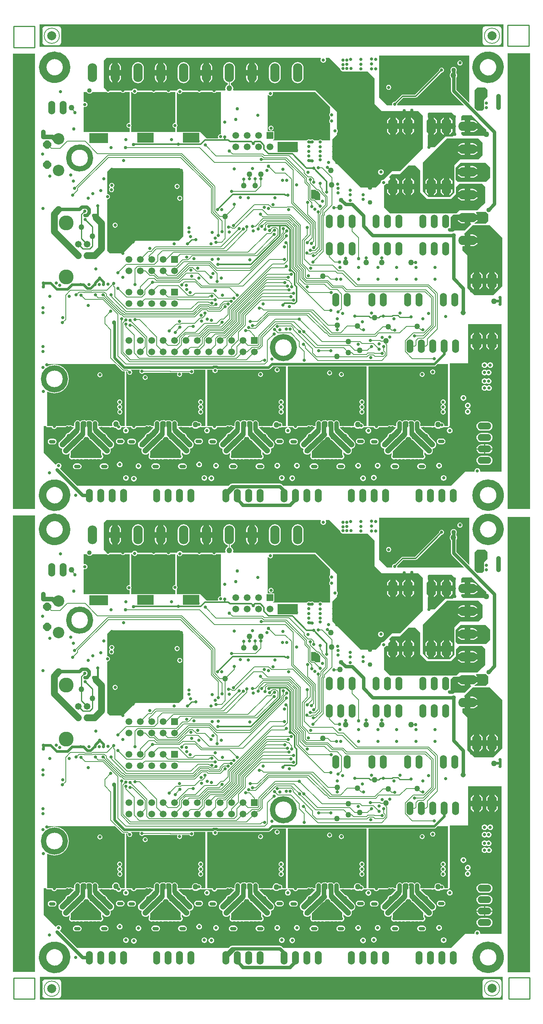
<source format=gbl>
G04 Layer_Physical_Order=4*
G04 Layer_Color=16711680*
%FSLAX24Y24*%
%MOIN*%
G70*
G01*
G75*
%ADD10C,0.0070*%
G04:AMPARAMS|DCode=11|XSize=78.7mil|YSize=78.7mil|CornerRadius=39.4mil|HoleSize=0mil|Usage=FLASHONLY|Rotation=90.000|XOffset=0mil|YOffset=0mil|HoleType=Round|Shape=RoundedRectangle|*
%AMROUNDEDRECTD11*
21,1,0.0787,0.0000,0,0,90.0*
21,1,0.0000,0.0787,0,0,90.0*
1,1,0.0787,0.0000,0.0000*
1,1,0.0787,0.0000,0.0000*
1,1,0.0787,0.0000,0.0000*
1,1,0.0787,0.0000,0.0000*
%
%ADD11ROUNDEDRECTD11*%
%ADD12C,0.0100*%
%ADD13C,0.0450*%
%ADD14C,0.0650*%
%ADD43C,0.0500*%
%ADD71C,0.0200*%
%ADD72C,0.0080*%
%ADD73C,0.0160*%
%ADD74C,0.0240*%
%ADD75C,0.0290*%
%ADD76C,0.0120*%
%ADD77C,0.0400*%
%ADD78C,0.0300*%
%ADD82C,0.0500*%
%ADD86O,0.1650X0.0825*%
%ADD87O,0.0825X0.1650*%
%ADD88C,0.0591*%
%ADD89R,0.0591X0.0591*%
%ADD90O,0.0600X0.1200*%
G04:AMPARAMS|DCode=91|XSize=133mil|YSize=83mil|CornerRadius=0mil|HoleSize=0mil|Usage=FLASHONLY|Rotation=90.000|XOffset=0mil|YOffset=0mil|HoleType=Round|Shape=Octagon|*
%AMOCTAGOND91*
4,1,8,0.0208,0.0665,-0.0208,0.0665,-0.0415,0.0458,-0.0415,-0.0458,-0.0208,-0.0665,0.0208,-0.0665,0.0415,-0.0458,0.0415,0.0458,0.0208,0.0665,0.0*
%
%ADD91OCTAGOND91*%

%ADD92C,0.1305*%
%ADD93C,0.0580*%
%ADD94C,0.1000*%
%ADD95P,0.0758X8X292.5*%
%ADD96O,0.1200X0.0600*%
%ADD97C,0.0300*%
%ADD98C,0.0400*%
%ADD99C,0.0290*%
%ADD100C,0.0450*%
%ADD101C,0.0250*%
%ADD102C,0.0380*%
%ADD103C,0.0340*%
%ADD125C,0.0600*%
G36*
X43400Y83837D02*
X2734D01*
Y85835D01*
X43400D01*
Y83837D01*
D02*
G37*
G36*
X18641Y76221D02*
X18603Y76190D01*
X18519Y76174D01*
X18448Y76126D01*
X18400Y76055D01*
X18384Y75971D01*
X18400Y75887D01*
X18408Y75875D01*
X18385Y75831D01*
X17391D01*
X16841Y76381D01*
X14781D01*
Y76831D01*
X14817Y76885D01*
X14833Y76968D01*
X14817Y77052D01*
X14781Y77106D01*
Y79813D01*
X14827Y79844D01*
X14831Y79843D01*
X14876Y79776D01*
X14947Y79728D01*
X15031Y79712D01*
X15115Y79728D01*
X15186Y79776D01*
X15234Y79847D01*
X15240Y79881D01*
X16608D01*
X16657Y79848D01*
X16741Y79832D01*
X16825Y79848D01*
X16874Y79881D01*
X17883D01*
X17886Y79876D01*
X17957Y79829D01*
X18041Y79812D01*
X18125Y79829D01*
X18196Y79876D01*
X18199Y79881D01*
X18641D01*
Y76221D01*
D02*
G37*
G36*
X14641Y77210D02*
X14614Y77188D01*
X14530Y77171D01*
X14459Y77124D01*
X14412Y77052D01*
X14395Y76968D01*
X14412Y76885D01*
X14459Y76814D01*
X14530Y76766D01*
X14614Y76749D01*
X14641Y76727D01*
Y76381D01*
X10761D01*
Y76844D01*
X10781Y76875D01*
X10798Y76959D01*
X10781Y77043D01*
X10761Y77073D01*
Y79881D01*
X10876D01*
X10878Y79867D01*
X10926Y79796D01*
X10997Y79749D01*
X11081Y79732D01*
X11165Y79749D01*
X11236Y79796D01*
X11284Y79867D01*
X11286Y79881D01*
X12608D01*
X12657Y79848D01*
X12741Y79832D01*
X12825Y79848D01*
X12874Y79881D01*
X13883D01*
X13886Y79876D01*
X13957Y79829D01*
X14041Y79812D01*
X14125Y79829D01*
X14196Y79876D01*
X14199Y79881D01*
X14641D01*
Y77210D01*
D02*
G37*
G36*
X10651Y77203D02*
X10612Y77171D01*
X10579Y77178D01*
X10495Y77161D01*
X10424Y77114D01*
X10376Y77043D01*
X10360Y76959D01*
X10376Y76875D01*
X10424Y76804D01*
X10495Y76756D01*
X10579Y76739D01*
X10612Y76746D01*
X10651Y76714D01*
Y76381D01*
X6621D01*
Y78554D01*
X6671Y78592D01*
X6721Y78582D01*
X6805Y78598D01*
X6876Y78646D01*
X6924Y78717D01*
X6940Y78801D01*
X6924Y78885D01*
X6876Y78956D01*
X6805Y79004D01*
X6721Y79020D01*
X6671Y79010D01*
X6621Y79048D01*
Y79881D01*
X6883D01*
X6885Y79875D01*
X6928Y79818D01*
X6985Y79775D01*
X7051Y79748D01*
X7121Y79739D01*
X7192Y79748D01*
X7257Y79775D01*
X7314Y79818D01*
X7357Y79875D01*
X7359Y79881D01*
X8608D01*
X8657Y79848D01*
X8741Y79832D01*
X8825Y79848D01*
X8874Y79881D01*
X9883D01*
X9886Y79876D01*
X9957Y79829D01*
X10041Y79812D01*
X10125Y79829D01*
X10196Y79876D01*
X10199Y79881D01*
X10651D01*
Y77203D01*
D02*
G37*
G36*
X26901Y79881D02*
X28221Y78561D01*
Y78063D01*
X28196Y78046D01*
X28149Y77975D01*
X28132Y77891D01*
X28149Y77807D01*
X28196Y77736D01*
X28221Y77719D01*
Y77523D01*
X28196Y77506D01*
X28149Y77435D01*
X28132Y77351D01*
X28149Y77267D01*
X28196Y77196D01*
X28221Y77179D01*
X28221Y75661D01*
X27509D01*
X27506Y75666D01*
X27435Y75714D01*
X27351Y75730D01*
X27267Y75714D01*
X27196Y75666D01*
X27193Y75661D01*
X26796D01*
X26786Y75676D01*
X26715Y75724D01*
X26631Y75740D01*
X26547Y75724D01*
X26534Y75715D01*
X26438D01*
X26425Y75724D01*
X26341Y75740D01*
X26257Y75724D01*
X26186Y75676D01*
X26176Y75661D01*
X23219D01*
X23208Y75676D01*
X23234Y75726D01*
X23306D01*
Y76456D01*
X23096D01*
X23056Y76480D01*
X23056Y76480D01*
X23056D01*
X23054Y76506D01*
X23057Y76507D01*
X23115Y76519D01*
X23186Y76566D01*
X23234Y76637D01*
X23250Y76721D01*
X23234Y76805D01*
X23186Y76876D01*
X23115Y76924D01*
X23031Y76940D01*
X22947Y76924D01*
X22876Y76876D01*
X22829Y76805D01*
X22812Y76721D01*
X22829Y76637D01*
X22876Y76566D01*
X22947Y76519D01*
X23005Y76507D01*
X23008Y76506D01*
X23006Y76480D01*
X23006D01*
X23006Y76480D01*
X22966Y76456D01*
X22751D01*
Y79608D01*
X22801Y79623D01*
X22826Y79586D01*
X22897Y79538D01*
X22981Y79522D01*
X23065Y79538D01*
X23136Y79586D01*
X23184Y79657D01*
X23200Y79741D01*
X23184Y79825D01*
X23176Y79837D01*
X23199Y79881D01*
X26901Y79881D01*
D02*
G37*
G36*
X40411Y83091D02*
X40411Y78984D01*
X40365Y78964D01*
X39255Y80074D01*
Y81134D01*
X39291Y81180D01*
X39323Y81257D01*
X39334Y81341D01*
X39323Y81425D01*
X39291Y81502D01*
X39255Y81548D01*
Y81660D01*
X39267Y81675D01*
X39294Y81741D01*
X39303Y81811D01*
X39294Y81882D01*
X39267Y81947D01*
X39224Y82004D01*
X39167Y82047D01*
X39102Y82074D01*
X39031Y82083D01*
X38961Y82074D01*
X38895Y82047D01*
X38838Y82004D01*
X38795Y81947D01*
X38768Y81882D01*
X38759Y81811D01*
X38768Y81741D01*
X38795Y81675D01*
X38807Y81660D01*
Y81588D01*
X38783Y81569D01*
X38732Y81502D01*
X38699Y81425D01*
X38688Y81341D01*
X38699Y81257D01*
X38732Y81180D01*
X38783Y81113D01*
X38807Y81094D01*
Y79981D01*
X38824Y79895D01*
X38872Y79822D01*
X39928Y78767D01*
X39909Y78720D01*
X34111Y78720D01*
X34078Y78770D01*
X34090Y78831D01*
X34085Y78858D01*
X34622Y79395D01*
X35698D01*
X35748Y79405D01*
X35791Y79434D01*
X37955Y81597D01*
X37981Y81592D01*
X38065Y81608D01*
X38136Y81656D01*
X38184Y81727D01*
X38200Y81811D01*
X38184Y81895D01*
X38136Y81966D01*
X38065Y82014D01*
X37981Y82030D01*
X37897Y82014D01*
X37826Y81966D01*
X37778Y81895D01*
X37762Y81811D01*
X37767Y81785D01*
X35643Y79660D01*
X34568D01*
X34517Y79650D01*
X34474Y79621D01*
X33898Y79045D01*
X33871Y79050D01*
X33787Y79034D01*
X33716Y78986D01*
X33668Y78915D01*
X33652Y78831D01*
X33664Y78770D01*
X33631Y78720D01*
X33207D01*
X33196Y78735D01*
X32511Y79419D01*
X32511Y82611D01*
Y83091D01*
X40411Y83091D01*
D02*
G37*
G36*
X41990Y80082D02*
Y79449D01*
X41715Y79173D01*
Y78406D01*
X41577Y78268D01*
X41062D01*
X40858Y78471D01*
Y80039D01*
X41117Y80298D01*
X41774D01*
X41990Y80082D01*
D02*
G37*
G36*
X41761Y76701D02*
X41891Y76571D01*
Y76171D01*
X41761Y76041D01*
X39881D01*
X39691Y76231D01*
Y76350D01*
X39741Y76384D01*
X39855Y76369D01*
X40017D01*
Y76886D01*
Y77403D01*
X39855D01*
X39741Y77388D01*
X39691Y77421D01*
Y77731D01*
X39821Y77861D01*
X40601D01*
X41761Y76701D01*
D02*
G37*
G36*
X16741Y75448D02*
X16522D01*
X16517Y75449D01*
X16452D01*
X16447Y75448D01*
X16227D01*
X16222Y75449D01*
X16156D01*
X16151Y75448D01*
X15931D01*
X15926Y75449D01*
X15861D01*
X15856Y75448D01*
X15636D01*
X15631Y75449D01*
X15566D01*
X15561Y75448D01*
X15341D01*
X15336Y75449D01*
X15313D01*
Y76310D01*
X16741D01*
Y75448D01*
D02*
G37*
G36*
X12741Y75441D02*
X11301D01*
Y76310D01*
X12741D01*
Y75441D01*
D02*
G37*
G36*
X8751Y75421D02*
X7091D01*
Y76301D01*
X8751D01*
Y75421D01*
D02*
G37*
G36*
X39191Y77751D02*
Y76831D01*
Y76221D01*
X38951Y75981D01*
X38291D01*
X37741Y75431D01*
X37361Y75051D01*
X36871D01*
X36771Y75151D01*
Y76118D01*
X36814Y76136D01*
X36821D01*
Y76901D01*
Y77666D01*
X36814D01*
X36771Y77684D01*
Y78011D01*
X36851Y78091D01*
X38851D01*
X39191Y77751D01*
D02*
G37*
G36*
X25356Y74625D02*
X23596D01*
Y75535D01*
X25356D01*
Y74625D01*
D02*
G37*
G36*
X27377Y82871D02*
X27400Y82827D01*
X27380Y82797D01*
X27361Y82701D01*
X27380Y82605D01*
X27434Y82524D01*
X27515Y82470D01*
X27611Y82451D01*
X27707Y82470D01*
X27788Y82524D01*
X27842Y82605D01*
X27861Y82701D01*
X27842Y82797D01*
X27822Y82827D01*
X27845Y82871D01*
X28131D01*
X29099Y81903D01*
X29110Y81845D01*
X29164Y81764D01*
X29245Y81710D01*
X29303Y81699D01*
X29311Y81691D01*
X30842Y81691D01*
X30891Y81681D01*
X30940Y81691D01*
X31491Y81691D01*
X32101Y81081D01*
Y78851D01*
X32731Y78221D01*
X35921D01*
X36331Y77811D01*
Y74941D01*
X34341Y72951D01*
X33661D01*
X32916Y72206D01*
X32891Y72211D01*
X32795Y72192D01*
X32714Y72138D01*
X32660Y72057D01*
X32641Y71961D01*
X32646Y71936D01*
X32231Y71521D01*
X30921D01*
X28421Y74021D01*
Y75751D01*
X28821Y76151D01*
Y76324D01*
X28862Y76385D01*
X28881Y76481D01*
X28862Y76577D01*
X28821Y76638D01*
X28821Y78151D01*
X27887Y79085D01*
D01*
X27841Y79131D01*
X26951Y80021D01*
X19725D01*
X19692Y80071D01*
X19712Y80120D01*
X19724Y80211D01*
X19712Y80302D01*
X19677Y80388D01*
X19621Y80461D01*
X19548Y80517D01*
X19514Y80531D01*
Y80677D01*
X19619Y80721D01*
X19727Y80803D01*
X19809Y80910D01*
X19860Y81035D01*
X19878Y81169D01*
Y81994D01*
X19860Y82127D01*
X19809Y82252D01*
X19727Y82359D01*
X19619Y82441D01*
X19495Y82493D01*
X19361Y82510D01*
X19227Y82493D01*
X19103Y82441D01*
X18996Y82359D01*
X18913Y82252D01*
X18862Y82127D01*
X18844Y81994D01*
Y81169D01*
X18862Y81035D01*
X18913Y80910D01*
X18996Y80803D01*
X19103Y80721D01*
X19227Y80669D01*
X19228Y80669D01*
Y80531D01*
X19195Y80517D01*
X19121Y80461D01*
X19065Y80388D01*
X19030Y80302D01*
X19018Y80211D01*
X19030Y80120D01*
X19050Y80071D01*
X19017Y80021D01*
X15263D01*
X15262Y80027D01*
X15208Y80108D01*
X15127Y80162D01*
X15031Y80181D01*
X14935Y80162D01*
X14854Y80108D01*
X14800Y80027D01*
X14799Y80021D01*
X11317D01*
X11312Y80047D01*
X11258Y80128D01*
X11177Y80182D01*
X11081Y80201D01*
X10985Y80182D01*
X10904Y80128D01*
X10850Y80047D01*
X10845Y80021D01*
X8641D01*
X8381Y80281D01*
Y82661D01*
X8591Y82871D01*
X26681D01*
X27377Y82871D01*
D02*
G37*
G36*
X41851Y73651D02*
X42231Y73271D01*
Y72381D01*
X41881Y72031D01*
X39371D01*
X39361Y72041D01*
X39221Y72181D01*
Y73101D01*
Y73241D01*
X39681Y73701D01*
X41801D01*
X41851Y73651D01*
D02*
G37*
G36*
X36121Y73021D02*
X36121Y71131D01*
X36721Y70531D01*
X38821Y70531D01*
X39241Y70951D01*
X39241Y71561D01*
X39531Y71851D01*
X41531D01*
X41791Y71591D01*
Y70191D01*
X41561Y69961D01*
X41121Y69521D01*
X39551D01*
X39281Y69251D01*
X38367D01*
X38341Y69254D01*
X38315Y69251D01*
X37367D01*
X37341Y69254D01*
X37315Y69251D01*
X36367D01*
X36341Y69254D01*
X36315Y69251D01*
X34262D01*
X34236Y69254D01*
X34210Y69251D01*
X33461D01*
X32941Y69771D01*
Y71721D01*
X32987Y71730D01*
X33068Y71784D01*
X33112Y71851D01*
X33141D01*
X33150Y71860D01*
X33171Y71851D01*
X33461D01*
Y72366D01*
X33454D01*
X33411Y72384D01*
Y72501D01*
X33591Y72681D01*
X34301Y72681D01*
X34541Y72921D01*
X35081Y73461D01*
X35681D01*
X36121Y73021D01*
D02*
G37*
G36*
X41561Y75461D02*
Y74351D01*
X41201Y73991D01*
X39611D01*
X39101Y73481D01*
Y71061D01*
X38721Y70681D01*
X36831D01*
X36331Y71181D01*
Y71601D01*
Y73721D01*
X36531Y73921D01*
X38441Y75831D01*
X41191D01*
X41561Y75461D01*
D02*
G37*
G36*
X26995Y71237D02*
X27029Y71214D01*
X27070Y71206D01*
X27149D01*
X27224Y71131D01*
X27230Y71104D01*
X27253Y71069D01*
X27325Y70997D01*
Y70423D01*
X26945D01*
X26873Y70495D01*
X26838Y70519D01*
X26797Y70527D01*
X26614D01*
X26542Y70599D01*
Y71313D01*
X26919D01*
X26995Y71237D01*
D02*
G37*
G36*
X42061Y69201D02*
Y68571D01*
X41851Y68361D01*
X40883Y68361D01*
X40873Y68411D01*
X40938Y68438D01*
X41045Y68520D01*
X41127Y68627D01*
X41131Y68636D01*
X40517D01*
Y68369D01*
X40538D01*
X40559Y68319D01*
X39991Y67751D01*
X39281Y67751D01*
X38796Y67751D01*
X38761Y67786D01*
X38761Y68891D01*
X39014Y69144D01*
X39362D01*
X39367Y69136D01*
X40267D01*
X41131D01*
X41127Y69144D01*
X41045Y69251D01*
X40994Y69291D01*
X40991Y69341D01*
X41041Y69391D01*
X41871D01*
X42061Y69201D01*
D02*
G37*
G36*
X43301Y67131D02*
X43301Y62881D01*
X42491Y62071D01*
X40871D01*
X40251Y62691D01*
X40251Y65581D01*
X39811Y66021D01*
Y66337D01*
X39849Y66370D01*
X39855Y66369D01*
X40017D01*
Y66886D01*
Y67403D01*
X39958D01*
X39939Y67449D01*
X40701Y68211D01*
X42221Y68211D01*
X43301Y67131D01*
D02*
G37*
G36*
X15351Y72901D02*
Y67251D01*
X14961Y66861D01*
X11151D01*
X10031Y65741D01*
X8901D01*
X8671Y65971D01*
Y70485D01*
X8691Y70502D01*
X8775Y70518D01*
X8846Y70566D01*
X8894Y70637D01*
X8910Y70721D01*
X8894Y70805D01*
X8846Y70876D01*
X8775Y70924D01*
X8691Y70940D01*
X8671Y70957D01*
Y72911D01*
X8971Y73211D01*
X15041Y73211D01*
X15351Y72901D01*
D02*
G37*
G36*
X24341Y50621D02*
X24048D01*
X24010Y50671D01*
X24020Y50721D01*
X24004Y50805D01*
X23956Y50876D01*
X23885Y50924D01*
X23801Y50940D01*
X23751Y50930D01*
X23729Y50959D01*
X23662Y51011D01*
X23585Y51043D01*
X23501Y51054D01*
X23417Y51043D01*
X23340Y51011D01*
X23273Y50959D01*
X23222Y50892D01*
X23189Y50815D01*
X23178Y50731D01*
X23186Y50671D01*
X23151Y50621D01*
X22289Y50621D01*
X22242Y50630D01*
X22196Y50621D01*
X21945D01*
Y50816D01*
X21951Y50851D01*
X21935Y50935D01*
X21911Y50971D01*
X21908Y50977D01*
X21896Y50993D01*
X21887Y51006D01*
X21885Y51008D01*
X21865Y51034D01*
X21808Y51077D01*
X21743Y51104D01*
X21672Y51113D01*
X21602Y51104D01*
X21536Y51077D01*
X21480Y51034D01*
X21474Y51026D01*
X21411D01*
X21395Y51048D01*
X21338Y51091D01*
X21273Y51118D01*
X21202Y51128D01*
X21162Y51122D01*
X21160Y51124D01*
X21128Y51130D01*
X21096Y51139D01*
X21086Y51138D01*
X21076Y51140D01*
X21044Y51134D01*
X21011Y51130D01*
X21002Y51125D01*
X20993Y51124D01*
X20965Y51105D01*
X20936Y51089D01*
X20930Y51082D01*
X20928Y51081D01*
X20906Y51076D01*
X20887D01*
X20864Y51081D01*
X20800Y51124D01*
X20716Y51140D01*
X20633Y51124D01*
X20630Y51122D01*
X20588Y51128D01*
X20518Y51118D01*
X20452Y51091D01*
X20396Y51048D01*
X20379Y51026D01*
X20316D01*
X20311Y51034D01*
X20254Y51077D01*
X20189Y51104D01*
X20118Y51113D01*
X20048Y51104D01*
X19982Y51077D01*
X19926Y51034D01*
X19882Y50977D01*
X19855Y50912D01*
X19846Y50841D01*
Y50621D01*
X19671D01*
X19667Y50626D01*
X19596Y50674D01*
X19512Y50690D01*
X19428Y50674D01*
X19377Y50639D01*
X19326Y50674D01*
X19242Y50690D01*
X19158Y50674D01*
X19087Y50626D01*
X19084Y50621D01*
X17441D01*
X17441Y55557D01*
X17869D01*
X17910Y55507D01*
X17903Y55472D01*
X17920Y55389D01*
X17967Y55317D01*
X18038Y55270D01*
X18122Y55253D01*
X18206Y55270D01*
X18277Y55317D01*
X18325Y55389D01*
X18341Y55472D01*
X18334Y55507D01*
X18375Y55557D01*
X22821D01*
X22895Y55572D01*
X22958Y55614D01*
X23196Y55852D01*
X24341D01*
X24341Y50621D01*
D02*
G37*
G36*
X17281D02*
X16945D01*
X16916Y50671D01*
X16930Y50741D01*
X16914Y50825D01*
X16866Y50896D01*
X16795Y50944D01*
X16711Y50960D01*
X16663Y50951D01*
X16649Y50969D01*
X16582Y51021D01*
X16505Y51053D01*
X16421Y51064D01*
X16337Y51053D01*
X16260Y51021D01*
X16193Y50969D01*
X16142Y50902D01*
X16109Y50825D01*
X16098Y50741D01*
X16107Y50671D01*
X16077Y50621D01*
X15197Y50621D01*
X15151Y50630D01*
X15105Y50621D01*
X14853D01*
Y50816D01*
X14860Y50851D01*
X14844Y50935D01*
X14819Y50971D01*
X14817Y50977D01*
X14805Y50993D01*
X14796Y51006D01*
X14793Y51008D01*
X14774Y51034D01*
X14717Y51077D01*
X14652Y51104D01*
X14581Y51113D01*
X14511Y51104D01*
X14445Y51077D01*
X14388Y51034D01*
X14383Y51026D01*
X14320D01*
X14304Y51048D01*
X14247Y51091D01*
X14182Y51118D01*
X14111Y51128D01*
X14071Y51122D01*
X14069Y51124D01*
X14037Y51130D01*
X14005Y51139D01*
X13995Y51138D01*
X13985Y51140D01*
X13953Y51134D01*
X13920Y51130D01*
X13911Y51125D01*
X13901Y51124D01*
X13874Y51105D01*
X13845Y51089D01*
X13838Y51082D01*
X13837Y51081D01*
X13814Y51076D01*
X13780D01*
X13709Y51124D01*
X13625Y51140D01*
X13541Y51124D01*
X13539Y51122D01*
X13497Y51128D01*
X13427Y51118D01*
X13361Y51091D01*
X13304Y51048D01*
X13288Y51026D01*
X13225D01*
X13220Y51034D01*
X13163Y51077D01*
X13098Y51104D01*
X13027Y51113D01*
X12957Y51104D01*
X12891Y51077D01*
X12834Y51034D01*
X12791Y50977D01*
X12764Y50912D01*
X12755Y50841D01*
Y50621D01*
X12579D01*
X12576Y50626D01*
X12505Y50674D01*
X12421Y50690D01*
X12337Y50674D01*
X12286Y50639D01*
X12235Y50674D01*
X12151Y50690D01*
X12067Y50674D01*
X11996Y50626D01*
X11993Y50621D01*
X10331D01*
X10331Y55409D01*
X10395D01*
X10429Y55369D01*
X10422Y55331D01*
X10438Y55247D01*
X10486Y55176D01*
X10557Y55128D01*
X10641Y55112D01*
X10725Y55128D01*
X10796Y55176D01*
X10844Y55247D01*
X10860Y55331D01*
X10844Y55415D01*
X10796Y55486D01*
X10764Y55507D01*
X10779Y55557D01*
X11499D01*
X11523Y55513D01*
X11512Y55498D01*
X11496Y55414D01*
X11512Y55330D01*
X11560Y55259D01*
X11631Y55211D01*
X11715Y55195D01*
X11799Y55211D01*
X11870Y55259D01*
X11899Y55302D01*
X14147D01*
X14161Y55292D01*
X14204Y55284D01*
X14204Y55284D01*
X14799D01*
X14823Y55240D01*
X14813Y55225D01*
X14796Y55141D01*
X14813Y55057D01*
X14860Y54986D01*
X14931Y54939D01*
X15015Y54922D01*
X15099Y54939D01*
X15170Y54986D01*
X15218Y55057D01*
X15234Y55141D01*
X15218Y55225D01*
X15208Y55240D01*
X15231Y55284D01*
X15877D01*
X15906Y55241D01*
X15977Y55194D01*
X16061Y55177D01*
X16145Y55194D01*
X16216Y55241D01*
X16264Y55312D01*
X16280Y55396D01*
X16264Y55480D01*
X16245Y55507D01*
X16272Y55557D01*
X17281D01*
X17281Y50621D01*
D02*
G37*
G36*
X9357Y56061D02*
X9976Y55442D01*
X9976Y55442D01*
X10013Y55417D01*
X10056Y55409D01*
X10191D01*
X10191Y50621D01*
X9884D01*
X9884Y50625D01*
X9836Y50696D01*
X9765Y50744D01*
X9748Y50747D01*
X9754Y50791D01*
X9743Y50875D01*
X9711Y50952D01*
X9659Y51019D01*
X9592Y51071D01*
X9515Y51103D01*
X9431Y51114D01*
X9347Y51103D01*
X9270Y51071D01*
X9203Y51019D01*
X9151Y50952D01*
X9119Y50875D01*
X9108Y50791D01*
X9119Y50707D01*
X9134Y50671D01*
X9101Y50621D01*
X8229Y50621D01*
X8182Y50630D01*
X8136Y50621D01*
X7885D01*
Y50816D01*
X7892Y50851D01*
X7875Y50935D01*
X7851Y50971D01*
X7848Y50977D01*
X7836Y50993D01*
X7827Y51006D01*
X7825Y51008D01*
X7805Y51034D01*
X7749Y51077D01*
X7683Y51104D01*
X7612Y51113D01*
X7542Y51104D01*
X7476Y51077D01*
X7420Y51034D01*
X7414Y51026D01*
X7351D01*
X7335Y51048D01*
X7279Y51091D01*
X7213Y51118D01*
X7142Y51128D01*
X7102Y51122D01*
X7101Y51124D01*
X7068Y51130D01*
X7036Y51139D01*
X7026Y51138D01*
X7017Y51140D01*
X6984Y51134D01*
X6951Y51130D01*
X6942Y51125D01*
X6933Y51124D01*
X6905Y51105D01*
X6876Y51089D01*
X6870Y51082D01*
X6869Y51081D01*
X6846Y51076D01*
X6812D01*
X6741Y51124D01*
X6657Y51140D01*
X6573Y51124D01*
X6571Y51122D01*
X6528Y51128D01*
X6458Y51118D01*
X6392Y51091D01*
X6336Y51048D01*
X6320Y51026D01*
X6256D01*
X6251Y51034D01*
X6195Y51077D01*
X6129Y51104D01*
X6058Y51113D01*
X5988Y51104D01*
X5922Y51077D01*
X5866Y51034D01*
X5823Y50977D01*
X5795Y50912D01*
X5786Y50841D01*
Y50621D01*
X5611D01*
X5607Y50626D01*
X5536Y50674D01*
X5452Y50690D01*
X5369Y50674D01*
X5317Y50639D01*
X5266Y50674D01*
X5182Y50690D01*
X5099Y50674D01*
X5027Y50626D01*
X5024Y50621D01*
X3417D01*
X3417Y53611D01*
X3460Y53635D01*
X3469Y53629D01*
X3652Y53554D01*
X3844Y53508D01*
X4041Y53492D01*
X4238Y53508D01*
X4430Y53554D01*
X4613Y53629D01*
X4781Y53733D01*
X4931Y53861D01*
X5059Y54011D01*
X5163Y54180D01*
X5238Y54362D01*
X5284Y54554D01*
X5300Y54751D01*
X5284Y54948D01*
X5238Y55140D01*
X5163Y55323D01*
X5059Y55491D01*
X4931Y55641D01*
X4781Y55769D01*
X4613Y55873D01*
X4430Y55948D01*
X4238Y55994D01*
X4041Y56010D01*
X3844Y55994D01*
X3652Y55948D01*
X3469Y55873D01*
X3460Y55867D01*
X3417Y55891D01*
Y56061D01*
X9357Y56061D01*
D02*
G37*
G36*
X38552Y50621D02*
X38243D01*
X38202Y50671D01*
X38210Y50711D01*
X38194Y50795D01*
X38146Y50866D01*
X38075Y50914D01*
X37991Y50930D01*
X37946Y50921D01*
X37909Y50969D01*
X37842Y51021D01*
X37765Y51053D01*
X37681Y51064D01*
X37597Y51053D01*
X37520Y51021D01*
X37453Y50969D01*
X37402Y50902D01*
X37369Y50825D01*
X37358Y50741D01*
X37367Y50671D01*
X37337Y50621D01*
X36463Y50621D01*
X36417Y50630D01*
X36370Y50621D01*
X36119D01*
Y50816D01*
X36126Y50851D01*
X36109Y50935D01*
X36085Y50971D01*
X36083Y50977D01*
X36070Y50993D01*
X36062Y51006D01*
X36059Y51008D01*
X36039Y51034D01*
X35983Y51077D01*
X35917Y51104D01*
X35847Y51113D01*
X35776Y51104D01*
X35711Y51077D01*
X35654Y51034D01*
X35649Y51026D01*
X35586D01*
X35569Y51048D01*
X35513Y51091D01*
X35447Y51118D01*
X35377Y51128D01*
X35337Y51122D01*
X35335Y51124D01*
X35302Y51130D01*
X35271Y51139D01*
X35261Y51138D01*
X35251Y51140D01*
X35218Y51134D01*
X35185Y51130D01*
X35177Y51125D01*
X35167Y51124D01*
X35140Y51105D01*
X35110Y51089D01*
X35104Y51082D01*
X35103Y51081D01*
X35080Y51076D01*
X35046D01*
X34975Y51124D01*
X34891Y51140D01*
X34807Y51124D01*
X34805Y51122D01*
X34763Y51128D01*
X34692Y51118D01*
X34627Y51091D01*
X34570Y51048D01*
X34554Y51026D01*
X34491D01*
X34485Y51034D01*
X34429Y51077D01*
X34363Y51104D01*
X34293Y51113D01*
X34222Y51104D01*
X34157Y51077D01*
X34100Y51034D01*
X34057Y50977D01*
X34030Y50912D01*
X34020Y50841D01*
Y50621D01*
X33845D01*
X33842Y50626D01*
X33771Y50674D01*
X33687Y50690D01*
X33603Y50674D01*
X33552Y50639D01*
X33501Y50674D01*
X33417Y50690D01*
X33333Y50674D01*
X33262Y50626D01*
X33258Y50621D01*
X31561D01*
X31561Y55852D01*
X37329D01*
X37403Y55867D01*
X37466Y55909D01*
X37618Y56061D01*
X38552D01*
X38552Y50621D01*
D02*
G37*
G36*
X31421Y50621D02*
X31175D01*
X31150Y50651D01*
X31134Y50735D01*
X31086Y50806D01*
X31015Y50854D01*
X30931Y50870D01*
X30924Y50869D01*
X30911Y50902D01*
X30859Y50969D01*
X30792Y51021D01*
X30715Y51053D01*
X30631Y51064D01*
X30547Y51053D01*
X30470Y51021D01*
X30403Y50969D01*
X30352Y50902D01*
X30319Y50825D01*
X30308Y50741D01*
X30317Y50671D01*
X30287Y50621D01*
X29375Y50621D01*
X29328Y50630D01*
X29282Y50621D01*
X29031D01*
Y50816D01*
X29037Y50851D01*
X29021Y50935D01*
X28997Y50971D01*
X28994Y50977D01*
X28982Y50993D01*
X28973Y51006D01*
X28971Y51008D01*
X28951Y51034D01*
X28894Y51077D01*
X28829Y51104D01*
X28758Y51113D01*
X28688Y51104D01*
X28622Y51077D01*
X28566Y51034D01*
X28560Y51026D01*
X28497D01*
X28481Y51048D01*
X28424Y51091D01*
X28359Y51118D01*
X28288Y51128D01*
X28248Y51122D01*
X28246Y51124D01*
X28214Y51130D01*
X28182Y51139D01*
X28172Y51138D01*
X28162Y51140D01*
X28130Y51134D01*
X28097Y51130D01*
X28088Y51125D01*
X28079Y51124D01*
X28051Y51105D01*
X28022Y51089D01*
X28016Y51082D01*
X28007Y51076D01*
X27973D01*
X27950Y51081D01*
X27886Y51124D01*
X27802Y51140D01*
X27719Y51124D01*
X27716Y51122D01*
X27674Y51128D01*
X27604Y51118D01*
X27538Y51091D01*
X27482Y51048D01*
X27465Y51026D01*
X27402D01*
X27397Y51034D01*
X27340Y51077D01*
X27275Y51104D01*
X27204Y51113D01*
X27134Y51104D01*
X27068Y51077D01*
X27012Y51034D01*
X26968Y50977D01*
X26941Y50912D01*
X26932Y50841D01*
Y50621D01*
X26757D01*
X26753Y50626D01*
X26682Y50674D01*
X26598Y50690D01*
X26514Y50674D01*
X26463Y50639D01*
X26412Y50674D01*
X26328Y50690D01*
X26244Y50674D01*
X26173Y50626D01*
X26170Y50621D01*
X24501D01*
X24501Y55852D01*
X31421D01*
X31421Y50621D01*
D02*
G37*
G36*
X43240Y46611D02*
X41861Y46611D01*
X41396D01*
X41365Y46650D01*
X41371Y46681D01*
X41352Y46777D01*
X41298Y46858D01*
X41217Y46912D01*
X41121Y46931D01*
X41025Y46912D01*
X40944Y46858D01*
X40890Y46777D01*
X40871Y46681D01*
X40877Y46650D01*
X40846Y46611D01*
X40061D01*
X38821Y45371D01*
X24104Y45371D01*
X23973Y45503D01*
X23892Y45557D01*
X23796Y45576D01*
X19616D01*
X19520Y45557D01*
X19439Y45503D01*
X19308Y45371D01*
X8421Y45371D01*
X6028Y45371D01*
X4535Y46864D01*
X4541Y46928D01*
X4588Y46959D01*
X4642Y47040D01*
X4661Y47136D01*
X4642Y47231D01*
X4588Y47312D01*
X4507Y47367D01*
X4411Y47386D01*
X4316Y47367D01*
X4235Y47312D01*
X4197Y47256D01*
X4136Y47246D01*
X3121Y48261D01*
Y50621D01*
X3315D01*
X3322Y50582D01*
X3345Y50549D01*
X3378Y50527D01*
X3417Y50519D01*
X3789D01*
X3792Y50505D01*
X3846Y50424D01*
X3927Y50370D01*
X4022Y50351D01*
X4118Y50370D01*
X4199Y50424D01*
X4253Y50505D01*
X4256Y50519D01*
X5024D01*
X5034Y50521D01*
X5044D01*
X5053Y50525D01*
X5063Y50527D01*
X5071Y50532D01*
X5081Y50536D01*
X5088Y50543D01*
X5096Y50549D01*
X5097Y50550D01*
X5138Y50578D01*
X5182Y50586D01*
X5227Y50578D01*
X5261Y50555D01*
X5261Y50555D01*
X5298Y50539D01*
X5337D01*
X5374Y50555D01*
X5374Y50555D01*
X5408Y50578D01*
X5452Y50586D01*
X5497Y50578D01*
X5538Y50550D01*
X5539Y50549D01*
X5547Y50543D01*
X5554Y50536D01*
X5563Y50532D01*
X5572Y50527D01*
X5582Y50525D01*
X5591Y50521D01*
X5601Y50521D01*
X5611Y50519D01*
X5715D01*
X5732Y50469D01*
X5703Y50447D01*
X5397Y50141D01*
X5364Y50116D01*
X5274Y50026D01*
X5245Y50022D01*
X5160Y49987D01*
X5087Y49931D01*
X5031Y49858D01*
X4996Y49772D01*
X4992Y49744D01*
X4504Y49256D01*
X4448Y49183D01*
X4412Y49097D01*
X4400Y49006D01*
X4412Y48915D01*
X4448Y48830D01*
X4478Y48790D01*
X4502Y48754D01*
X4538Y48730D01*
X4577Y48700D01*
X4662Y48665D01*
X4694Y48661D01*
X4726Y48606D01*
X4707Y48562D01*
X4695Y48471D01*
X4707Y48380D01*
X4733Y48317D01*
X4738Y48295D01*
X4792Y48214D01*
X4873Y48160D01*
X4895Y48156D01*
X4957Y48130D01*
X5048Y48118D01*
X5140Y48130D01*
X5225Y48165D01*
X5298Y48221D01*
X5337Y48260D01*
X5383Y48241D01*
Y48094D01*
X5352Y48047D01*
X5333Y47951D01*
X5352Y47855D01*
X5390Y47799D01*
X5391Y47793D01*
X5391Y47792D01*
X5391Y47792D01*
X5402Y47776D01*
X5413Y47759D01*
X5413Y47759D01*
X5413Y47759D01*
X5429Y47748D01*
X5446Y47737D01*
X5446Y47737D01*
X5446Y47737D01*
X5465Y47733D01*
X5469Y47732D01*
X5487Y47720D01*
X5582Y47701D01*
X5678Y47720D01*
X5689Y47728D01*
X5804Y47727D01*
X5814Y47720D01*
X5909Y47701D01*
X6005Y47720D01*
X6012Y47725D01*
X6134Y47724D01*
X6140Y47720D01*
X6236Y47701D01*
X6331Y47720D01*
X6335Y47723D01*
X6465Y47722D01*
X6467Y47720D01*
X6562Y47701D01*
X6658Y47720D01*
X6979Y47718D01*
X7062Y47701D01*
X7139Y47717D01*
X7329Y47715D01*
X7399Y47701D01*
X7464Y47714D01*
X7679Y47712D01*
X7736Y47701D01*
X7788Y47712D01*
X8029Y47710D01*
X8072Y47701D01*
X8168Y47720D01*
X8249Y47774D01*
X8303Y47855D01*
X8322Y47951D01*
X8303Y48047D01*
X8249Y48128D01*
X8227Y48142D01*
Y48302D01*
X8273Y48321D01*
X8373Y48221D01*
X8446Y48165D01*
X8531Y48130D01*
X8622Y48118D01*
X8714Y48130D01*
X8776Y48156D01*
X8798Y48160D01*
X8879Y48214D01*
X8933Y48295D01*
X8938Y48317D01*
X8963Y48380D01*
X8975Y48471D01*
X8963Y48562D01*
X8945Y48606D01*
X8977Y48661D01*
X9009Y48665D01*
X9094Y48700D01*
X9133Y48730D01*
X9169Y48754D01*
X9193Y48790D01*
X9223Y48830D01*
X9258Y48915D01*
X9270Y49006D01*
X9258Y49097D01*
X9223Y49183D01*
X9167Y49256D01*
X8682Y49741D01*
X8678Y49772D01*
X8642Y49858D01*
X8586Y49931D01*
X8513Y49987D01*
X8428Y50022D01*
X8397Y50026D01*
X8307Y50116D01*
X8274Y50141D01*
X7968Y50447D01*
X7939Y50469D01*
X7956Y50519D01*
X8136D01*
X8146Y50521D01*
X8156D01*
X8182Y50526D01*
X8209Y50521D01*
X8219D01*
X8229Y50519D01*
X8824Y50519D01*
X8837Y50510D01*
X8932Y50491D01*
X9028Y50510D01*
X9041Y50519D01*
X9101D01*
X9111Y50521D01*
X9121D01*
X9130Y50525D01*
X9140Y50527D01*
X9148Y50532D01*
X9158Y50536D01*
X9181Y50541D01*
X9211Y50519D01*
X9255Y50485D01*
X9340Y50450D01*
X9431Y50438D01*
X9453Y50441D01*
X9504Y50364D01*
X9585Y50310D01*
X9681Y50291D01*
X9777Y50310D01*
X9858Y50364D01*
X9912Y50445D01*
X9926Y50519D01*
X10191D01*
X10230Y50527D01*
X10245Y50537D01*
X10259Y50532D01*
X10271Y50524D01*
X10259Y50470D01*
X10215Y50462D01*
X10134Y50408D01*
X10080Y50327D01*
X10061Y50231D01*
X10080Y50135D01*
X10134Y50054D01*
X10215Y50000D01*
X10311Y49981D01*
X10407Y50000D01*
X10488Y50054D01*
X10542Y50135D01*
X10561Y50231D01*
X10542Y50327D01*
X10488Y50408D01*
X10407Y50462D01*
X10370Y50469D01*
X10375Y50519D01*
X10758D01*
X10760Y50505D01*
X10814Y50424D01*
X10895Y50370D01*
X10991Y50351D01*
X11087Y50370D01*
X11168Y50424D01*
X11222Y50505D01*
X11225Y50519D01*
X11993D01*
X12003Y50521D01*
X12013Y50521D01*
X12022Y50525D01*
X12032Y50527D01*
X12040Y50532D01*
X12049Y50536D01*
X12056Y50543D01*
X12065Y50549D01*
X12065Y50550D01*
X12107Y50578D01*
X12151Y50586D01*
X12195Y50578D01*
X12229Y50555D01*
X12229Y50555D01*
X12266Y50539D01*
X12306D01*
X12343Y50555D01*
X12343Y50555D01*
X12377Y50578D01*
X12421Y50586D01*
X12465Y50578D01*
X12507Y50550D01*
X12507Y50549D01*
X12516Y50543D01*
X12523Y50536D01*
X12532Y50532D01*
X12540Y50527D01*
X12550Y50525D01*
X12559Y50521D01*
X12570Y50521D01*
X12579Y50519D01*
X12683D01*
X12700Y50469D01*
X12671Y50447D01*
X12365Y50141D01*
X12332Y50116D01*
X12243Y50026D01*
X12214Y50022D01*
X12129Y49987D01*
X12056Y49931D01*
X12000Y49858D01*
X11964Y49772D01*
X11961Y49744D01*
X11472Y49256D01*
X11416Y49183D01*
X11381Y49097D01*
X11369Y49006D01*
X11381Y48915D01*
X11416Y48830D01*
X11446Y48790D01*
X11470Y48754D01*
X11506Y48730D01*
X11546Y48700D01*
X11631Y48665D01*
X11663Y48661D01*
X11694Y48606D01*
X11676Y48562D01*
X11664Y48471D01*
X11676Y48380D01*
X11702Y48317D01*
X11706Y48295D01*
X11760Y48214D01*
X11841Y48160D01*
X11863Y48156D01*
X11926Y48130D01*
X12017Y48118D01*
X12108Y48130D01*
X12194Y48165D01*
X12267Y48221D01*
X12306Y48260D01*
X12352Y48241D01*
Y48094D01*
X12320Y48047D01*
X12301Y47951D01*
X12320Y47855D01*
X12358Y47799D01*
X12359Y47793D01*
X12360Y47792D01*
X12360Y47792D01*
X12370Y47776D01*
X12381Y47759D01*
X12382Y47759D01*
X12382Y47759D01*
X12398Y47748D01*
X12414Y47737D01*
X12415Y47737D01*
X12415Y47737D01*
X12434Y47733D01*
X12437Y47732D01*
X12455Y47720D01*
X12551Y47701D01*
X12647Y47720D01*
X12658Y47728D01*
X12773Y47727D01*
X12782Y47720D01*
X12878Y47701D01*
X12973Y47720D01*
X12981Y47725D01*
X13103Y47724D01*
X13109Y47720D01*
X13204Y47701D01*
X13300Y47720D01*
X13304Y47723D01*
X13433Y47722D01*
X13435Y47720D01*
X13531Y47701D01*
X13626Y47720D01*
X13948Y47718D01*
X14031Y47701D01*
X14108Y47717D01*
X14298Y47715D01*
X14368Y47701D01*
X14432Y47714D01*
X14648Y47712D01*
X14704Y47701D01*
X14757Y47712D01*
X14998Y47710D01*
X15041Y47701D01*
X15137Y47720D01*
X15218Y47774D01*
X15272Y47855D01*
X15291Y47951D01*
X15272Y48047D01*
X15218Y48128D01*
X15196Y48142D01*
Y48302D01*
X15242Y48321D01*
X15341Y48221D01*
X15415Y48165D01*
X15500Y48130D01*
X15591Y48118D01*
X15682Y48130D01*
X15745Y48156D01*
X15767Y48160D01*
X15848Y48214D01*
X15902Y48295D01*
X15906Y48317D01*
X15932Y48380D01*
X15944Y48471D01*
X15932Y48562D01*
X15914Y48606D01*
X15945Y48661D01*
X15977Y48665D01*
X16063Y48700D01*
X16102Y48730D01*
X16138Y48754D01*
X16162Y48790D01*
X16192Y48830D01*
X16227Y48915D01*
X16239Y49006D01*
X16227Y49097D01*
X16192Y49183D01*
X16136Y49256D01*
X15650Y49741D01*
X15646Y49772D01*
X15611Y49858D01*
X15555Y49931D01*
X15482Y49987D01*
X15397Y50022D01*
X15365Y50026D01*
X15276Y50116D01*
X15243Y50141D01*
X14937Y50447D01*
X14908Y50469D01*
X14925Y50519D01*
X15105D01*
X15115Y50521D01*
X15125D01*
X15151Y50526D01*
X15177Y50521D01*
X15187D01*
X15197Y50519D01*
X15792Y50519D01*
X15805Y50510D01*
X15901Y50491D01*
X15997Y50510D01*
X16010Y50519D01*
X16077D01*
X16089Y50521D01*
X16101Y50522D01*
X16108Y50525D01*
X16116Y50527D01*
X16126Y50534D01*
X16136Y50538D01*
X16171Y50491D01*
X16245Y50435D01*
X16330Y50400D01*
X16421Y50388D01*
X16512Y50400D01*
X16598Y50435D01*
X16671Y50491D01*
X16676Y50498D01*
X16711Y50491D01*
X16807Y50510D01*
X16870Y50553D01*
X16873Y50549D01*
X16878Y50545D01*
X16883Y50540D01*
X16895Y50534D01*
X16906Y50527D01*
X16912Y50526D01*
X16918Y50523D01*
X16932Y50522D01*
X16945Y50519D01*
X17281D01*
X17320Y50527D01*
X17353Y50549D01*
X17397Y50530D01*
X17402Y50527D01*
X17441Y50519D01*
X17845D01*
X17851Y50485D01*
X17906Y50404D01*
X17987Y50350D01*
X18082Y50331D01*
X18178Y50350D01*
X18259Y50404D01*
X18313Y50485D01*
X18320Y50519D01*
X19084D01*
X19094Y50521D01*
X19104Y50521D01*
X19113Y50525D01*
X19123Y50527D01*
X19131Y50532D01*
X19140Y50536D01*
X19148Y50543D01*
X19156Y50549D01*
X19156Y50550D01*
X19198Y50578D01*
X19242Y50586D01*
X19286Y50578D01*
X19321Y50555D01*
X19321Y50555D01*
X19357Y50539D01*
X19397D01*
X19434Y50555D01*
X19434Y50555D01*
X19468Y50578D01*
X19512Y50586D01*
X19556Y50578D01*
X19598Y50550D01*
X19598Y50549D01*
X19607Y50543D01*
X19614Y50536D01*
X19623Y50532D01*
X19632Y50527D01*
X19641Y50525D01*
X19651Y50521D01*
X19661Y50521D01*
X19671Y50519D01*
X19774D01*
X19791Y50469D01*
X19762Y50447D01*
X19456Y50141D01*
X19424Y50116D01*
X19334Y50026D01*
X19305Y50022D01*
X19220Y49987D01*
X19147Y49931D01*
X19091Y49858D01*
X19055Y49772D01*
X19052Y49744D01*
X18564Y49256D01*
X18508Y49183D01*
X18472Y49097D01*
X18460Y49006D01*
X18472Y48915D01*
X18508Y48830D01*
X18538Y48790D01*
X18562Y48754D01*
X18597Y48730D01*
X18637Y48700D01*
X18722Y48665D01*
X18754Y48661D01*
X18785Y48606D01*
X18767Y48562D01*
X18755Y48471D01*
X18767Y48380D01*
X18793Y48317D01*
X18797Y48295D01*
X18852Y48214D01*
X18933Y48160D01*
X18954Y48156D01*
X19017Y48130D01*
X19108Y48118D01*
X19200Y48130D01*
X19285Y48165D01*
X19358Y48221D01*
X19387Y48250D01*
X19433Y48231D01*
Y48079D01*
X19411Y48047D01*
X19392Y47951D01*
X19411Y47855D01*
X19435Y47820D01*
X19437Y47812D01*
X19441Y47793D01*
X19441Y47792D01*
X19441Y47792D01*
X19452Y47776D01*
X19462Y47759D01*
X19463Y47759D01*
X19463Y47759D01*
X19479Y47748D01*
X19495Y47737D01*
X19496Y47737D01*
X19496Y47737D01*
X19515Y47733D01*
X19533Y47729D01*
X19547Y47720D01*
X19642Y47701D01*
X19738Y47720D01*
X19749Y47727D01*
X19864Y47727D01*
X19873Y47720D01*
X19969Y47701D01*
X20064Y47720D01*
X20072Y47725D01*
X20194Y47724D01*
X20200Y47720D01*
X20296Y47701D01*
X20391Y47720D01*
X20395Y47723D01*
X20525Y47722D01*
X20527Y47720D01*
X20622Y47701D01*
X20717Y47720D01*
X21040Y47718D01*
X21122Y47701D01*
X21199Y47716D01*
X21390Y47715D01*
X21459Y47701D01*
X21523Y47714D01*
X21740Y47712D01*
X21796Y47701D01*
X21847Y47712D01*
X22090Y47710D01*
X22132Y47701D01*
X22228Y47720D01*
X22309Y47774D01*
X22363Y47855D01*
X22382Y47951D01*
X22363Y48047D01*
X22309Y48128D01*
X22277Y48149D01*
Y48312D01*
X22323Y48331D01*
X22433Y48221D01*
X22506Y48165D01*
X22591Y48130D01*
X22682Y48118D01*
X22774Y48130D01*
X22836Y48156D01*
X22858Y48160D01*
X22939Y48214D01*
X22993Y48295D01*
X22997Y48317D01*
X23023Y48380D01*
X23035Y48471D01*
X23023Y48562D01*
X23005Y48606D01*
X23037Y48661D01*
X23069Y48665D01*
X23154Y48700D01*
X23193Y48730D01*
X23229Y48754D01*
X23253Y48790D01*
X23283Y48830D01*
X23318Y48915D01*
X23330Y49006D01*
X23318Y49097D01*
X23283Y49183D01*
X23227Y49256D01*
X22742Y49741D01*
X22737Y49772D01*
X22702Y49858D01*
X22646Y49931D01*
X22573Y49987D01*
X22488Y50022D01*
X22456Y50026D01*
X22367Y50116D01*
X22334Y50141D01*
X22028Y50447D01*
X21999Y50469D01*
X22016Y50519D01*
X22196D01*
X22206Y50521D01*
X22216D01*
X22242Y50526D01*
X22269Y50521D01*
X22279D01*
X22289Y50519D01*
X22883Y50519D01*
X22897Y50510D01*
X22992Y50491D01*
X23088Y50510D01*
X23101Y50519D01*
X23151D01*
X23160Y50521D01*
X23169Y50521D01*
X23179Y50525D01*
X23190Y50527D01*
X23198Y50532D01*
X23206Y50535D01*
X23210Y50535D01*
X23251Y50481D01*
X23325Y50425D01*
X23410Y50390D01*
X23501Y50378D01*
X23592Y50390D01*
X23678Y50425D01*
X23750Y50481D01*
X23801Y50471D01*
X23897Y50490D01*
X23978Y50544D01*
X23997Y50533D01*
X24004Y50531D01*
X24009Y50527D01*
X24022Y50524D01*
X24035Y50520D01*
X24042Y50520D01*
X24048Y50519D01*
X24341D01*
X24380Y50527D01*
X24413Y50549D01*
X24413Y50549D01*
X24429D01*
X24462Y50527D01*
X24474Y50524D01*
Y50473D01*
X24415Y50462D01*
X24334Y50408D01*
X24280Y50327D01*
X24261Y50231D01*
X24280Y50135D01*
X24334Y50054D01*
X24415Y50000D01*
X24511Y49981D01*
X24607Y50000D01*
X24688Y50054D01*
X24742Y50135D01*
X24761Y50231D01*
X24742Y50327D01*
X24688Y50408D01*
X24607Y50462D01*
X24570Y50469D01*
X24575Y50519D01*
X24935D01*
X24937Y50505D01*
X24992Y50424D01*
X25073Y50370D01*
X25168Y50351D01*
X25264Y50370D01*
X25345Y50424D01*
X25399Y50505D01*
X25402Y50519D01*
X26170D01*
X26180Y50521D01*
X26190Y50521D01*
X26199Y50525D01*
X26209Y50527D01*
X26217Y50532D01*
X26226Y50536D01*
X26234Y50543D01*
X26242Y50549D01*
X26242Y50550D01*
X26284Y50578D01*
X26328Y50586D01*
X26372Y50578D01*
X26407Y50555D01*
X26407Y50555D01*
X26443Y50539D01*
X26483D01*
X26520Y50555D01*
X26520Y50555D01*
X26554Y50578D01*
X26598Y50586D01*
X26642Y50578D01*
X26684Y50550D01*
X26684Y50549D01*
X26693Y50543D01*
X26700Y50536D01*
X26709Y50532D01*
X26718Y50527D01*
X26727Y50525D01*
X26737Y50521D01*
X26747Y50521D01*
X26757Y50519D01*
X26860D01*
X26877Y50469D01*
X26848Y50447D01*
X26542Y50141D01*
X26510Y50116D01*
X26420Y50026D01*
X26391Y50022D01*
X26306Y49987D01*
X26233Y49931D01*
X26177Y49858D01*
X26141Y49772D01*
X26138Y49744D01*
X25650Y49256D01*
X25594Y49183D01*
X25558Y49097D01*
X25546Y49006D01*
X25558Y48915D01*
X25594Y48830D01*
X25624Y48790D01*
X25648Y48754D01*
X25683Y48730D01*
X25723Y48700D01*
X25808Y48665D01*
X25841Y48661D01*
X25871Y48606D01*
X25855Y48568D01*
X25841Y48477D01*
X25852Y48386D01*
X25880Y48315D01*
X25883Y48295D01*
X25938Y48214D01*
X26019Y48160D01*
X26042Y48156D01*
X26097Y48132D01*
X26188Y48118D01*
X26280Y48129D01*
X26365Y48162D01*
X26440Y48217D01*
X26473Y48250D01*
X26519Y48230D01*
Y48079D01*
X26497Y48047D01*
X26478Y47951D01*
X26497Y47855D01*
X26521Y47820D01*
X26523Y47812D01*
X26527Y47793D01*
X26527Y47792D01*
X26527Y47792D01*
X26538Y47776D01*
X26548Y47759D01*
X26549Y47759D01*
X26549Y47759D01*
X26565Y47748D01*
X26581Y47737D01*
X26582Y47737D01*
X26582Y47737D01*
X26601Y47733D01*
X26619Y47729D01*
X26633Y47720D01*
X26728Y47701D01*
X26824Y47720D01*
X26835Y47727D01*
X26950Y47727D01*
X26959Y47720D01*
X27055Y47701D01*
X27150Y47720D01*
X27158Y47725D01*
X27280Y47724D01*
X27286Y47720D01*
X27382Y47701D01*
X27477Y47720D01*
X27481Y47723D01*
X27611Y47722D01*
X27613Y47720D01*
X27708Y47701D01*
X27803Y47720D01*
X28126Y47718D01*
X28208Y47701D01*
X28285Y47716D01*
X28476Y47715D01*
X28545Y47701D01*
X28609Y47714D01*
X28826Y47712D01*
X28882Y47701D01*
X28933Y47712D01*
X29176Y47710D01*
X29218Y47701D01*
X29314Y47720D01*
X29395Y47774D01*
X29449Y47855D01*
X29468Y47951D01*
X29449Y48047D01*
X29395Y48128D01*
X29363Y48149D01*
Y48312D01*
X29409Y48331D01*
X29519Y48221D01*
X29592Y48165D01*
X29677Y48130D01*
X29768Y48118D01*
X29860Y48130D01*
X29922Y48156D01*
X29944Y48160D01*
X30025Y48214D01*
X30079Y48295D01*
X30083Y48317D01*
X30109Y48380D01*
X30121Y48471D01*
X30109Y48562D01*
X30091Y48606D01*
X30123Y48661D01*
X30155Y48665D01*
X30240Y48700D01*
X30279Y48730D01*
X30315Y48754D01*
X30339Y48790D01*
X30369Y48830D01*
X30404Y48915D01*
X30416Y49006D01*
X30404Y49097D01*
X30369Y49183D01*
X30313Y49256D01*
X29828Y49741D01*
X29823Y49772D01*
X29788Y49858D01*
X29732Y49931D01*
X29659Y49987D01*
X29574Y50022D01*
X29542Y50026D01*
X29453Y50116D01*
X29420Y50141D01*
X29114Y50447D01*
X29085Y50469D01*
X29102Y50519D01*
X29282D01*
X29292Y50521D01*
X29302D01*
X29328Y50526D01*
X29355Y50521D01*
X29365D01*
X29375Y50519D01*
X29969Y50519D01*
X29983Y50510D01*
X30078Y50491D01*
X30174Y50510D01*
X30187Y50519D01*
X30287D01*
X30299Y50521D01*
X30311Y50522D01*
X30318Y50525D01*
X30326Y50527D01*
X30336Y50534D01*
X30346Y50538D01*
X30381Y50491D01*
X30455Y50435D01*
X30540Y50400D01*
X30631Y50388D01*
X30722Y50400D01*
X30808Y50435D01*
X30810Y50437D01*
X30835Y50420D01*
X30931Y50401D01*
X31027Y50420D01*
X31108Y50474D01*
X31142Y50526D01*
X31151Y50524D01*
X31165Y50520D01*
X31170Y50520D01*
X31175Y50519D01*
X31421D01*
X31460Y50527D01*
X31491Y50548D01*
X31522Y50527D01*
X31561Y50519D01*
X32023D01*
X32026Y50505D01*
X32080Y50424D01*
X32161Y50370D01*
X32257Y50351D01*
X32352Y50370D01*
X32433Y50424D01*
X32488Y50505D01*
X32490Y50519D01*
X33258D01*
X33268Y50521D01*
X33278D01*
X33288Y50525D01*
X33297Y50527D01*
X33306Y50532D01*
X33315Y50536D01*
X33322Y50543D01*
X33331Y50549D01*
X33331Y50550D01*
X33373Y50578D01*
X33417Y50586D01*
X33461Y50578D01*
X33495Y50555D01*
X33495Y50555D01*
X33532Y50539D01*
X33572D01*
X33608Y50555D01*
X33608Y50555D01*
X33643Y50578D01*
X33687Y50586D01*
X33731Y50578D01*
X33773Y50550D01*
X33773Y50549D01*
X33781Y50543D01*
X33788Y50536D01*
X33798Y50532D01*
X33806Y50527D01*
X33816Y50525D01*
X33825Y50521D01*
X33835Y50521D01*
X33845Y50519D01*
X33949D01*
X33966Y50469D01*
X33937Y50447D01*
X33631Y50141D01*
X33598Y50116D01*
X33508Y50026D01*
X33480Y50022D01*
X33395Y49987D01*
X33321Y49931D01*
X33265Y49858D01*
X33230Y49772D01*
X33226Y49744D01*
X32738Y49256D01*
X32682Y49183D01*
X32647Y49097D01*
X32635Y49006D01*
X32647Y48915D01*
X32682Y48830D01*
X32712Y48790D01*
X32736Y48754D01*
X32772Y48730D01*
X32811Y48700D01*
X32896Y48665D01*
X32928Y48661D01*
X32960Y48606D01*
X32942Y48562D01*
X32930Y48471D01*
X32942Y48380D01*
X32968Y48317D01*
X32972Y48295D01*
X33026Y48214D01*
X33107Y48160D01*
X33129Y48156D01*
X33191Y48130D01*
X33283Y48118D01*
X33374Y48130D01*
X33459Y48165D01*
X33532Y48221D01*
X33571Y48260D01*
X33618Y48241D01*
Y48094D01*
X33586Y48047D01*
X33567Y47951D01*
X33586Y47855D01*
X33624Y47799D01*
X33625Y47793D01*
X33625Y47792D01*
X33625Y47792D01*
X33636Y47776D01*
X33647Y47759D01*
X33647Y47759D01*
X33648Y47759D01*
X33664Y47748D01*
X33680Y47737D01*
X33680Y47737D01*
X33681Y47737D01*
X33700Y47733D01*
X33703Y47732D01*
X33721Y47720D01*
X33817Y47701D01*
X33912Y47720D01*
X33923Y47728D01*
X34038Y47727D01*
X34048Y47720D01*
X34143Y47701D01*
X34239Y47720D01*
X34246Y47725D01*
X34369Y47724D01*
X34375Y47720D01*
X34470Y47701D01*
X34566Y47720D01*
X34569Y47723D01*
X34699Y47722D01*
X34701Y47720D01*
X34797Y47701D01*
X34892Y47720D01*
X35214Y47718D01*
X35297Y47701D01*
X35374Y47717D01*
X35564Y47715D01*
X35633Y47701D01*
X35698Y47714D01*
X35914Y47712D01*
X35970Y47701D01*
X36022Y47712D01*
X36264Y47710D01*
X36307Y47701D01*
X36402Y47720D01*
X36483Y47774D01*
X36538Y47855D01*
X36557Y47951D01*
X36538Y48047D01*
X36483Y48128D01*
X36462Y48142D01*
Y48302D01*
X36508Y48321D01*
X36607Y48221D01*
X36680Y48165D01*
X36765Y48130D01*
X36857Y48118D01*
X36948Y48130D01*
X37011Y48156D01*
X37032Y48160D01*
X37113Y48214D01*
X37168Y48295D01*
X37172Y48317D01*
X37198Y48380D01*
X37210Y48471D01*
X37198Y48562D01*
X37180Y48606D01*
X37211Y48661D01*
X37243Y48665D01*
X37328Y48700D01*
X37368Y48730D01*
X37403Y48754D01*
X37427Y48790D01*
X37458Y48830D01*
X37493Y48915D01*
X37505Y49006D01*
X37493Y49097D01*
X37458Y49183D01*
X37401Y49256D01*
X36916Y49741D01*
X36912Y49772D01*
X36877Y49858D01*
X36821Y49931D01*
X36748Y49987D01*
X36662Y50022D01*
X36631Y50026D01*
X36541Y50116D01*
X36509Y50141D01*
X36203Y50447D01*
X36174Y50469D01*
X36191Y50519D01*
X36370D01*
X36380Y50521D01*
X36390D01*
X36417Y50526D01*
X36443Y50521D01*
X36453D01*
X36463Y50519D01*
X37058Y50519D01*
X37071Y50510D01*
X37167Y50491D01*
X37262Y50510D01*
X37276Y50519D01*
X37337D01*
X37349Y50521D01*
X37361Y50522D01*
X37368Y50525D01*
X37376Y50527D01*
X37386Y50534D01*
X37396Y50538D01*
X37431Y50491D01*
X37505Y50435D01*
X37590Y50400D01*
X37681Y50388D01*
X37772Y50400D01*
X37858Y50435D01*
X37912Y50477D01*
X37991Y50461D01*
X38087Y50480D01*
X38168Y50534D01*
X38195Y50531D01*
X38200Y50530D01*
X38204Y50527D01*
X38219Y50524D01*
X38233Y50520D01*
X38238Y50520D01*
X38243Y50519D01*
X38552D01*
X38591Y50527D01*
X38624Y50549D01*
X38647Y50582D01*
X38654Y50621D01*
X38701Y50621D01*
X38701Y56111D01*
X40311Y56111D01*
X40311Y59561D01*
X43240Y59561D01*
X43240Y46611D01*
D02*
G37*
G36*
X35264Y49587D02*
X35292Y49520D01*
X35343Y49453D01*
X35410Y49401D01*
X35477Y49374D01*
X36360Y48491D01*
Y47847D01*
X36324Y47811D01*
X33720Y47831D01*
Y48431D01*
X34660Y49372D01*
X34732Y49401D01*
X34799Y49453D01*
X34851Y49520D01*
X34880Y49592D01*
X34950Y49661D01*
X35190D01*
X35264Y49587D01*
D02*
G37*
G36*
X28182Y49570D02*
X28203Y49520D01*
X28254Y49453D01*
X28321Y49401D01*
X28371Y49381D01*
X29261Y48491D01*
Y47847D01*
X29226Y47811D01*
X26621Y47831D01*
Y48431D01*
X26727Y48537D01*
X27605Y49385D01*
X27644Y49401D01*
X27711Y49453D01*
X27762Y49520D01*
X27774Y49549D01*
X27890Y49661D01*
X28091D01*
X28182Y49570D01*
D02*
G37*
G36*
X21096D02*
X21117Y49520D01*
X21168Y49453D01*
X21235Y49401D01*
X21285Y49381D01*
X22175Y48491D01*
Y47847D01*
X22140Y47811D01*
X19535Y47831D01*
Y48431D01*
X20472Y49368D01*
X20480Y49369D01*
X20558Y49401D01*
X20625Y49453D01*
X20676Y49520D01*
X20708Y49597D01*
X20709Y49605D01*
X20765Y49661D01*
X21005D01*
X21096Y49570D01*
D02*
G37*
G36*
X13998Y49587D02*
X14026Y49520D01*
X14077Y49453D01*
X14144Y49401D01*
X14211Y49374D01*
X15094Y48491D01*
Y47847D01*
X15058Y47811D01*
X12454Y47831D01*
Y48431D01*
X13394Y49372D01*
X13467Y49401D01*
X13533Y49453D01*
X13585Y49520D01*
X13615Y49592D01*
X13684Y49661D01*
X13924D01*
X13998Y49587D01*
D02*
G37*
G36*
X7029D02*
X7057Y49520D01*
X7108Y49453D01*
X7175Y49401D01*
X7243Y49374D01*
X8125Y48491D01*
Y47847D01*
X8090Y47811D01*
X5485Y47831D01*
Y48431D01*
X6426Y49372D01*
X6498Y49401D01*
X6565Y49453D01*
X6616Y49520D01*
X6646Y49592D01*
X6715Y49661D01*
X6955D01*
X7029Y49587D01*
D02*
G37*
G36*
X45722Y43350D02*
X43783D01*
X43783Y83300D01*
X45722D01*
X45722Y43350D01*
D02*
G37*
G36*
X2350Y43350D02*
X411D01*
Y83250D01*
X2350D01*
Y43350D01*
D02*
G37*
G36*
X18641Y35721D02*
X18603Y35690D01*
X18519Y35674D01*
X18448Y35626D01*
X18400Y35555D01*
X18384Y35471D01*
X18400Y35387D01*
X18408Y35375D01*
X18385Y35331D01*
X17391D01*
X16841Y35881D01*
X14781D01*
Y36331D01*
X14817Y36385D01*
X14833Y36469D01*
X14817Y36552D01*
X14781Y36606D01*
Y39313D01*
X14827Y39344D01*
X14831Y39343D01*
X14876Y39276D01*
X14947Y39228D01*
X15031Y39212D01*
X15115Y39228D01*
X15186Y39276D01*
X15234Y39347D01*
X15240Y39381D01*
X16608D01*
X16657Y39348D01*
X16741Y39332D01*
X16825Y39348D01*
X16874Y39381D01*
X17883D01*
X17886Y39376D01*
X17957Y39328D01*
X18041Y39312D01*
X18125Y39328D01*
X18196Y39376D01*
X18199Y39381D01*
X18641D01*
Y35721D01*
D02*
G37*
G36*
X14641Y36710D02*
X14614Y36688D01*
X14530Y36671D01*
X14459Y36624D01*
X14412Y36552D01*
X14395Y36469D01*
X14412Y36385D01*
X14459Y36314D01*
X14530Y36266D01*
X14614Y36249D01*
X14641Y36227D01*
Y35881D01*
X10761D01*
Y36344D01*
X10781Y36375D01*
X10798Y36459D01*
X10781Y36543D01*
X10761Y36573D01*
Y39381D01*
X10876D01*
X10878Y39367D01*
X10926Y39296D01*
X10997Y39248D01*
X11081Y39232D01*
X11165Y39248D01*
X11236Y39296D01*
X11284Y39367D01*
X11286Y39381D01*
X12608D01*
X12657Y39348D01*
X12741Y39332D01*
X12825Y39348D01*
X12874Y39381D01*
X13883D01*
X13886Y39376D01*
X13957Y39328D01*
X14041Y39312D01*
X14125Y39328D01*
X14196Y39376D01*
X14199Y39381D01*
X14641D01*
Y36710D01*
D02*
G37*
G36*
X10651Y36703D02*
X10612Y36671D01*
X10579Y36678D01*
X10495Y36661D01*
X10424Y36614D01*
X10376Y36543D01*
X10360Y36459D01*
X10376Y36375D01*
X10424Y36304D01*
X10495Y36256D01*
X10579Y36239D01*
X10612Y36246D01*
X10651Y36214D01*
Y35881D01*
X6621D01*
Y38054D01*
X6671Y38092D01*
X6721Y38082D01*
X6805Y38098D01*
X6876Y38146D01*
X6924Y38217D01*
X6940Y38301D01*
X6924Y38385D01*
X6876Y38456D01*
X6805Y38504D01*
X6721Y38520D01*
X6671Y38510D01*
X6621Y38548D01*
Y39381D01*
X6883D01*
X6885Y39375D01*
X6928Y39318D01*
X6985Y39275D01*
X7051Y39248D01*
X7121Y39239D01*
X7192Y39248D01*
X7257Y39275D01*
X7314Y39318D01*
X7357Y39375D01*
X7359Y39381D01*
X8608D01*
X8657Y39348D01*
X8741Y39332D01*
X8825Y39348D01*
X8874Y39381D01*
X9883D01*
X9886Y39376D01*
X9957Y39328D01*
X10041Y39312D01*
X10125Y39328D01*
X10196Y39376D01*
X10199Y39381D01*
X10651D01*
Y36703D01*
D02*
G37*
G36*
X26901Y39381D02*
X28221Y38061D01*
Y37563D01*
X28196Y37546D01*
X28149Y37475D01*
X28132Y37391D01*
X28149Y37307D01*
X28196Y37236D01*
X28221Y37219D01*
Y37023D01*
X28196Y37006D01*
X28149Y36935D01*
X28132Y36851D01*
X28149Y36767D01*
X28196Y36696D01*
X28221Y36679D01*
X28221Y35161D01*
X27509D01*
X27506Y35166D01*
X27435Y35214D01*
X27351Y35230D01*
X27267Y35214D01*
X27196Y35166D01*
X27193Y35161D01*
X26796D01*
X26786Y35176D01*
X26715Y35224D01*
X26631Y35240D01*
X26547Y35224D01*
X26534Y35215D01*
X26438D01*
X26425Y35224D01*
X26341Y35240D01*
X26257Y35224D01*
X26186Y35176D01*
X26176Y35161D01*
X23219D01*
X23208Y35176D01*
X23234Y35226D01*
X23306D01*
Y35956D01*
X23096D01*
X23056Y35980D01*
X23056Y35980D01*
X23056D01*
X23054Y36006D01*
X23057Y36007D01*
X23115Y36019D01*
X23186Y36066D01*
X23234Y36137D01*
X23250Y36221D01*
X23234Y36305D01*
X23186Y36376D01*
X23115Y36424D01*
X23031Y36440D01*
X22947Y36424D01*
X22876Y36376D01*
X22829Y36305D01*
X22812Y36221D01*
X22829Y36137D01*
X22876Y36066D01*
X22947Y36019D01*
X23005Y36007D01*
X23008Y36006D01*
X23006Y35980D01*
X23006D01*
X23006Y35980D01*
X22966Y35956D01*
X22751D01*
Y39108D01*
X22801Y39123D01*
X22826Y39086D01*
X22897Y39039D01*
X22981Y39022D01*
X23065Y39039D01*
X23136Y39086D01*
X23184Y39157D01*
X23200Y39241D01*
X23184Y39325D01*
X23176Y39337D01*
X23199Y39381D01*
X26901Y39381D01*
D02*
G37*
G36*
X40411Y42591D02*
X40411Y38484D01*
X40365Y38464D01*
X39255Y39574D01*
Y40634D01*
X39291Y40680D01*
X39323Y40757D01*
X39334Y40841D01*
X39323Y40925D01*
X39291Y41002D01*
X39255Y41048D01*
Y41160D01*
X39267Y41175D01*
X39294Y41241D01*
X39303Y41311D01*
X39294Y41382D01*
X39267Y41447D01*
X39224Y41504D01*
X39167Y41547D01*
X39102Y41574D01*
X39031Y41583D01*
X38961Y41574D01*
X38895Y41547D01*
X38838Y41504D01*
X38795Y41447D01*
X38768Y41382D01*
X38759Y41311D01*
X38768Y41241D01*
X38795Y41175D01*
X38807Y41160D01*
Y41088D01*
X38783Y41069D01*
X38732Y41002D01*
X38699Y40925D01*
X38688Y40841D01*
X38699Y40757D01*
X38732Y40680D01*
X38783Y40613D01*
X38807Y40594D01*
Y39481D01*
X38824Y39395D01*
X38872Y39322D01*
X39928Y38267D01*
X39909Y38220D01*
X34111Y38220D01*
X34078Y38270D01*
X34090Y38331D01*
X34085Y38358D01*
X34622Y38895D01*
X35698D01*
X35748Y38905D01*
X35791Y38934D01*
X37955Y41097D01*
X37981Y41092D01*
X38065Y41108D01*
X38136Y41156D01*
X38184Y41227D01*
X38200Y41311D01*
X38184Y41395D01*
X38136Y41466D01*
X38065Y41514D01*
X37981Y41530D01*
X37897Y41514D01*
X37826Y41466D01*
X37778Y41395D01*
X37762Y41311D01*
X37767Y41285D01*
X35643Y39160D01*
X34568D01*
X34517Y39150D01*
X34474Y39121D01*
X33898Y38545D01*
X33871Y38550D01*
X33787Y38534D01*
X33716Y38486D01*
X33668Y38415D01*
X33652Y38331D01*
X33664Y38270D01*
X33631Y38220D01*
X33207D01*
X33196Y38235D01*
X32511Y38919D01*
X32511Y42111D01*
Y42591D01*
X40411Y42591D01*
D02*
G37*
G36*
X41990Y39582D02*
Y38949D01*
X41715Y38673D01*
Y37906D01*
X41577Y37768D01*
X41062D01*
X40858Y37971D01*
Y39539D01*
X41117Y39798D01*
X41774D01*
X41990Y39582D01*
D02*
G37*
G36*
X41761Y36201D02*
X41891Y36071D01*
Y35671D01*
X41761Y35541D01*
X39881D01*
X39691Y35731D01*
Y35851D01*
X39741Y35884D01*
X39855Y35869D01*
X40017D01*
Y36386D01*
Y36903D01*
X39855D01*
X39741Y36888D01*
X39691Y36921D01*
Y37231D01*
X39821Y37361D01*
X40601D01*
X41761Y36201D01*
D02*
G37*
G36*
X16741Y34948D02*
X16522D01*
X16517Y34949D01*
X16452D01*
X16447Y34948D01*
X16227D01*
X16222Y34949D01*
X16156D01*
X16151Y34948D01*
X15931D01*
X15926Y34949D01*
X15861D01*
X15856Y34948D01*
X15636D01*
X15631Y34949D01*
X15566D01*
X15561Y34948D01*
X15341D01*
X15336Y34949D01*
X15313D01*
Y35810D01*
X16741D01*
Y34948D01*
D02*
G37*
G36*
X12741Y34941D02*
X11301D01*
Y35810D01*
X12741D01*
Y34941D01*
D02*
G37*
G36*
X8751Y34921D02*
X7091D01*
Y35801D01*
X8751D01*
Y34921D01*
D02*
G37*
G36*
X39191Y37251D02*
Y36331D01*
Y35721D01*
X38951Y35481D01*
X38291D01*
X37741Y34931D01*
X37361Y34551D01*
X36871D01*
X36771Y34651D01*
Y35618D01*
X36814Y35636D01*
X36821D01*
Y36401D01*
Y37166D01*
X36814D01*
X36771Y37184D01*
Y37511D01*
X36851Y37591D01*
X38851D01*
X39191Y37251D01*
D02*
G37*
G36*
X25356Y34125D02*
X23596D01*
Y35035D01*
X25356D01*
Y34125D01*
D02*
G37*
G36*
X27377Y42371D02*
X27400Y42327D01*
X27380Y42297D01*
X27361Y42201D01*
X27380Y42105D01*
X27434Y42024D01*
X27515Y41970D01*
X27611Y41951D01*
X27707Y41970D01*
X27788Y42024D01*
X27842Y42105D01*
X27861Y42201D01*
X27842Y42297D01*
X27822Y42327D01*
X27845Y42371D01*
X28131D01*
X29099Y41403D01*
X29110Y41345D01*
X29164Y41264D01*
X29245Y41210D01*
X29303Y41199D01*
X29311Y41191D01*
X30842Y41191D01*
X30891Y41181D01*
X30940Y41191D01*
X31491Y41191D01*
X32101Y40581D01*
Y38351D01*
X32731Y37721D01*
X35921D01*
X36331Y37311D01*
Y34441D01*
X34341Y32451D01*
X33661D01*
X32916Y31706D01*
X32891Y31711D01*
X32795Y31692D01*
X32714Y31638D01*
X32660Y31557D01*
X32641Y31461D01*
X32646Y31436D01*
X32231Y31021D01*
X30921D01*
X28421Y33521D01*
Y35251D01*
X28821Y35651D01*
Y35824D01*
X28862Y35885D01*
X28881Y35981D01*
X28862Y36077D01*
X28821Y36138D01*
X28821Y37651D01*
X27887Y38585D01*
D01*
X27841Y38631D01*
X26951Y39521D01*
X19725D01*
X19692Y39571D01*
X19712Y39620D01*
X19724Y39711D01*
X19712Y39802D01*
X19677Y39888D01*
X19621Y39961D01*
X19548Y40017D01*
X19514Y40031D01*
Y40177D01*
X19619Y40221D01*
X19727Y40303D01*
X19809Y40410D01*
X19860Y40535D01*
X19878Y40669D01*
Y41494D01*
X19860Y41627D01*
X19809Y41752D01*
X19727Y41859D01*
X19619Y41941D01*
X19495Y41993D01*
X19361Y42010D01*
X19227Y41993D01*
X19103Y41941D01*
X18996Y41859D01*
X18913Y41752D01*
X18862Y41627D01*
X18844Y41494D01*
Y40669D01*
X18862Y40535D01*
X18913Y40410D01*
X18996Y40303D01*
X19103Y40221D01*
X19227Y40169D01*
X19228Y40169D01*
Y40031D01*
X19195Y40017D01*
X19121Y39961D01*
X19065Y39888D01*
X19030Y39802D01*
X19018Y39711D01*
X19030Y39620D01*
X19050Y39571D01*
X19017Y39521D01*
X15263D01*
X15262Y39527D01*
X15208Y39608D01*
X15127Y39662D01*
X15031Y39681D01*
X14935Y39662D01*
X14854Y39608D01*
X14800Y39527D01*
X14799Y39521D01*
X11317D01*
X11312Y39547D01*
X11258Y39628D01*
X11177Y39682D01*
X11081Y39701D01*
X10985Y39682D01*
X10904Y39628D01*
X10850Y39547D01*
X10845Y39521D01*
X8641D01*
X8381Y39781D01*
Y42161D01*
X8591Y42371D01*
X26681D01*
X27377Y42371D01*
D02*
G37*
G36*
X41851Y33151D02*
X42231Y32771D01*
Y31881D01*
X41881Y31531D01*
X39371D01*
X39361Y31541D01*
X39221Y31681D01*
Y32601D01*
Y32741D01*
X39681Y33201D01*
X41801D01*
X41851Y33151D01*
D02*
G37*
G36*
X36121Y32521D02*
X36121Y30631D01*
X36721Y30031D01*
X38821Y30031D01*
X39241Y30451D01*
X39241Y31061D01*
X39531Y31351D01*
X41531D01*
X41791Y31091D01*
Y29691D01*
X41561Y29461D01*
X41121Y29021D01*
X39551D01*
X39281Y28751D01*
X38367D01*
X38341Y28754D01*
X38315Y28751D01*
X37367D01*
X37341Y28754D01*
X37315Y28751D01*
X36367D01*
X36341Y28754D01*
X36315Y28751D01*
X34262D01*
X34236Y28754D01*
X34210Y28751D01*
X33461D01*
X32941Y29271D01*
Y31221D01*
X32987Y31230D01*
X33068Y31284D01*
X33112Y31351D01*
X33141D01*
X33150Y31360D01*
X33171Y31351D01*
X33461D01*
Y31866D01*
X33454D01*
X33411Y31884D01*
Y32001D01*
X33591Y32181D01*
X34301Y32181D01*
X34541Y32421D01*
X35081Y32961D01*
X35681D01*
X36121Y32521D01*
D02*
G37*
G36*
X41561Y34961D02*
Y33851D01*
X41201Y33491D01*
X39611D01*
X39101Y32981D01*
Y30561D01*
X38721Y30181D01*
X36831D01*
X36331Y30681D01*
Y31101D01*
Y33221D01*
X36531Y33421D01*
X38441Y35331D01*
X41191D01*
X41561Y34961D01*
D02*
G37*
G36*
X26995Y30737D02*
X27029Y30714D01*
X27070Y30706D01*
X27149D01*
X27224Y30631D01*
X27230Y30604D01*
X27253Y30569D01*
X27325Y30497D01*
Y29923D01*
X26945D01*
X26873Y29995D01*
X26838Y30019D01*
X26797Y30027D01*
X26614D01*
X26542Y30099D01*
Y30813D01*
X26919D01*
X26995Y30737D01*
D02*
G37*
G36*
X42061Y28701D02*
Y28071D01*
X41851Y27861D01*
X40883Y27861D01*
X40873Y27911D01*
X40938Y27938D01*
X41045Y28020D01*
X41127Y28127D01*
X41131Y28136D01*
X40517D01*
Y27869D01*
X40538D01*
X40559Y27819D01*
X39991Y27251D01*
X39281Y27251D01*
X38796Y27251D01*
X38761Y27286D01*
X38761Y28391D01*
X39014Y28644D01*
X39362D01*
X39367Y28636D01*
X40267D01*
X41131D01*
X41127Y28644D01*
X41045Y28751D01*
X40994Y28791D01*
X40991Y28841D01*
X41041Y28891D01*
X41871D01*
X42061Y28701D01*
D02*
G37*
G36*
X43301Y26631D02*
X43301Y22381D01*
X42491Y21571D01*
X40871D01*
X40251Y22191D01*
X40251Y25081D01*
X39811Y25521D01*
Y25837D01*
X39849Y25870D01*
X39855Y25869D01*
X40017D01*
Y26386D01*
Y26903D01*
X39958D01*
X39939Y26949D01*
X40701Y27711D01*
X42221Y27711D01*
X43301Y26631D01*
D02*
G37*
G36*
X15351Y32401D02*
Y26751D01*
X14961Y26361D01*
X11151D01*
X10031Y25241D01*
X8901D01*
X8671Y25471D01*
Y29985D01*
X8691Y30002D01*
X8775Y30018D01*
X8846Y30066D01*
X8894Y30137D01*
X8910Y30221D01*
X8894Y30305D01*
X8846Y30376D01*
X8775Y30424D01*
X8691Y30440D01*
X8671Y30457D01*
Y32411D01*
X8971Y32711D01*
X15041Y32711D01*
X15351Y32401D01*
D02*
G37*
G36*
X24341Y10121D02*
X24048D01*
X24010Y10171D01*
X24020Y10221D01*
X24004Y10305D01*
X23956Y10376D01*
X23885Y10424D01*
X23801Y10440D01*
X23751Y10430D01*
X23729Y10459D01*
X23662Y10511D01*
X23585Y10543D01*
X23501Y10554D01*
X23417Y10543D01*
X23340Y10511D01*
X23273Y10459D01*
X23222Y10392D01*
X23189Y10315D01*
X23178Y10231D01*
X23186Y10171D01*
X23151Y10121D01*
X22289Y10121D01*
X22242Y10130D01*
X22196Y10121D01*
X21945D01*
Y10316D01*
X21951Y10351D01*
X21935Y10435D01*
X21911Y10471D01*
X21908Y10477D01*
X21896Y10493D01*
X21887Y10506D01*
X21885Y10508D01*
X21865Y10534D01*
X21808Y10577D01*
X21743Y10604D01*
X21672Y10613D01*
X21602Y10604D01*
X21536Y10577D01*
X21480Y10534D01*
X21474Y10526D01*
X21411D01*
X21395Y10548D01*
X21338Y10591D01*
X21273Y10618D01*
X21202Y10628D01*
X21162Y10622D01*
X21160Y10624D01*
X21128Y10630D01*
X21096Y10639D01*
X21086Y10638D01*
X21076Y10640D01*
X21044Y10634D01*
X21011Y10630D01*
X21002Y10625D01*
X20993Y10624D01*
X20965Y10605D01*
X20936Y10589D01*
X20930Y10582D01*
X20928Y10581D01*
X20906Y10576D01*
X20887D01*
X20864Y10581D01*
X20800Y10624D01*
X20716Y10640D01*
X20633Y10624D01*
X20630Y10622D01*
X20588Y10628D01*
X20518Y10618D01*
X20452Y10591D01*
X20396Y10548D01*
X20379Y10526D01*
X20316D01*
X20311Y10534D01*
X20254Y10577D01*
X20189Y10604D01*
X20118Y10613D01*
X20048Y10604D01*
X19982Y10577D01*
X19926Y10534D01*
X19882Y10477D01*
X19855Y10412D01*
X19846Y10341D01*
Y10121D01*
X19671D01*
X19667Y10126D01*
X19596Y10174D01*
X19512Y10190D01*
X19428Y10174D01*
X19377Y10139D01*
X19326Y10174D01*
X19242Y10190D01*
X19158Y10174D01*
X19087Y10126D01*
X19084Y10121D01*
X17441D01*
X17441Y15057D01*
X17869D01*
X17910Y15007D01*
X17903Y14972D01*
X17920Y14889D01*
X17967Y14817D01*
X18038Y14770D01*
X18122Y14753D01*
X18206Y14770D01*
X18277Y14817D01*
X18325Y14889D01*
X18341Y14972D01*
X18334Y15007D01*
X18375Y15057D01*
X22821D01*
X22895Y15072D01*
X22958Y15114D01*
X23196Y15352D01*
X24341D01*
X24341Y10121D01*
D02*
G37*
G36*
X17281D02*
X16945D01*
X16916Y10171D01*
X16930Y10241D01*
X16914Y10325D01*
X16866Y10396D01*
X16795Y10444D01*
X16711Y10460D01*
X16663Y10451D01*
X16649Y10469D01*
X16582Y10521D01*
X16505Y10553D01*
X16421Y10564D01*
X16337Y10553D01*
X16260Y10521D01*
X16193Y10469D01*
X16142Y10402D01*
X16109Y10325D01*
X16098Y10241D01*
X16107Y10171D01*
X16077Y10121D01*
X15197Y10121D01*
X15151Y10130D01*
X15105Y10121D01*
X14853D01*
Y10316D01*
X14860Y10351D01*
X14844Y10435D01*
X14819Y10471D01*
X14817Y10477D01*
X14805Y10493D01*
X14796Y10506D01*
X14793Y10508D01*
X14774Y10534D01*
X14717Y10577D01*
X14652Y10604D01*
X14581Y10613D01*
X14511Y10604D01*
X14445Y10577D01*
X14388Y10534D01*
X14383Y10526D01*
X14320D01*
X14304Y10548D01*
X14247Y10591D01*
X14182Y10618D01*
X14111Y10628D01*
X14071Y10622D01*
X14069Y10624D01*
X14037Y10630D01*
X14005Y10639D01*
X13995Y10638D01*
X13985Y10640D01*
X13953Y10634D01*
X13920Y10630D01*
X13911Y10625D01*
X13901Y10624D01*
X13874Y10605D01*
X13845Y10589D01*
X13838Y10582D01*
X13837Y10581D01*
X13814Y10576D01*
X13780D01*
X13709Y10624D01*
X13625Y10640D01*
X13541Y10624D01*
X13539Y10622D01*
X13497Y10628D01*
X13427Y10618D01*
X13361Y10591D01*
X13304Y10548D01*
X13288Y10526D01*
X13225D01*
X13220Y10534D01*
X13163Y10577D01*
X13098Y10604D01*
X13027Y10613D01*
X12957Y10604D01*
X12891Y10577D01*
X12834Y10534D01*
X12791Y10477D01*
X12764Y10412D01*
X12755Y10341D01*
Y10121D01*
X12579D01*
X12576Y10126D01*
X12505Y10174D01*
X12421Y10190D01*
X12337Y10174D01*
X12286Y10139D01*
X12235Y10174D01*
X12151Y10190D01*
X12067Y10174D01*
X11996Y10126D01*
X11993Y10121D01*
X10331D01*
X10331Y14909D01*
X10395D01*
X10429Y14869D01*
X10422Y14831D01*
X10438Y14747D01*
X10486Y14676D01*
X10557Y14628D01*
X10641Y14612D01*
X10725Y14628D01*
X10796Y14676D01*
X10844Y14747D01*
X10860Y14831D01*
X10844Y14915D01*
X10796Y14986D01*
X10764Y15007D01*
X10779Y15057D01*
X11499D01*
X11523Y15013D01*
X11512Y14998D01*
X11496Y14914D01*
X11512Y14830D01*
X11560Y14759D01*
X11631Y14711D01*
X11715Y14695D01*
X11799Y14711D01*
X11870Y14759D01*
X11899Y14802D01*
X14147D01*
X14161Y14792D01*
X14204Y14784D01*
X14204Y14784D01*
X14799D01*
X14823Y14740D01*
X14813Y14725D01*
X14796Y14641D01*
X14813Y14557D01*
X14860Y14486D01*
X14931Y14439D01*
X15015Y14422D01*
X15099Y14439D01*
X15170Y14486D01*
X15218Y14557D01*
X15234Y14641D01*
X15218Y14725D01*
X15208Y14740D01*
X15231Y14784D01*
X15877D01*
X15906Y14741D01*
X15977Y14693D01*
X16061Y14677D01*
X16145Y14693D01*
X16216Y14741D01*
X16264Y14812D01*
X16280Y14896D01*
X16264Y14980D01*
X16245Y15007D01*
X16272Y15057D01*
X17281D01*
X17281Y10121D01*
D02*
G37*
G36*
X9357Y15561D02*
X9976Y14942D01*
X9976Y14942D01*
X10013Y14917D01*
X10056Y14909D01*
X10191D01*
X10191Y10121D01*
X9884D01*
X9884Y10125D01*
X9836Y10196D01*
X9765Y10244D01*
X9748Y10247D01*
X9754Y10291D01*
X9743Y10375D01*
X9711Y10452D01*
X9659Y10519D01*
X9592Y10571D01*
X9515Y10603D01*
X9431Y10614D01*
X9347Y10603D01*
X9270Y10571D01*
X9203Y10519D01*
X9151Y10452D01*
X9119Y10375D01*
X9108Y10291D01*
X9119Y10207D01*
X9134Y10171D01*
X9101Y10121D01*
X8229Y10121D01*
X8182Y10130D01*
X8136Y10121D01*
X7885D01*
Y10316D01*
X7892Y10351D01*
X7875Y10435D01*
X7851Y10471D01*
X7848Y10477D01*
X7836Y10493D01*
X7827Y10506D01*
X7825Y10508D01*
X7805Y10534D01*
X7749Y10577D01*
X7683Y10604D01*
X7612Y10613D01*
X7542Y10604D01*
X7476Y10577D01*
X7420Y10534D01*
X7414Y10526D01*
X7351D01*
X7335Y10548D01*
X7279Y10591D01*
X7213Y10618D01*
X7142Y10628D01*
X7102Y10622D01*
X7101Y10624D01*
X7068Y10630D01*
X7036Y10639D01*
X7026Y10638D01*
X7017Y10640D01*
X6984Y10634D01*
X6951Y10630D01*
X6942Y10625D01*
X6933Y10624D01*
X6905Y10605D01*
X6876Y10589D01*
X6870Y10582D01*
X6869Y10581D01*
X6846Y10576D01*
X6812D01*
X6741Y10624D01*
X6657Y10640D01*
X6573Y10624D01*
X6571Y10622D01*
X6528Y10628D01*
X6458Y10618D01*
X6392Y10591D01*
X6336Y10548D01*
X6320Y10526D01*
X6256D01*
X6251Y10534D01*
X6195Y10577D01*
X6129Y10604D01*
X6058Y10613D01*
X5988Y10604D01*
X5922Y10577D01*
X5866Y10534D01*
X5823Y10477D01*
X5795Y10412D01*
X5786Y10341D01*
Y10121D01*
X5611D01*
X5607Y10126D01*
X5536Y10174D01*
X5452Y10190D01*
X5369Y10174D01*
X5317Y10139D01*
X5266Y10174D01*
X5182Y10190D01*
X5099Y10174D01*
X5027Y10126D01*
X5024Y10121D01*
X3417D01*
X3417Y13111D01*
X3460Y13135D01*
X3469Y13129D01*
X3652Y13054D01*
X3844Y13008D01*
X4041Y12992D01*
X4238Y13008D01*
X4430Y13054D01*
X4613Y13129D01*
X4781Y13233D01*
X4931Y13361D01*
X5059Y13511D01*
X5163Y13679D01*
X5238Y13862D01*
X5284Y14054D01*
X5300Y14251D01*
X5284Y14448D01*
X5238Y14640D01*
X5163Y14823D01*
X5059Y14991D01*
X4931Y15141D01*
X4781Y15269D01*
X4613Y15373D01*
X4430Y15448D01*
X4238Y15494D01*
X4041Y15510D01*
X3844Y15494D01*
X3652Y15448D01*
X3469Y15373D01*
X3460Y15367D01*
X3417Y15391D01*
Y15561D01*
X9357Y15561D01*
D02*
G37*
G36*
X38552Y10121D02*
X38243D01*
X38202Y10171D01*
X38210Y10211D01*
X38194Y10295D01*
X38146Y10366D01*
X38075Y10414D01*
X37991Y10430D01*
X37946Y10421D01*
X37909Y10469D01*
X37842Y10521D01*
X37765Y10553D01*
X37681Y10564D01*
X37597Y10553D01*
X37520Y10521D01*
X37453Y10469D01*
X37402Y10402D01*
X37369Y10325D01*
X37358Y10241D01*
X37367Y10171D01*
X37337Y10121D01*
X36463Y10121D01*
X36417Y10130D01*
X36370Y10121D01*
X36119D01*
Y10316D01*
X36126Y10351D01*
X36109Y10435D01*
X36085Y10471D01*
X36083Y10477D01*
X36070Y10493D01*
X36062Y10506D01*
X36059Y10508D01*
X36039Y10534D01*
X35983Y10577D01*
X35917Y10604D01*
X35847Y10613D01*
X35776Y10604D01*
X35711Y10577D01*
X35654Y10534D01*
X35649Y10526D01*
X35586D01*
X35569Y10548D01*
X35513Y10591D01*
X35447Y10618D01*
X35377Y10628D01*
X35337Y10622D01*
X35335Y10624D01*
X35302Y10630D01*
X35271Y10639D01*
X35261Y10638D01*
X35251Y10640D01*
X35218Y10634D01*
X35185Y10630D01*
X35177Y10625D01*
X35167Y10624D01*
X35140Y10605D01*
X35110Y10589D01*
X35104Y10582D01*
X35103Y10581D01*
X35080Y10576D01*
X35046D01*
X34975Y10624D01*
X34891Y10640D01*
X34807Y10624D01*
X34805Y10622D01*
X34763Y10628D01*
X34692Y10618D01*
X34627Y10591D01*
X34570Y10548D01*
X34554Y10526D01*
X34491D01*
X34485Y10534D01*
X34429Y10577D01*
X34363Y10604D01*
X34293Y10613D01*
X34222Y10604D01*
X34157Y10577D01*
X34100Y10534D01*
X34057Y10477D01*
X34030Y10412D01*
X34020Y10341D01*
Y10121D01*
X33845D01*
X33842Y10126D01*
X33771Y10174D01*
X33687Y10190D01*
X33603Y10174D01*
X33552Y10139D01*
X33501Y10174D01*
X33417Y10190D01*
X33333Y10174D01*
X33262Y10126D01*
X33258Y10121D01*
X31561D01*
X31561Y15352D01*
X37329D01*
X37403Y15367D01*
X37466Y15409D01*
X37618Y15561D01*
X38552D01*
X38552Y10121D01*
D02*
G37*
G36*
X31421Y10121D02*
X31175D01*
X31150Y10151D01*
X31134Y10235D01*
X31086Y10306D01*
X31015Y10354D01*
X30931Y10370D01*
X30924Y10369D01*
X30911Y10402D01*
X30859Y10469D01*
X30792Y10521D01*
X30715Y10553D01*
X30631Y10564D01*
X30547Y10553D01*
X30470Y10521D01*
X30403Y10469D01*
X30352Y10402D01*
X30319Y10325D01*
X30308Y10241D01*
X30317Y10171D01*
X30287Y10121D01*
X29375Y10121D01*
X29328Y10130D01*
X29282Y10121D01*
X29031D01*
Y10316D01*
X29037Y10351D01*
X29021Y10435D01*
X28997Y10471D01*
X28994Y10477D01*
X28982Y10493D01*
X28973Y10506D01*
X28971Y10508D01*
X28951Y10534D01*
X28894Y10577D01*
X28829Y10604D01*
X28758Y10613D01*
X28688Y10604D01*
X28622Y10577D01*
X28566Y10534D01*
X28560Y10526D01*
X28497D01*
X28481Y10548D01*
X28424Y10591D01*
X28359Y10618D01*
X28288Y10628D01*
X28248Y10622D01*
X28246Y10624D01*
X28214Y10630D01*
X28182Y10639D01*
X28172Y10638D01*
X28162Y10640D01*
X28130Y10634D01*
X28097Y10630D01*
X28088Y10625D01*
X28079Y10624D01*
X28051Y10605D01*
X28022Y10589D01*
X28016Y10582D01*
X28007Y10576D01*
X27973D01*
X27950Y10581D01*
X27886Y10624D01*
X27802Y10640D01*
X27719Y10624D01*
X27716Y10622D01*
X27674Y10628D01*
X27604Y10618D01*
X27538Y10591D01*
X27482Y10548D01*
X27465Y10526D01*
X27402D01*
X27397Y10534D01*
X27340Y10577D01*
X27275Y10604D01*
X27204Y10613D01*
X27134Y10604D01*
X27068Y10577D01*
X27012Y10534D01*
X26968Y10477D01*
X26941Y10412D01*
X26932Y10341D01*
Y10121D01*
X26757D01*
X26753Y10126D01*
X26682Y10174D01*
X26598Y10190D01*
X26514Y10174D01*
X26463Y10139D01*
X26412Y10174D01*
X26328Y10190D01*
X26244Y10174D01*
X26173Y10126D01*
X26170Y10121D01*
X24501D01*
X24501Y15352D01*
X31421D01*
X31421Y10121D01*
D02*
G37*
G36*
X43240Y6111D02*
X41861Y6111D01*
X41396D01*
X41365Y6150D01*
X41371Y6181D01*
X41352Y6277D01*
X41298Y6358D01*
X41217Y6412D01*
X41121Y6431D01*
X41025Y6412D01*
X40944Y6358D01*
X40890Y6277D01*
X40871Y6181D01*
X40877Y6150D01*
X40846Y6111D01*
X40061D01*
X38821Y4871D01*
X24104Y4871D01*
X23973Y5003D01*
X23892Y5057D01*
X23796Y5076D01*
X19616D01*
X19520Y5057D01*
X19439Y5003D01*
X19308Y4871D01*
X8421Y4871D01*
X6028Y4871D01*
X4535Y6364D01*
X4541Y6428D01*
X4588Y6459D01*
X4642Y6540D01*
X4661Y6636D01*
X4642Y6731D01*
X4588Y6812D01*
X4507Y6867D01*
X4411Y6886D01*
X4316Y6867D01*
X4235Y6812D01*
X4197Y6756D01*
X4136Y6746D01*
X3121Y7761D01*
Y10121D01*
X3315D01*
X3322Y10082D01*
X3345Y10049D01*
X3378Y10027D01*
X3417Y10019D01*
X3789D01*
X3792Y10005D01*
X3846Y9924D01*
X3927Y9870D01*
X4022Y9851D01*
X4118Y9870D01*
X4199Y9924D01*
X4253Y10005D01*
X4256Y10019D01*
X5024D01*
X5034Y10021D01*
X5044D01*
X5053Y10025D01*
X5063Y10027D01*
X5071Y10032D01*
X5081Y10036D01*
X5088Y10043D01*
X5096Y10049D01*
X5097Y10050D01*
X5138Y10078D01*
X5182Y10086D01*
X5227Y10078D01*
X5261Y10055D01*
X5261Y10055D01*
X5298Y10039D01*
X5337D01*
X5374Y10055D01*
X5374Y10055D01*
X5408Y10078D01*
X5452Y10086D01*
X5497Y10078D01*
X5538Y10050D01*
X5539Y10049D01*
X5547Y10043D01*
X5554Y10036D01*
X5563Y10032D01*
X5572Y10027D01*
X5582Y10025D01*
X5591Y10021D01*
X5601Y10021D01*
X5611Y10019D01*
X5715D01*
X5732Y9969D01*
X5703Y9947D01*
X5397Y9641D01*
X5364Y9616D01*
X5274Y9526D01*
X5245Y9522D01*
X5160Y9487D01*
X5087Y9431D01*
X5031Y9358D01*
X4996Y9272D01*
X4992Y9244D01*
X4504Y8756D01*
X4448Y8683D01*
X4412Y8597D01*
X4400Y8506D01*
X4412Y8415D01*
X4448Y8330D01*
X4478Y8290D01*
X4502Y8254D01*
X4538Y8230D01*
X4577Y8200D01*
X4662Y8165D01*
X4694Y8161D01*
X4726Y8106D01*
X4707Y8062D01*
X4695Y7971D01*
X4707Y7880D01*
X4733Y7817D01*
X4738Y7795D01*
X4792Y7714D01*
X4873Y7660D01*
X4895Y7656D01*
X4957Y7630D01*
X5048Y7618D01*
X5140Y7630D01*
X5225Y7665D01*
X5298Y7721D01*
X5337Y7760D01*
X5383Y7741D01*
Y7594D01*
X5352Y7547D01*
X5333Y7451D01*
X5352Y7355D01*
X5390Y7299D01*
X5391Y7293D01*
X5391Y7292D01*
X5391Y7292D01*
X5402Y7276D01*
X5413Y7259D01*
X5413Y7259D01*
X5413Y7259D01*
X5429Y7248D01*
X5446Y7237D01*
X5446Y7237D01*
X5446Y7237D01*
X5465Y7233D01*
X5469Y7232D01*
X5487Y7220D01*
X5582Y7201D01*
X5678Y7220D01*
X5689Y7228D01*
X5804Y7227D01*
X5814Y7220D01*
X5909Y7201D01*
X6005Y7220D01*
X6012Y7225D01*
X6134Y7224D01*
X6140Y7220D01*
X6236Y7201D01*
X6331Y7220D01*
X6335Y7223D01*
X6465Y7222D01*
X6467Y7220D01*
X6562Y7201D01*
X6658Y7220D01*
X6979Y7218D01*
X7062Y7201D01*
X7139Y7217D01*
X7329Y7215D01*
X7399Y7201D01*
X7464Y7214D01*
X7679Y7212D01*
X7736Y7201D01*
X7788Y7212D01*
X8029Y7210D01*
X8072Y7201D01*
X8168Y7220D01*
X8249Y7274D01*
X8303Y7355D01*
X8322Y7451D01*
X8303Y7547D01*
X8249Y7628D01*
X8227Y7642D01*
Y7802D01*
X8273Y7821D01*
X8373Y7721D01*
X8446Y7665D01*
X8531Y7630D01*
X8622Y7618D01*
X8714Y7630D01*
X8776Y7656D01*
X8798Y7660D01*
X8879Y7714D01*
X8933Y7795D01*
X8938Y7817D01*
X8963Y7880D01*
X8975Y7971D01*
X8963Y8062D01*
X8945Y8106D01*
X8977Y8161D01*
X9009Y8165D01*
X9094Y8200D01*
X9133Y8230D01*
X9169Y8254D01*
X9193Y8290D01*
X9223Y8330D01*
X9258Y8415D01*
X9270Y8506D01*
X9258Y8597D01*
X9223Y8683D01*
X9167Y8756D01*
X8682Y9241D01*
X8678Y9272D01*
X8642Y9358D01*
X8586Y9431D01*
X8513Y9487D01*
X8428Y9522D01*
X8397Y9526D01*
X8307Y9616D01*
X8274Y9641D01*
X7968Y9947D01*
X7939Y9969D01*
X7956Y10019D01*
X8136D01*
X8146Y10021D01*
X8156D01*
X8182Y10026D01*
X8209Y10021D01*
X8219D01*
X8229Y10019D01*
X8824Y10019D01*
X8837Y10010D01*
X8932Y9991D01*
X9028Y10010D01*
X9041Y10019D01*
X9101D01*
X9111Y10021D01*
X9121D01*
X9130Y10025D01*
X9140Y10027D01*
X9148Y10032D01*
X9158Y10036D01*
X9181Y10041D01*
X9211Y10019D01*
X9255Y9985D01*
X9340Y9950D01*
X9431Y9938D01*
X9453Y9941D01*
X9504Y9864D01*
X9585Y9810D01*
X9681Y9791D01*
X9777Y9810D01*
X9858Y9864D01*
X9912Y9945D01*
X9926Y10019D01*
X10191D01*
X10230Y10027D01*
X10245Y10037D01*
X10259Y10032D01*
X10271Y10024D01*
X10259Y9970D01*
X10215Y9962D01*
X10134Y9908D01*
X10080Y9827D01*
X10061Y9731D01*
X10080Y9635D01*
X10134Y9554D01*
X10215Y9500D01*
X10311Y9481D01*
X10407Y9500D01*
X10488Y9554D01*
X10542Y9635D01*
X10561Y9731D01*
X10542Y9827D01*
X10488Y9908D01*
X10407Y9962D01*
X10370Y9969D01*
X10375Y10019D01*
X10758D01*
X10760Y10005D01*
X10814Y9924D01*
X10895Y9870D01*
X10991Y9851D01*
X11087Y9870D01*
X11168Y9924D01*
X11222Y10005D01*
X11225Y10019D01*
X11993D01*
X12003Y10021D01*
X12013Y10021D01*
X12022Y10025D01*
X12032Y10027D01*
X12040Y10032D01*
X12049Y10036D01*
X12056Y10043D01*
X12065Y10049D01*
X12065Y10050D01*
X12107Y10078D01*
X12151Y10086D01*
X12195Y10078D01*
X12229Y10055D01*
X12229Y10055D01*
X12266Y10039D01*
X12306D01*
X12343Y10055D01*
X12343Y10055D01*
X12377Y10078D01*
X12421Y10086D01*
X12465Y10078D01*
X12507Y10050D01*
X12507Y10049D01*
X12516Y10043D01*
X12523Y10036D01*
X12532Y10032D01*
X12540Y10027D01*
X12550Y10025D01*
X12559Y10021D01*
X12570Y10021D01*
X12579Y10019D01*
X12683D01*
X12700Y9969D01*
X12671Y9947D01*
X12365Y9641D01*
X12332Y9616D01*
X12243Y9526D01*
X12214Y9522D01*
X12129Y9487D01*
X12056Y9431D01*
X12000Y9358D01*
X11964Y9272D01*
X11961Y9244D01*
X11472Y8756D01*
X11416Y8683D01*
X11381Y8597D01*
X11369Y8506D01*
X11381Y8415D01*
X11416Y8330D01*
X11446Y8290D01*
X11470Y8254D01*
X11506Y8230D01*
X11546Y8200D01*
X11631Y8165D01*
X11663Y8161D01*
X11694Y8106D01*
X11676Y8062D01*
X11664Y7971D01*
X11676Y7880D01*
X11702Y7817D01*
X11706Y7795D01*
X11760Y7714D01*
X11841Y7660D01*
X11863Y7656D01*
X11926Y7630D01*
X12017Y7618D01*
X12108Y7630D01*
X12194Y7665D01*
X12267Y7721D01*
X12306Y7760D01*
X12352Y7741D01*
Y7594D01*
X12320Y7547D01*
X12301Y7451D01*
X12320Y7355D01*
X12358Y7299D01*
X12359Y7293D01*
X12360Y7292D01*
X12360Y7292D01*
X12370Y7276D01*
X12381Y7259D01*
X12382Y7259D01*
X12382Y7259D01*
X12398Y7248D01*
X12414Y7237D01*
X12415Y7237D01*
X12415Y7237D01*
X12434Y7233D01*
X12437Y7232D01*
X12455Y7220D01*
X12551Y7201D01*
X12647Y7220D01*
X12658Y7228D01*
X12773Y7227D01*
X12782Y7220D01*
X12878Y7201D01*
X12973Y7220D01*
X12981Y7225D01*
X13103Y7224D01*
X13109Y7220D01*
X13204Y7201D01*
X13300Y7220D01*
X13304Y7223D01*
X13433Y7222D01*
X13435Y7220D01*
X13531Y7201D01*
X13626Y7220D01*
X13948Y7218D01*
X14031Y7201D01*
X14108Y7217D01*
X14298Y7215D01*
X14368Y7201D01*
X14432Y7214D01*
X14648Y7212D01*
X14704Y7201D01*
X14757Y7212D01*
X14998Y7210D01*
X15041Y7201D01*
X15137Y7220D01*
X15218Y7274D01*
X15272Y7355D01*
X15291Y7451D01*
X15272Y7547D01*
X15218Y7628D01*
X15196Y7642D01*
Y7802D01*
X15242Y7821D01*
X15341Y7721D01*
X15415Y7665D01*
X15500Y7630D01*
X15591Y7618D01*
X15682Y7630D01*
X15745Y7656D01*
X15767Y7660D01*
X15848Y7714D01*
X15902Y7795D01*
X15906Y7817D01*
X15932Y7880D01*
X15944Y7971D01*
X15932Y8062D01*
X15914Y8106D01*
X15945Y8161D01*
X15977Y8165D01*
X16063Y8200D01*
X16102Y8230D01*
X16138Y8254D01*
X16162Y8290D01*
X16192Y8330D01*
X16227Y8415D01*
X16239Y8506D01*
X16227Y8597D01*
X16192Y8683D01*
X16136Y8756D01*
X15650Y9241D01*
X15646Y9272D01*
X15611Y9358D01*
X15555Y9431D01*
X15482Y9487D01*
X15397Y9522D01*
X15365Y9526D01*
X15276Y9616D01*
X15243Y9641D01*
X14937Y9947D01*
X14908Y9969D01*
X14925Y10019D01*
X15105D01*
X15115Y10021D01*
X15125D01*
X15151Y10026D01*
X15177Y10021D01*
X15187D01*
X15197Y10019D01*
X15792Y10019D01*
X15805Y10010D01*
X15901Y9991D01*
X15997Y10010D01*
X16010Y10019D01*
X16077D01*
X16089Y10021D01*
X16101Y10022D01*
X16108Y10025D01*
X16116Y10027D01*
X16126Y10034D01*
X16136Y10038D01*
X16171Y9991D01*
X16245Y9935D01*
X16330Y9900D01*
X16421Y9888D01*
X16512Y9900D01*
X16598Y9935D01*
X16671Y9991D01*
X16676Y9998D01*
X16711Y9991D01*
X16807Y10010D01*
X16870Y10053D01*
X16873Y10049D01*
X16878Y10045D01*
X16883Y10040D01*
X16895Y10034D01*
X16906Y10027D01*
X16912Y10026D01*
X16918Y10023D01*
X16932Y10022D01*
X16945Y10019D01*
X17281D01*
X17320Y10027D01*
X17353Y10049D01*
X17397Y10030D01*
X17402Y10027D01*
X17441Y10019D01*
X17845D01*
X17851Y9985D01*
X17906Y9904D01*
X17987Y9850D01*
X18082Y9831D01*
X18178Y9850D01*
X18259Y9904D01*
X18313Y9985D01*
X18320Y10019D01*
X19084D01*
X19094Y10021D01*
X19104Y10021D01*
X19113Y10025D01*
X19123Y10027D01*
X19131Y10032D01*
X19140Y10036D01*
X19148Y10043D01*
X19156Y10049D01*
X19156Y10050D01*
X19198Y10078D01*
X19242Y10086D01*
X19286Y10078D01*
X19321Y10055D01*
X19321Y10055D01*
X19357Y10039D01*
X19397D01*
X19434Y10055D01*
X19434Y10055D01*
X19468Y10078D01*
X19512Y10086D01*
X19556Y10078D01*
X19598Y10050D01*
X19598Y10049D01*
X19607Y10043D01*
X19614Y10036D01*
X19623Y10032D01*
X19632Y10027D01*
X19641Y10025D01*
X19651Y10021D01*
X19661Y10021D01*
X19671Y10019D01*
X19774D01*
X19791Y9969D01*
X19762Y9947D01*
X19456Y9641D01*
X19424Y9616D01*
X19334Y9526D01*
X19305Y9522D01*
X19220Y9487D01*
X19147Y9431D01*
X19091Y9358D01*
X19055Y9272D01*
X19052Y9244D01*
X18564Y8756D01*
X18508Y8683D01*
X18472Y8597D01*
X18460Y8506D01*
X18472Y8415D01*
X18508Y8330D01*
X18538Y8290D01*
X18562Y8254D01*
X18597Y8230D01*
X18637Y8200D01*
X18722Y8165D01*
X18754Y8161D01*
X18785Y8106D01*
X18767Y8062D01*
X18755Y7971D01*
X18767Y7880D01*
X18793Y7817D01*
X18797Y7795D01*
X18852Y7714D01*
X18933Y7660D01*
X18954Y7656D01*
X19017Y7630D01*
X19108Y7618D01*
X19200Y7630D01*
X19285Y7665D01*
X19358Y7721D01*
X19387Y7750D01*
X19433Y7731D01*
Y7579D01*
X19411Y7547D01*
X19392Y7451D01*
X19411Y7355D01*
X19435Y7320D01*
X19437Y7312D01*
X19441Y7293D01*
X19441Y7292D01*
X19441Y7292D01*
X19452Y7276D01*
X19462Y7259D01*
X19463Y7259D01*
X19463Y7259D01*
X19479Y7248D01*
X19495Y7237D01*
X19496Y7237D01*
X19496Y7237D01*
X19515Y7233D01*
X19533Y7229D01*
X19547Y7220D01*
X19642Y7201D01*
X19738Y7220D01*
X19749Y7227D01*
X19864Y7227D01*
X19873Y7220D01*
X19969Y7201D01*
X20064Y7220D01*
X20072Y7225D01*
X20194Y7224D01*
X20200Y7220D01*
X20296Y7201D01*
X20391Y7220D01*
X20395Y7223D01*
X20525Y7222D01*
X20527Y7220D01*
X20622Y7201D01*
X20717Y7220D01*
X21040Y7218D01*
X21122Y7201D01*
X21199Y7216D01*
X21390Y7215D01*
X21459Y7201D01*
X21523Y7214D01*
X21740Y7212D01*
X21796Y7201D01*
X21847Y7212D01*
X22090Y7210D01*
X22132Y7201D01*
X22228Y7220D01*
X22309Y7274D01*
X22363Y7355D01*
X22382Y7451D01*
X22363Y7547D01*
X22309Y7628D01*
X22277Y7649D01*
Y7812D01*
X22323Y7831D01*
X22433Y7721D01*
X22506Y7665D01*
X22591Y7630D01*
X22682Y7618D01*
X22774Y7630D01*
X22836Y7656D01*
X22858Y7660D01*
X22939Y7714D01*
X22993Y7795D01*
X22997Y7817D01*
X23023Y7880D01*
X23035Y7971D01*
X23023Y8062D01*
X23005Y8106D01*
X23037Y8161D01*
X23069Y8165D01*
X23154Y8200D01*
X23193Y8230D01*
X23229Y8254D01*
X23253Y8290D01*
X23283Y8330D01*
X23318Y8415D01*
X23330Y8506D01*
X23318Y8597D01*
X23283Y8683D01*
X23227Y8756D01*
X22742Y9241D01*
X22737Y9272D01*
X22702Y9358D01*
X22646Y9431D01*
X22573Y9487D01*
X22488Y9522D01*
X22456Y9526D01*
X22367Y9616D01*
X22334Y9641D01*
X22028Y9947D01*
X21999Y9969D01*
X22016Y10019D01*
X22196D01*
X22206Y10021D01*
X22216D01*
X22242Y10026D01*
X22269Y10021D01*
X22279D01*
X22289Y10019D01*
X22883Y10019D01*
X22897Y10010D01*
X22992Y9991D01*
X23088Y10010D01*
X23101Y10019D01*
X23151D01*
X23160Y10021D01*
X23169Y10021D01*
X23179Y10025D01*
X23190Y10027D01*
X23198Y10032D01*
X23206Y10035D01*
X23210Y10035D01*
X23251Y9981D01*
X23325Y9925D01*
X23410Y9890D01*
X23501Y9878D01*
X23592Y9890D01*
X23678Y9925D01*
X23750Y9981D01*
X23801Y9971D01*
X23897Y9990D01*
X23978Y10044D01*
X23997Y10033D01*
X24004Y10031D01*
X24009Y10027D01*
X24022Y10024D01*
X24035Y10020D01*
X24042Y10020D01*
X24048Y10019D01*
X24341D01*
X24380Y10027D01*
X24413Y10049D01*
X24413Y10049D01*
X24429D01*
X24462Y10027D01*
X24474Y10024D01*
Y9973D01*
X24415Y9962D01*
X24334Y9908D01*
X24280Y9827D01*
X24261Y9731D01*
X24280Y9635D01*
X24334Y9554D01*
X24415Y9500D01*
X24511Y9481D01*
X24607Y9500D01*
X24688Y9554D01*
X24742Y9635D01*
X24761Y9731D01*
X24742Y9827D01*
X24688Y9908D01*
X24607Y9962D01*
X24570Y9969D01*
X24575Y10019D01*
X24935D01*
X24937Y10005D01*
X24992Y9924D01*
X25073Y9870D01*
X25168Y9851D01*
X25264Y9870D01*
X25345Y9924D01*
X25399Y10005D01*
X25402Y10019D01*
X26170D01*
X26180Y10021D01*
X26190Y10021D01*
X26199Y10025D01*
X26209Y10027D01*
X26217Y10032D01*
X26226Y10036D01*
X26234Y10043D01*
X26242Y10049D01*
X26242Y10050D01*
X26284Y10078D01*
X26328Y10086D01*
X26372Y10078D01*
X26407Y10055D01*
X26407Y10055D01*
X26443Y10039D01*
X26483D01*
X26520Y10055D01*
X26520Y10055D01*
X26554Y10078D01*
X26598Y10086D01*
X26642Y10078D01*
X26684Y10050D01*
X26684Y10049D01*
X26693Y10043D01*
X26700Y10036D01*
X26709Y10032D01*
X26718Y10027D01*
X26727Y10025D01*
X26737Y10021D01*
X26747Y10021D01*
X26757Y10019D01*
X26860D01*
X26877Y9969D01*
X26848Y9947D01*
X26542Y9641D01*
X26510Y9616D01*
X26420Y9526D01*
X26391Y9522D01*
X26306Y9487D01*
X26233Y9431D01*
X26177Y9358D01*
X26141Y9272D01*
X26138Y9244D01*
X25650Y8756D01*
X25594Y8683D01*
X25558Y8597D01*
X25546Y8506D01*
X25558Y8415D01*
X25594Y8330D01*
X25624Y8290D01*
X25648Y8254D01*
X25683Y8230D01*
X25723Y8200D01*
X25808Y8165D01*
X25841Y8161D01*
X25871Y8106D01*
X25855Y8068D01*
X25841Y7977D01*
X25852Y7886D01*
X25880Y7815D01*
X25883Y7795D01*
X25938Y7714D01*
X26019Y7660D01*
X26042Y7656D01*
X26097Y7632D01*
X26188Y7618D01*
X26280Y7629D01*
X26365Y7662D01*
X26440Y7717D01*
X26473Y7750D01*
X26519Y7730D01*
Y7579D01*
X26497Y7547D01*
X26478Y7451D01*
X26497Y7355D01*
X26521Y7320D01*
X26523Y7312D01*
X26527Y7293D01*
X26527Y7292D01*
X26527Y7292D01*
X26538Y7276D01*
X26548Y7259D01*
X26549Y7259D01*
X26549Y7259D01*
X26565Y7248D01*
X26581Y7237D01*
X26582Y7237D01*
X26582Y7237D01*
X26601Y7233D01*
X26619Y7229D01*
X26633Y7220D01*
X26728Y7201D01*
X26824Y7220D01*
X26835Y7227D01*
X26950Y7227D01*
X26959Y7220D01*
X27055Y7201D01*
X27150Y7220D01*
X27158Y7225D01*
X27280Y7224D01*
X27286Y7220D01*
X27382Y7201D01*
X27477Y7220D01*
X27481Y7223D01*
X27611Y7222D01*
X27613Y7220D01*
X27708Y7201D01*
X27803Y7220D01*
X28126Y7218D01*
X28208Y7201D01*
X28285Y7216D01*
X28476Y7215D01*
X28545Y7201D01*
X28609Y7214D01*
X28826Y7212D01*
X28882Y7201D01*
X28933Y7212D01*
X29176Y7210D01*
X29218Y7201D01*
X29314Y7220D01*
X29395Y7274D01*
X29449Y7355D01*
X29468Y7451D01*
X29449Y7547D01*
X29395Y7628D01*
X29363Y7649D01*
Y7812D01*
X29409Y7831D01*
X29519Y7721D01*
X29592Y7665D01*
X29677Y7630D01*
X29768Y7618D01*
X29860Y7630D01*
X29922Y7656D01*
X29944Y7660D01*
X30025Y7714D01*
X30079Y7795D01*
X30083Y7817D01*
X30109Y7880D01*
X30121Y7971D01*
X30109Y8062D01*
X30091Y8106D01*
X30123Y8161D01*
X30155Y8165D01*
X30240Y8200D01*
X30279Y8230D01*
X30315Y8254D01*
X30339Y8290D01*
X30369Y8330D01*
X30404Y8415D01*
X30416Y8506D01*
X30404Y8597D01*
X30369Y8683D01*
X30313Y8756D01*
X29828Y9241D01*
X29823Y9272D01*
X29788Y9358D01*
X29732Y9431D01*
X29659Y9487D01*
X29574Y9522D01*
X29542Y9526D01*
X29453Y9616D01*
X29420Y9641D01*
X29114Y9947D01*
X29085Y9969D01*
X29102Y10019D01*
X29282D01*
X29292Y10021D01*
X29302D01*
X29328Y10026D01*
X29355Y10021D01*
X29365D01*
X29375Y10019D01*
X29969Y10019D01*
X29983Y10010D01*
X30078Y9991D01*
X30174Y10010D01*
X30187Y10019D01*
X30287D01*
X30299Y10021D01*
X30311Y10022D01*
X30318Y10025D01*
X30326Y10027D01*
X30336Y10034D01*
X30346Y10038D01*
X30381Y9991D01*
X30455Y9935D01*
X30540Y9900D01*
X30631Y9888D01*
X30722Y9900D01*
X30808Y9935D01*
X30810Y9937D01*
X30835Y9920D01*
X30931Y9901D01*
X31027Y9920D01*
X31108Y9974D01*
X31142Y10026D01*
X31151Y10024D01*
X31165Y10020D01*
X31170Y10020D01*
X31175Y10019D01*
X31421D01*
X31460Y10027D01*
X31491Y10048D01*
X31522Y10027D01*
X31561Y10019D01*
X32023D01*
X32026Y10005D01*
X32080Y9924D01*
X32161Y9870D01*
X32257Y9851D01*
X32352Y9870D01*
X32433Y9924D01*
X32488Y10005D01*
X32490Y10019D01*
X33258D01*
X33268Y10021D01*
X33278D01*
X33288Y10025D01*
X33297Y10027D01*
X33306Y10032D01*
X33315Y10036D01*
X33322Y10043D01*
X33331Y10049D01*
X33331Y10050D01*
X33373Y10078D01*
X33417Y10086D01*
X33461Y10078D01*
X33495Y10055D01*
X33495Y10055D01*
X33532Y10039D01*
X33572D01*
X33608Y10055D01*
X33608Y10055D01*
X33643Y10078D01*
X33687Y10086D01*
X33731Y10078D01*
X33773Y10050D01*
X33773Y10049D01*
X33781Y10043D01*
X33788Y10036D01*
X33798Y10032D01*
X33806Y10027D01*
X33816Y10025D01*
X33825Y10021D01*
X33835Y10021D01*
X33845Y10019D01*
X33949D01*
X33966Y9969D01*
X33937Y9947D01*
X33631Y9641D01*
X33598Y9616D01*
X33508Y9526D01*
X33480Y9522D01*
X33395Y9487D01*
X33321Y9431D01*
X33265Y9358D01*
X33230Y9272D01*
X33226Y9244D01*
X32738Y8756D01*
X32682Y8683D01*
X32647Y8597D01*
X32635Y8506D01*
X32647Y8415D01*
X32682Y8330D01*
X32712Y8290D01*
X32736Y8254D01*
X32772Y8230D01*
X32811Y8200D01*
X32896Y8165D01*
X32928Y8161D01*
X32960Y8106D01*
X32942Y8062D01*
X32930Y7971D01*
X32942Y7880D01*
X32968Y7817D01*
X32972Y7795D01*
X33026Y7714D01*
X33107Y7660D01*
X33129Y7656D01*
X33191Y7630D01*
X33283Y7618D01*
X33374Y7630D01*
X33459Y7665D01*
X33532Y7721D01*
X33571Y7760D01*
X33618Y7741D01*
Y7594D01*
X33586Y7547D01*
X33567Y7451D01*
X33586Y7355D01*
X33624Y7299D01*
X33625Y7293D01*
X33625Y7292D01*
X33625Y7292D01*
X33636Y7276D01*
X33647Y7259D01*
X33647Y7259D01*
X33648Y7259D01*
X33664Y7248D01*
X33680Y7237D01*
X33680Y7237D01*
X33681Y7237D01*
X33700Y7233D01*
X33703Y7232D01*
X33721Y7220D01*
X33817Y7201D01*
X33912Y7220D01*
X33923Y7228D01*
X34038Y7227D01*
X34048Y7220D01*
X34143Y7201D01*
X34239Y7220D01*
X34246Y7225D01*
X34369Y7224D01*
X34375Y7220D01*
X34470Y7201D01*
X34566Y7220D01*
X34569Y7223D01*
X34699Y7222D01*
X34701Y7220D01*
X34797Y7201D01*
X34892Y7220D01*
X35214Y7218D01*
X35297Y7201D01*
X35374Y7217D01*
X35564Y7215D01*
X35633Y7201D01*
X35698Y7214D01*
X35914Y7212D01*
X35970Y7201D01*
X36022Y7212D01*
X36264Y7210D01*
X36307Y7201D01*
X36402Y7220D01*
X36483Y7274D01*
X36538Y7355D01*
X36557Y7451D01*
X36538Y7547D01*
X36483Y7628D01*
X36462Y7642D01*
Y7802D01*
X36508Y7821D01*
X36607Y7721D01*
X36680Y7665D01*
X36765Y7630D01*
X36857Y7618D01*
X36948Y7630D01*
X37011Y7656D01*
X37032Y7660D01*
X37113Y7714D01*
X37168Y7795D01*
X37172Y7817D01*
X37198Y7880D01*
X37210Y7971D01*
X37198Y8062D01*
X37180Y8106D01*
X37211Y8161D01*
X37243Y8165D01*
X37328Y8200D01*
X37368Y8230D01*
X37403Y8254D01*
X37427Y8290D01*
X37458Y8330D01*
X37493Y8415D01*
X37505Y8506D01*
X37493Y8597D01*
X37458Y8683D01*
X37401Y8756D01*
X36916Y9241D01*
X36912Y9272D01*
X36877Y9358D01*
X36821Y9431D01*
X36748Y9487D01*
X36662Y9522D01*
X36631Y9526D01*
X36541Y9616D01*
X36509Y9641D01*
X36203Y9947D01*
X36174Y9969D01*
X36191Y10019D01*
X36370D01*
X36380Y10021D01*
X36390D01*
X36417Y10026D01*
X36443Y10021D01*
X36453D01*
X36463Y10019D01*
X37058Y10019D01*
X37071Y10010D01*
X37167Y9991D01*
X37262Y10010D01*
X37276Y10019D01*
X37337D01*
X37349Y10021D01*
X37361Y10022D01*
X37368Y10025D01*
X37376Y10027D01*
X37386Y10034D01*
X37396Y10038D01*
X37431Y9991D01*
X37505Y9935D01*
X37590Y9900D01*
X37681Y9888D01*
X37772Y9900D01*
X37858Y9935D01*
X37912Y9977D01*
X37991Y9961D01*
X38087Y9980D01*
X38168Y10034D01*
X38195Y10031D01*
X38200Y10030D01*
X38204Y10027D01*
X38219Y10024D01*
X38233Y10020D01*
X38238Y10020D01*
X38243Y10019D01*
X38552D01*
X38591Y10027D01*
X38624Y10049D01*
X38647Y10082D01*
X38654Y10121D01*
X38701Y10121D01*
X38701Y15611D01*
X40311Y15611D01*
X40311Y19061D01*
X43240Y19061D01*
X43240Y6111D01*
D02*
G37*
G36*
X35264Y9087D02*
X35292Y9020D01*
X35343Y8953D01*
X35410Y8902D01*
X35477Y8874D01*
X36360Y7991D01*
Y7347D01*
X36324Y7311D01*
X33720Y7331D01*
Y7931D01*
X34660Y8872D01*
X34732Y8902D01*
X34799Y8953D01*
X34851Y9020D01*
X34880Y9092D01*
X34950Y9161D01*
X35190D01*
X35264Y9087D01*
D02*
G37*
G36*
X28182Y9070D02*
X28203Y9020D01*
X28254Y8953D01*
X28321Y8902D01*
X28371Y8881D01*
X29261Y7991D01*
Y7347D01*
X29226Y7311D01*
X26621Y7331D01*
Y7931D01*
X26727Y8037D01*
X27605Y8885D01*
X27644Y8902D01*
X27711Y8953D01*
X27762Y9020D01*
X27774Y9049D01*
X27890Y9161D01*
X28091D01*
X28182Y9070D01*
D02*
G37*
G36*
X21096D02*
X21117Y9020D01*
X21168Y8953D01*
X21235Y8902D01*
X21285Y8881D01*
X22175Y7991D01*
Y7347D01*
X22140Y7311D01*
X19535Y7331D01*
Y7931D01*
X20472Y8868D01*
X20480Y8869D01*
X20558Y8902D01*
X20625Y8953D01*
X20676Y9020D01*
X20708Y9097D01*
X20709Y9105D01*
X20765Y9161D01*
X21005D01*
X21096Y9070D01*
D02*
G37*
G36*
X13998Y9087D02*
X14026Y9020D01*
X14077Y8953D01*
X14144Y8902D01*
X14211Y8874D01*
X15094Y7991D01*
Y7347D01*
X15058Y7311D01*
X12454Y7331D01*
Y7931D01*
X13394Y8872D01*
X13467Y8902D01*
X13533Y8953D01*
X13585Y9020D01*
X13615Y9092D01*
X13684Y9161D01*
X13924D01*
X13998Y9087D01*
D02*
G37*
G36*
X7029D02*
X7057Y9020D01*
X7108Y8953D01*
X7175Y8902D01*
X7243Y8874D01*
X8125Y7991D01*
Y7347D01*
X8090Y7311D01*
X5485Y7331D01*
Y7931D01*
X6426Y8872D01*
X6498Y8902D01*
X6565Y8953D01*
X6616Y9020D01*
X6646Y9092D01*
X6715Y9161D01*
X6955D01*
X7029Y9087D01*
D02*
G37*
G36*
X2350Y2797D02*
X411D01*
Y42800D01*
X2350D01*
Y2797D01*
D02*
G37*
G36*
X45722Y2740D02*
X43783D01*
X43783Y42650D01*
X45722D01*
X45722Y2740D01*
D02*
G37*
G36*
X43350Y2354D02*
Y356D01*
X2758Y356D01*
Y2354D01*
X43350Y2354D01*
D02*
G37*
%LPC*%
G36*
X42990Y85643D02*
Y85641D01*
X41809D01*
Y85643D01*
X41720Y85625D01*
X41644Y85575D01*
X41594Y85499D01*
X41576Y85410D01*
X41577D01*
Y84229D01*
X41576D01*
X41594Y84139D01*
X41644Y84064D01*
X41720Y84013D01*
X41809Y83995D01*
Y83997D01*
X42990D01*
Y83995D01*
X43079Y84013D01*
X43155Y84064D01*
X43206Y84139D01*
X43223Y84229D01*
X43222D01*
Y85410D01*
X43223D01*
X43206Y85499D01*
X43155Y85575D01*
X43079Y85625D01*
X42990Y85643D01*
D02*
G37*
G36*
X4402D02*
Y85641D01*
X3220D01*
Y85643D01*
X3131Y85625D01*
X3056Y85575D01*
X3005Y85499D01*
X2987Y85410D01*
X2989D01*
Y84229D01*
X2987D01*
X3005Y84139D01*
X3056Y84064D01*
X3131Y84013D01*
X3220Y83995D01*
Y83997D01*
X4402D01*
Y83995D01*
X4491Y84013D01*
X4566Y84064D01*
X4617Y84139D01*
X4635Y84229D01*
X4633D01*
Y85410D01*
X4635D01*
X4617Y85499D01*
X4566Y85575D01*
X4491Y85625D01*
X4402Y85643D01*
D02*
G37*
G36*
X39591Y82663D02*
X39505Y82646D01*
X39432Y82597D01*
X39384Y82525D01*
X39367Y82439D01*
X39384Y82353D01*
X39432Y82280D01*
X39505Y82232D01*
X39591Y82214D01*
X39677Y82232D01*
X39750Y82280D01*
X39798Y82353D01*
X39815Y82439D01*
X39798Y82525D01*
X39750Y82597D01*
X39677Y82646D01*
X39591Y82663D01*
D02*
G37*
G36*
X33341Y80520D02*
X33257Y80504D01*
X33186Y80456D01*
X33138Y80385D01*
X33122Y80301D01*
X33138Y80217D01*
X33186Y80146D01*
X33257Y80098D01*
X33341Y80082D01*
X33425Y80098D01*
X33496Y80146D01*
X33544Y80217D01*
X33560Y80301D01*
X33544Y80385D01*
X33496Y80456D01*
X33425Y80504D01*
X33341Y80520D01*
D02*
G37*
G36*
X40680Y77403D02*
X40517D01*
Y77136D01*
X41131D01*
X41127Y77144D01*
X41045Y77251D01*
X40938Y77333D01*
X40814Y77385D01*
X40680Y77403D01*
D02*
G37*
G36*
X41131Y76636D02*
X40517D01*
Y76369D01*
X40680D01*
X40814Y76387D01*
X40938Y76438D01*
X41045Y76520D01*
X41127Y76627D01*
X41131Y76636D01*
D02*
G37*
G36*
X38669Y77666D02*
X38661D01*
Y77151D01*
X38926D01*
Y77409D01*
X38669Y77666D01*
D02*
G37*
G36*
X37321D02*
Y77151D01*
X37586D01*
Y77409D01*
X37329Y77666D01*
X37321D01*
D02*
G37*
G36*
X38161D02*
X38154D01*
X37896Y77409D01*
Y77151D01*
X38161D01*
Y77666D01*
D02*
G37*
G36*
X38926Y76651D02*
X38661D01*
Y76136D01*
X38669D01*
X38926Y76394D01*
Y76651D01*
D02*
G37*
G36*
X38161D02*
X37896D01*
Y76394D01*
X38154Y76136D01*
X38161D01*
Y76651D01*
D02*
G37*
G36*
X37586D02*
X37321D01*
Y76136D01*
X37329D01*
X37586Y76394D01*
Y76651D01*
D02*
G37*
G36*
X21611Y82445D02*
Y81831D01*
X21878D01*
Y81994D01*
X21860Y82127D01*
X21809Y82252D01*
X21727Y82359D01*
X21619Y82441D01*
X21611Y82445D01*
D02*
G37*
G36*
X17611D02*
Y81831D01*
X17878D01*
Y81994D01*
X17860Y82127D01*
X17809Y82252D01*
X17727Y82359D01*
X17619Y82441D01*
X17611Y82445D01*
D02*
G37*
G36*
X13611D02*
Y81831D01*
X13878D01*
Y81994D01*
X13860Y82127D01*
X13809Y82252D01*
X13727Y82359D01*
X13619Y82441D01*
X13611Y82445D01*
D02*
G37*
G36*
X9611D02*
Y81831D01*
X9878D01*
Y81994D01*
X9860Y82127D01*
X9809Y82252D01*
X9727Y82359D01*
X9619Y82441D01*
X9611Y82445D01*
D02*
G37*
G36*
X21111D02*
X21103Y82441D01*
X20996Y82359D01*
X20913Y82252D01*
X20862Y82127D01*
X20844Y81994D01*
Y81831D01*
X21111D01*
Y82445D01*
D02*
G37*
G36*
X17111D02*
X17103Y82441D01*
X16996Y82359D01*
X16913Y82252D01*
X16862Y82127D01*
X16844Y81994D01*
Y81831D01*
X17111D01*
Y82445D01*
D02*
G37*
G36*
X13111D02*
X13103Y82441D01*
X12996Y82359D01*
X12913Y82252D01*
X12862Y82127D01*
X12844Y81994D01*
Y81831D01*
X13111D01*
Y82445D01*
D02*
G37*
G36*
X9111D02*
X9103Y82441D01*
X8996Y82359D01*
X8913Y82252D01*
X8862Y82127D01*
X8844Y81994D01*
Y81831D01*
X9111D01*
Y82445D01*
D02*
G37*
G36*
X17878Y81331D02*
X17611D01*
Y80717D01*
X17619Y80721D01*
X17727Y80803D01*
X17809Y80910D01*
X17860Y81035D01*
X17878Y81169D01*
Y81331D01*
D02*
G37*
G36*
X13878D02*
X13611D01*
Y80717D01*
X13619Y80721D01*
X13727Y80803D01*
X13809Y80910D01*
X13860Y81035D01*
X13878Y81169D01*
Y81331D01*
D02*
G37*
G36*
X9878D02*
X9611D01*
Y80717D01*
X9619Y80721D01*
X9727Y80803D01*
X9809Y80910D01*
X9860Y81035D01*
X9878Y81169D01*
Y81331D01*
D02*
G37*
G36*
X21878D02*
X21611D01*
Y80717D01*
X21619Y80721D01*
X21727Y80803D01*
X21809Y80910D01*
X21860Y81035D01*
X21878Y81169D01*
Y81331D01*
D02*
G37*
G36*
X21111D02*
X20844D01*
Y81169D01*
X20862Y81035D01*
X20913Y80910D01*
X20996Y80803D01*
X21103Y80721D01*
X21111Y80717D01*
Y81331D01*
D02*
G37*
G36*
X17111D02*
X16844D01*
Y81169D01*
X16862Y81035D01*
X16913Y80910D01*
X16996Y80803D01*
X17103Y80721D01*
X17111Y80717D01*
Y81331D01*
D02*
G37*
G36*
X13111D02*
X12844D01*
Y81169D01*
X12862Y81035D01*
X12913Y80910D01*
X12996Y80803D01*
X13103Y80721D01*
X13111Y80717D01*
Y81331D01*
D02*
G37*
G36*
X9111D02*
X8844D01*
Y81169D01*
X8862Y81035D01*
X8913Y80910D01*
X8996Y80803D01*
X9103Y80721D01*
X9111Y80717D01*
Y81331D01*
D02*
G37*
G36*
X25361Y82510D02*
X25227Y82493D01*
X25103Y82441D01*
X24996Y82359D01*
X24913Y82252D01*
X24862Y82127D01*
X24844Y81994D01*
Y81169D01*
X24862Y81035D01*
X24913Y80910D01*
X24996Y80803D01*
X25103Y80721D01*
X25227Y80669D01*
X25361Y80652D01*
X25495Y80669D01*
X25619Y80721D01*
X25727Y80803D01*
X25809Y80910D01*
X25860Y81035D01*
X25878Y81169D01*
Y81994D01*
X25860Y82127D01*
X25809Y82252D01*
X25727Y82359D01*
X25619Y82441D01*
X25495Y82493D01*
X25361Y82510D01*
D02*
G37*
G36*
X23361D02*
X23227Y82493D01*
X23103Y82441D01*
X22996Y82359D01*
X22913Y82252D01*
X22862Y82127D01*
X22844Y81994D01*
Y81169D01*
X22862Y81035D01*
X22913Y80910D01*
X22996Y80803D01*
X23103Y80721D01*
X23227Y80669D01*
X23361Y80652D01*
X23495Y80669D01*
X23619Y80721D01*
X23727Y80803D01*
X23809Y80910D01*
X23860Y81035D01*
X23878Y81169D01*
Y81994D01*
X23860Y82127D01*
X23809Y82252D01*
X23727Y82359D01*
X23619Y82441D01*
X23495Y82493D01*
X23361Y82510D01*
D02*
G37*
G36*
X15361D02*
X15227Y82493D01*
X15103Y82441D01*
X14996Y82359D01*
X14913Y82252D01*
X14862Y82127D01*
X14844Y81994D01*
Y81169D01*
X14862Y81035D01*
X14913Y80910D01*
X14996Y80803D01*
X15103Y80721D01*
X15227Y80669D01*
X15361Y80652D01*
X15495Y80669D01*
X15619Y80721D01*
X15727Y80803D01*
X15809Y80910D01*
X15860Y81035D01*
X15878Y81169D01*
Y81994D01*
X15860Y82127D01*
X15809Y82252D01*
X15727Y82359D01*
X15619Y82441D01*
X15495Y82493D01*
X15361Y82510D01*
D02*
G37*
G36*
X11361D02*
X11227Y82493D01*
X11103Y82441D01*
X10996Y82359D01*
X10913Y82252D01*
X10862Y82127D01*
X10844Y81994D01*
Y81169D01*
X10862Y81035D01*
X10913Y80910D01*
X10996Y80803D01*
X11103Y80721D01*
X11227Y80669D01*
X11361Y80652D01*
X11495Y80669D01*
X11619Y80721D01*
X11727Y80803D01*
X11809Y80910D01*
X11860Y81035D01*
X11878Y81169D01*
Y81994D01*
X11860Y82127D01*
X11809Y82252D01*
X11727Y82359D01*
X11619Y82441D01*
X11495Y82493D01*
X11361Y82510D01*
D02*
G37*
G36*
X35309Y77666D02*
X35301D01*
Y77151D01*
X35566D01*
Y77409D01*
X35309Y77666D01*
D02*
G37*
G36*
X33969D02*
X33961D01*
Y77151D01*
X34226D01*
Y77409D01*
X33969Y77666D01*
D02*
G37*
G36*
X34801D02*
X34794D01*
X34536Y77409D01*
Y77151D01*
X34801D01*
Y77666D01*
D02*
G37*
G36*
X33461D02*
X33454D01*
X33196Y77409D01*
Y77151D01*
X33461D01*
Y77666D01*
D02*
G37*
G36*
X35566Y76651D02*
X35301D01*
Y76136D01*
X35309D01*
X35566Y76394D01*
Y76651D01*
D02*
G37*
G36*
X34801D02*
X34536D01*
Y76394D01*
X34794Y76136D01*
X34801D01*
Y76651D01*
D02*
G37*
G36*
X34226D02*
X33961D01*
Y76136D01*
X33969D01*
X34226Y76394D01*
Y76651D01*
D02*
G37*
G36*
X33461D02*
X33196D01*
Y76394D01*
X33454Y76136D01*
X33461D01*
Y76651D01*
D02*
G37*
G36*
X32661Y73121D02*
X32565Y73102D01*
X32484Y73048D01*
X32430Y72967D01*
X32411Y72871D01*
X32430Y72775D01*
X32484Y72694D01*
X32565Y72640D01*
X32661Y72621D01*
X32757Y72640D01*
X32838Y72694D01*
X32892Y72775D01*
X32911Y72871D01*
X32892Y72967D01*
X32838Y73048D01*
X32757Y73102D01*
X32661Y73121D01*
D02*
G37*
G36*
X40680Y73403D02*
X40517D01*
Y73136D01*
X41131D01*
X41127Y73144D01*
X41045Y73251D01*
X40938Y73333D01*
X40814Y73385D01*
X40680Y73403D01*
D02*
G37*
G36*
X40017D02*
X39855D01*
X39721Y73385D01*
X39596Y73333D01*
X39489Y73251D01*
X39407Y73144D01*
X39404Y73136D01*
X40017D01*
Y73403D01*
D02*
G37*
G36*
X41131Y72636D02*
X40517D01*
Y72369D01*
X40680D01*
X40814Y72387D01*
X40938Y72438D01*
X41045Y72520D01*
X41127Y72627D01*
X41131Y72636D01*
D02*
G37*
G36*
X40017D02*
X39404D01*
X39407Y72627D01*
X39489Y72520D01*
X39596Y72438D01*
X39721Y72387D01*
X39855Y72369D01*
X40017D01*
Y72636D01*
D02*
G37*
G36*
X35309Y72366D02*
X35301D01*
Y71851D01*
X35566D01*
Y72109D01*
X35309Y72366D01*
D02*
G37*
G36*
X33961D02*
Y71851D01*
X34226D01*
Y72109D01*
X33969Y72366D01*
X33961D01*
D02*
G37*
G36*
X34801D02*
X34794D01*
X34536Y72109D01*
Y71851D01*
X34801D01*
Y72366D01*
D02*
G37*
G36*
X40680Y71403D02*
X40517D01*
Y71136D01*
X41131D01*
X41127Y71144D01*
X41045Y71251D01*
X40938Y71333D01*
X40814Y71385D01*
X40680Y71403D01*
D02*
G37*
G36*
X40017D02*
X39855D01*
X39721Y71385D01*
X39596Y71333D01*
X39489Y71251D01*
X39407Y71144D01*
X39404Y71136D01*
X40017D01*
Y71403D01*
D02*
G37*
G36*
X35566Y71351D02*
X35301D01*
Y70836D01*
X35309D01*
X35566Y71094D01*
Y71351D01*
D02*
G37*
G36*
X34801D02*
X34536D01*
Y71094D01*
X34794Y70836D01*
X34801D01*
Y71351D01*
D02*
G37*
G36*
X34226D02*
X33961D01*
Y70836D01*
X33969D01*
X34226Y71094D01*
Y71351D01*
D02*
G37*
G36*
X33461D02*
X33196D01*
Y71094D01*
X33454Y70836D01*
X33461D01*
Y71351D01*
D02*
G37*
G36*
X41131Y70636D02*
X40517D01*
Y70369D01*
X40680D01*
X40814Y70387D01*
X40938Y70438D01*
X41045Y70520D01*
X41127Y70627D01*
X41131Y70636D01*
D02*
G37*
G36*
X40017D02*
X39404D01*
X39407Y70627D01*
X39489Y70520D01*
X39596Y70438D01*
X39721Y70387D01*
X39855Y70369D01*
X40017D01*
Y70636D01*
D02*
G37*
G36*
X40680Y75403D02*
X40517D01*
Y75136D01*
X41131D01*
X41127Y75144D01*
X41045Y75251D01*
X40938Y75333D01*
X40814Y75385D01*
X40680Y75403D01*
D02*
G37*
G36*
X40017D02*
X39855D01*
X39721Y75385D01*
X39596Y75333D01*
X39489Y75251D01*
X39407Y75144D01*
X39404Y75136D01*
X40017D01*
Y75403D01*
D02*
G37*
G36*
X41131Y74636D02*
X40517D01*
Y74369D01*
X40680D01*
X40814Y74387D01*
X40938Y74438D01*
X41045Y74520D01*
X41127Y74627D01*
X41131Y74636D01*
D02*
G37*
G36*
X40017D02*
X39404D01*
X39407Y74627D01*
X39489Y74520D01*
X39596Y74438D01*
X39721Y74387D01*
X39855Y74369D01*
X40017D01*
Y74636D01*
D02*
G37*
G36*
X38669Y72366D02*
X38661D01*
Y71851D01*
X38926D01*
Y72109D01*
X38669Y72366D01*
D02*
G37*
G36*
X37329D02*
X37321D01*
Y71851D01*
X37586D01*
Y72109D01*
X37329Y72366D01*
D02*
G37*
G36*
X38161D02*
X38154D01*
X37896Y72109D01*
Y71851D01*
X38161D01*
Y72366D01*
D02*
G37*
G36*
X36821D02*
X36814D01*
X36556Y72109D01*
Y71851D01*
X36821D01*
Y72366D01*
D02*
G37*
G36*
X38926Y71351D02*
X38661D01*
Y70836D01*
X38669D01*
X38926Y71094D01*
Y71351D01*
D02*
G37*
G36*
X38161D02*
X37896D01*
Y71094D01*
X38154Y70836D01*
X38161D01*
Y71351D01*
D02*
G37*
G36*
X37586D02*
X37321D01*
Y70836D01*
X37329D01*
X37586Y71094D01*
Y71351D01*
D02*
G37*
G36*
X36821D02*
X36556D01*
Y71094D01*
X36814Y70836D01*
X36821D01*
Y71351D01*
D02*
G37*
G36*
X40017Y68636D02*
X39404D01*
X39407Y68627D01*
X39489Y68520D01*
X39596Y68438D01*
X39721Y68387D01*
X39855Y68369D01*
X40017D01*
Y68636D01*
D02*
G37*
G36*
X40680Y67403D02*
X40517D01*
Y67136D01*
X41131D01*
X41127Y67144D01*
X41045Y67251D01*
X40938Y67333D01*
X40814Y67385D01*
X40680Y67403D01*
D02*
G37*
G36*
X41131Y66636D02*
X40517D01*
Y66369D01*
X40680D01*
X40814Y66387D01*
X40938Y66438D01*
X41045Y66520D01*
X41127Y66627D01*
X41131Y66636D01*
D02*
G37*
G36*
X42662Y64114D02*
X42654D01*
Y63599D01*
X42919D01*
Y63856D01*
X42662Y64114D01*
D02*
G37*
G36*
X41322D02*
X41314D01*
Y63599D01*
X41579D01*
Y63856D01*
X41322Y64114D01*
D02*
G37*
G36*
X42154D02*
X42147D01*
X41889Y63856D01*
Y63599D01*
X42154D01*
Y64114D01*
D02*
G37*
G36*
X40814D02*
X40807D01*
X40549Y63856D01*
Y63599D01*
X40814D01*
Y64114D01*
D02*
G37*
G36*
X42919Y63099D02*
X42654D01*
Y62584D01*
X42662D01*
X42919Y62841D01*
Y63099D01*
D02*
G37*
G36*
X42154D02*
X41889D01*
Y62841D01*
X42147Y62584D01*
X42154D01*
Y63099D01*
D02*
G37*
G36*
X41579D02*
X41314D01*
Y62584D01*
X41322D01*
X41579Y62841D01*
Y63099D01*
D02*
G37*
G36*
X40814D02*
X40549D01*
Y62841D01*
X40807Y62584D01*
X40814D01*
Y63099D01*
D02*
G37*
G36*
X14791Y71840D02*
X14707Y71824D01*
X14636Y71776D01*
X14589Y71705D01*
X14572Y71621D01*
X14589Y71537D01*
X14636Y71466D01*
X14707Y71418D01*
X14791Y71402D01*
X14875Y71418D01*
X14946Y71466D01*
X14994Y71537D01*
X15010Y71621D01*
X14994Y71705D01*
X14946Y71776D01*
X14875Y71824D01*
X14791Y71840D01*
D02*
G37*
G36*
X9071Y71930D02*
X8987Y71914D01*
X8916Y71866D01*
X8868Y71795D01*
X8852Y71711D01*
X8868Y71627D01*
X8916Y71556D01*
Y71506D01*
X8886Y71486D01*
X8838Y71415D01*
X8822Y71331D01*
X8838Y71247D01*
X8886Y71176D01*
X8957Y71129D01*
X9041Y71112D01*
X9125Y71129D01*
X9196Y71176D01*
X9244Y71247D01*
X9260Y71331D01*
X9244Y71415D01*
X9196Y71486D01*
Y71536D01*
X9226Y71556D01*
X9274Y71627D01*
X9290Y71711D01*
X9274Y71795D01*
X9226Y71866D01*
X9155Y71914D01*
X9071Y71930D01*
D02*
G37*
G36*
X15031Y70800D02*
X14947Y70784D01*
X14876Y70736D01*
X14828Y70665D01*
X14812Y70581D01*
X14828Y70497D01*
X14876Y70426D01*
X14947Y70378D01*
X15031Y70362D01*
X15115Y70378D01*
X15186Y70426D01*
X15234Y70497D01*
X15250Y70581D01*
X15234Y70665D01*
X15186Y70736D01*
X15115Y70784D01*
X15031Y70800D01*
D02*
G37*
G36*
X9361Y68440D02*
X9277Y68424D01*
X9206Y68376D01*
X9158Y68305D01*
X9142Y68221D01*
X9158Y68137D01*
X9206Y68066D01*
X9277Y68018D01*
X9361Y68002D01*
X9445Y68018D01*
X9516Y68066D01*
X9564Y68137D01*
X9580Y68221D01*
X9564Y68305D01*
X9516Y68376D01*
X9445Y68424D01*
X9361Y68440D01*
D02*
G37*
G36*
X23566Y55761D02*
X23482Y55744D01*
X23411Y55697D01*
X23363Y55626D01*
X23347Y55542D01*
X23363Y55458D01*
X23411Y55387D01*
X23482Y55339D01*
X23566Y55323D01*
X23650Y55339D01*
X23721Y55387D01*
X23769Y55458D01*
X23785Y55542D01*
X23769Y55626D01*
X23721Y55697D01*
X23650Y55744D01*
X23566Y55761D01*
D02*
G37*
G36*
X22111Y55360D02*
X22027Y55344D01*
X21956Y55296D01*
X21909Y55225D01*
X21892Y55141D01*
X21909Y55057D01*
X21956Y54986D01*
X22027Y54939D01*
X22111Y54922D01*
X22195Y54939D01*
X22266Y54986D01*
X22314Y55057D01*
X22330Y55141D01*
X22314Y55225D01*
X22266Y55296D01*
X22195Y55344D01*
X22111Y55360D01*
D02*
G37*
G36*
X23921Y52954D02*
X23837Y52937D01*
X23766Y52890D01*
X23719Y52819D01*
X23702Y52735D01*
X23719Y52651D01*
X23766Y52580D01*
X23824Y52541D01*
X23827Y52530D01*
Y52496D01*
X23824Y52485D01*
X23766Y52446D01*
X23719Y52375D01*
X23702Y52291D01*
X23719Y52207D01*
X23766Y52136D01*
X23819Y52101D01*
Y52045D01*
X23766Y52010D01*
X23719Y51939D01*
X23702Y51855D01*
X23719Y51771D01*
X23766Y51700D01*
X23837Y51652D01*
X23921Y51635D01*
X24005Y51652D01*
X24076Y51700D01*
X24124Y51771D01*
X24140Y51855D01*
X24124Y51939D01*
X24076Y52010D01*
X24023Y52045D01*
Y52101D01*
X24076Y52136D01*
X24124Y52207D01*
X24140Y52291D01*
X24124Y52375D01*
X24076Y52446D01*
X24018Y52485D01*
X24015Y52496D01*
Y52530D01*
X24018Y52541D01*
X24076Y52580D01*
X24124Y52651D01*
X24140Y52735D01*
X24124Y52819D01*
X24076Y52890D01*
X24005Y52937D01*
X23921Y52954D01*
D02*
G37*
G36*
X11991Y55092D02*
X11907Y55075D01*
X11836Y55028D01*
X11788Y54957D01*
X11771Y54873D01*
X11788Y54789D01*
X11836Y54718D01*
X11907Y54670D01*
X11991Y54653D01*
X12075Y54670D01*
X12146Y54718D01*
X12193Y54789D01*
X12210Y54873D01*
X12193Y54957D01*
X12146Y55028D01*
X12075Y55075D01*
X11991Y55092D01*
D02*
G37*
G36*
X16861Y52954D02*
X16777Y52937D01*
X16706Y52890D01*
X16659Y52819D01*
X16642Y52735D01*
X16659Y52651D01*
X16706Y52580D01*
X16764Y52541D01*
X16767Y52530D01*
Y52496D01*
X16764Y52485D01*
X16706Y52446D01*
X16659Y52375D01*
X16642Y52291D01*
X16659Y52207D01*
X16706Y52136D01*
X16759Y52101D01*
Y52045D01*
X16706Y52010D01*
X16659Y51939D01*
X16642Y51855D01*
X16659Y51771D01*
X16706Y51700D01*
X16777Y51652D01*
X16861Y51635D01*
X16945Y51652D01*
X17016Y51700D01*
X17064Y51771D01*
X17080Y51855D01*
X17064Y51939D01*
X17016Y52010D01*
X16963Y52045D01*
Y52101D01*
X17016Y52136D01*
X17064Y52207D01*
X17080Y52291D01*
X17064Y52375D01*
X17016Y52446D01*
X16958Y52485D01*
X16955Y52496D01*
Y52530D01*
X16958Y52541D01*
X17016Y52580D01*
X17064Y52651D01*
X17080Y52735D01*
X17064Y52819D01*
X17016Y52890D01*
X16945Y52937D01*
X16861Y52954D01*
D02*
G37*
G36*
X8031Y55330D02*
X7947Y55314D01*
X7876Y55266D01*
X7829Y55195D01*
X7812Y55111D01*
X7829Y55027D01*
X7876Y54956D01*
X7947Y54908D01*
X8031Y54892D01*
X8115Y54908D01*
X8186Y54956D01*
X8234Y55027D01*
X8250Y55111D01*
X8234Y55195D01*
X8186Y55266D01*
X8115Y55314D01*
X8031Y55330D01*
D02*
G37*
G36*
X9761Y52954D02*
X9677Y52937D01*
X9606Y52890D01*
X9559Y52819D01*
X9542Y52735D01*
X9559Y52651D01*
X9606Y52580D01*
X9664Y52541D01*
X9667Y52530D01*
Y52496D01*
X9664Y52485D01*
X9606Y52446D01*
X9559Y52375D01*
X9542Y52291D01*
X9559Y52207D01*
X9606Y52136D01*
X9666Y52096D01*
X9672Y52055D01*
X9670Y52039D01*
X9626Y52010D01*
X9578Y51939D01*
X9562Y51855D01*
X9578Y51771D01*
X9626Y51700D01*
X9697Y51652D01*
X9781Y51635D01*
X9865Y51652D01*
X9936Y51700D01*
X9984Y51771D01*
X10000Y51855D01*
X9984Y51939D01*
X9936Y52010D01*
X9876Y52049D01*
X9870Y52091D01*
X9872Y52107D01*
X9916Y52136D01*
X9964Y52207D01*
X9980Y52291D01*
X9964Y52375D01*
X9916Y52446D01*
X9858Y52485D01*
X9855Y52496D01*
Y52530D01*
X9858Y52541D01*
X9916Y52580D01*
X9964Y52651D01*
X9980Y52735D01*
X9964Y52819D01*
X9916Y52890D01*
X9845Y52937D01*
X9761Y52954D01*
D02*
G37*
G36*
X37207Y55583D02*
X37123Y55567D01*
X37052Y55519D01*
X37004Y55448D01*
X36987Y55364D01*
X37004Y55280D01*
X37052Y55209D01*
X37123Y55162D01*
X37207Y55145D01*
X37291Y55162D01*
X37362Y55209D01*
X37409Y55280D01*
X37426Y55364D01*
X37409Y55448D01*
X37362Y55519D01*
X37291Y55567D01*
X37207Y55583D01*
D02*
G37*
G36*
X36281Y55360D02*
X36197Y55344D01*
X36126Y55296D01*
X36079Y55225D01*
X36062Y55141D01*
X36079Y55057D01*
X36126Y54986D01*
X36197Y54939D01*
X36281Y54922D01*
X36365Y54939D01*
X36436Y54986D01*
X36484Y55057D01*
X36500Y55141D01*
X36484Y55225D01*
X36436Y55296D01*
X36365Y55344D01*
X36281Y55360D01*
D02*
G37*
G36*
X38121Y52954D02*
X38037Y52937D01*
X37966Y52890D01*
X37919Y52819D01*
X37902Y52735D01*
X37919Y52651D01*
X37966Y52580D01*
X38024Y52541D01*
X38027Y52530D01*
Y52496D01*
X38024Y52485D01*
X37966Y52446D01*
X37919Y52375D01*
X37902Y52291D01*
X37919Y52207D01*
X37966Y52136D01*
X38019Y52101D01*
Y52045D01*
X37966Y52010D01*
X37919Y51939D01*
X37902Y51855D01*
X37919Y51771D01*
X37966Y51700D01*
X38037Y51652D01*
X38121Y51635D01*
X38205Y51652D01*
X38276Y51700D01*
X38324Y51771D01*
X38340Y51855D01*
X38324Y51939D01*
X38276Y52010D01*
X38223Y52045D01*
Y52101D01*
X38276Y52136D01*
X38324Y52207D01*
X38340Y52291D01*
X38324Y52375D01*
X38276Y52446D01*
X38218Y52485D01*
X38215Y52496D01*
Y52530D01*
X38218Y52541D01*
X38276Y52580D01*
X38324Y52651D01*
X38340Y52735D01*
X38324Y52819D01*
X38276Y52890D01*
X38205Y52937D01*
X38121Y52954D01*
D02*
G37*
G36*
X28161Y55495D02*
X28078Y55478D01*
X28006Y55431D01*
X27959Y55359D01*
X27942Y55276D01*
X27959Y55192D01*
X28006Y55121D01*
X28078Y55073D01*
X28161Y55056D01*
X28245Y55073D01*
X28316Y55121D01*
X28364Y55192D01*
X28381Y55276D01*
X28364Y55359D01*
X28316Y55431D01*
X28245Y55478D01*
X28161Y55495D01*
D02*
G37*
G36*
X29192Y55360D02*
X29109Y55344D01*
X29037Y55296D01*
X28990Y55225D01*
X28973Y55141D01*
X28990Y55057D01*
X29037Y54986D01*
X29109Y54939D01*
X29192Y54922D01*
X29276Y54939D01*
X29347Y54986D01*
X29395Y55057D01*
X29412Y55141D01*
X29395Y55225D01*
X29347Y55296D01*
X29276Y55344D01*
X29192Y55360D01*
D02*
G37*
G36*
X30991Y52954D02*
X30907Y52937D01*
X30836Y52890D01*
X30789Y52819D01*
X30772Y52735D01*
X30789Y52651D01*
X30836Y52580D01*
X30894Y52541D01*
X30897Y52530D01*
Y52496D01*
X30894Y52485D01*
X30836Y52446D01*
X30789Y52375D01*
X30772Y52291D01*
X30789Y52207D01*
X30836Y52136D01*
X30889Y52101D01*
Y52045D01*
X30836Y52010D01*
X30789Y51939D01*
X30772Y51855D01*
X30789Y51771D01*
X30836Y51700D01*
X30907Y51652D01*
X30991Y51635D01*
X31075Y51652D01*
X31146Y51700D01*
X31194Y51771D01*
X31210Y51855D01*
X31194Y51939D01*
X31146Y52010D01*
X31093Y52045D01*
Y52101D01*
X31146Y52136D01*
X31194Y52207D01*
X31210Y52291D01*
X31194Y52375D01*
X31146Y52446D01*
X31088Y52485D01*
X31085Y52496D01*
Y52530D01*
X31088Y52541D01*
X31146Y52580D01*
X31194Y52651D01*
X31210Y52735D01*
X31194Y52819D01*
X31146Y52890D01*
X31075Y52937D01*
X30991Y52954D01*
D02*
G37*
G36*
X42662Y58814D02*
X42654D01*
Y58299D01*
X42919D01*
Y58556D01*
X42662Y58814D01*
D02*
G37*
G36*
X41322D02*
X41314D01*
Y58299D01*
X41579D01*
Y58556D01*
X41322Y58814D01*
D02*
G37*
G36*
X42154D02*
X42147D01*
X41889Y58556D01*
Y58299D01*
X42154D01*
Y58814D01*
D02*
G37*
G36*
X40814D02*
X40807D01*
X40549Y58556D01*
Y58299D01*
X40814D01*
Y58814D01*
D02*
G37*
G36*
X42919Y57799D02*
X42654D01*
Y57284D01*
X42662D01*
X42919Y57541D01*
Y57799D01*
D02*
G37*
G36*
X42154D02*
X41889D01*
Y57541D01*
X42147Y57284D01*
X42154D01*
Y57799D01*
D02*
G37*
G36*
X41579D02*
X41314D01*
Y57284D01*
X41322D01*
X41579Y57541D01*
Y57799D01*
D02*
G37*
G36*
X40814D02*
X40549D01*
Y57541D01*
X40807Y57284D01*
X40814D01*
Y57799D01*
D02*
G37*
G36*
X42251Y56209D02*
X42156Y56190D01*
X42074Y56136D01*
X42029Y56068D01*
X42019Y56065D01*
X41984D01*
X41973Y56068D01*
X41928Y56136D01*
X41847Y56190D01*
X41751Y56209D01*
X41656Y56190D01*
X41574Y56136D01*
X41520Y56055D01*
X41501Y55960D01*
X41520Y55864D01*
X41574Y55783D01*
X41656Y55729D01*
X41751Y55710D01*
X41847Y55729D01*
X41928Y55783D01*
X41973Y55851D01*
X41984Y55854D01*
X42019D01*
X42029Y55851D01*
X42074Y55783D01*
X42156Y55729D01*
X42251Y55710D01*
X42347Y55729D01*
X42428Y55783D01*
X42482Y55864D01*
X42501Y55960D01*
X42482Y56055D01*
X42428Y56136D01*
X42347Y56190D01*
X42251Y56209D01*
D02*
G37*
G36*
X41751Y55559D02*
X41656Y55540D01*
X41574Y55486D01*
X41520Y55405D01*
X41501Y55310D01*
X41520Y55214D01*
X41574Y55133D01*
X41656Y55079D01*
X41751Y55060D01*
X41847Y55079D01*
X41887Y55106D01*
X41932Y55128D01*
X41968Y55104D01*
X42013Y55074D01*
X42108Y55055D01*
X42204Y55074D01*
X42285Y55128D01*
X42339Y55210D01*
X42358Y55305D01*
X42339Y55401D01*
X42285Y55482D01*
X42204Y55536D01*
X42108Y55555D01*
X42013Y55536D01*
X41973Y55509D01*
X41928Y55486D01*
X41891Y55510D01*
X41847Y55540D01*
X41751Y55559D01*
D02*
G37*
G36*
Y54809D02*
X41656Y54790D01*
X41574Y54736D01*
X41520Y54655D01*
X41501Y54560D01*
X41520Y54464D01*
X41574Y54383D01*
X41656Y54329D01*
X41751Y54310D01*
X41847Y54329D01*
X41888Y54356D01*
X41932Y54380D01*
X42013Y54326D01*
X42108Y54307D01*
X42204Y54326D01*
X42285Y54380D01*
X42339Y54461D01*
X42358Y54557D01*
X42339Y54653D01*
X42285Y54734D01*
X42204Y54788D01*
X42108Y54807D01*
X42013Y54788D01*
X41972Y54760D01*
X41928Y54736D01*
X41847Y54790D01*
X41751Y54809D01*
D02*
G37*
G36*
Y54209D02*
X41656Y54190D01*
X41574Y54136D01*
X41520Y54055D01*
X41501Y53960D01*
X41520Y53864D01*
X41574Y53783D01*
X41656Y53729D01*
X41751Y53710D01*
X41847Y53729D01*
X41928Y53783D01*
X41978Y53769D01*
X42042Y53726D01*
X42138Y53707D01*
X42233Y53726D01*
X42314Y53780D01*
X42369Y53861D01*
X42388Y53957D01*
X42369Y54052D01*
X42314Y54133D01*
X42233Y54187D01*
X42138Y54206D01*
X42042Y54187D01*
X41961Y54133D01*
X41911Y54148D01*
X41847Y54190D01*
X41751Y54209D01*
D02*
G37*
G36*
X39891Y53331D02*
X39795Y53312D01*
X39714Y53258D01*
X39660Y53177D01*
X39641Y53081D01*
X39660Y52985D01*
X39714Y52904D01*
X39795Y52850D01*
X39891Y52831D01*
X39987Y52850D01*
X40068Y52904D01*
X40122Y52985D01*
X40141Y53081D01*
X40122Y53177D01*
X40068Y53258D01*
X39987Y53312D01*
X39891Y53331D01*
D02*
G37*
G36*
X40281Y52671D02*
X40185Y52652D01*
X40104Y52598D01*
X40050Y52517D01*
X40031Y52421D01*
X40050Y52325D01*
X40104Y52244D01*
X40185Y52190D01*
X40254Y52177D01*
Y52126D01*
X40185Y52112D01*
X40104Y52058D01*
X40050Y51977D01*
X40031Y51881D01*
X40050Y51785D01*
X40104Y51704D01*
X40185Y51650D01*
X40281Y51631D01*
X40377Y51650D01*
X40458Y51704D01*
X40512Y51785D01*
X40531Y51881D01*
X40512Y51977D01*
X40458Y52058D01*
X40377Y52112D01*
X40308Y52126D01*
Y52177D01*
X40377Y52190D01*
X40458Y52244D01*
X40512Y52325D01*
X40531Y52421D01*
X40512Y52517D01*
X40458Y52598D01*
X40377Y52652D01*
X40281Y52671D01*
D02*
G37*
G36*
X42041Y51014D02*
X41441D01*
X41337Y51001D01*
X41239Y50960D01*
X41156Y50896D01*
X41092Y50813D01*
X41051Y50715D01*
X41038Y50611D01*
X41051Y50507D01*
X41092Y50409D01*
X41156Y50326D01*
X41239Y50262D01*
X41337Y50221D01*
X41441Y50208D01*
X42041D01*
X42145Y50221D01*
X42243Y50262D01*
X42326Y50326D01*
X42390Y50409D01*
X42431Y50507D01*
X42444Y50611D01*
X42431Y50715D01*
X42390Y50813D01*
X42326Y50896D01*
X42243Y50960D01*
X42145Y51001D01*
X42041Y51014D01*
D02*
G37*
G36*
X38691Y50471D02*
X38595Y50452D01*
X38514Y50398D01*
X38460Y50317D01*
X38441Y50221D01*
X38460Y50125D01*
X38514Y50044D01*
X38595Y49990D01*
X38691Y49971D01*
X38787Y49990D01*
X38868Y50044D01*
X38922Y50125D01*
X38941Y50221D01*
X38922Y50317D01*
X38868Y50398D01*
X38787Y50452D01*
X38691Y50471D01*
D02*
G37*
G36*
X17421D02*
X17325Y50452D01*
X17244Y50398D01*
X17190Y50317D01*
X17171Y50221D01*
X17190Y50125D01*
X17244Y50044D01*
X17325Y49990D01*
X17421Y49971D01*
X17517Y49990D01*
X17598Y50044D01*
X17652Y50125D01*
X17671Y50221D01*
X17652Y50317D01*
X17598Y50398D01*
X17517Y50452D01*
X17421Y50471D01*
D02*
G37*
G36*
X31571Y50461D02*
X31475Y50442D01*
X31394Y50388D01*
X31340Y50307D01*
X31321Y50211D01*
X31340Y50115D01*
X31394Y50034D01*
X31475Y49980D01*
X31571Y49961D01*
X31667Y49980D01*
X31748Y50034D01*
X31802Y50115D01*
X31821Y50211D01*
X31802Y50307D01*
X31748Y50388D01*
X31667Y50442D01*
X31571Y50461D01*
D02*
G37*
G36*
X38071Y49531D02*
X38069Y49530D01*
X38067Y49531D01*
X37807D01*
X37711Y49512D01*
X37630Y49458D01*
X37576Y49377D01*
X37557Y49281D01*
X37576Y49185D01*
X37630Y49104D01*
X37711Y49050D01*
X37807Y49031D01*
X38067D01*
X38069Y49032D01*
X38071Y49031D01*
X38167Y49050D01*
X38248Y49104D01*
X38302Y49185D01*
X38321Y49281D01*
X38302Y49377D01*
X38248Y49458D01*
X38167Y49512D01*
X38071Y49531D01*
D02*
G37*
G36*
X42041Y50014D02*
X41441D01*
X41337Y50001D01*
X41239Y49960D01*
X41156Y49896D01*
X41092Y49813D01*
X41051Y49715D01*
X41038Y49611D01*
X41051Y49507D01*
X41092Y49409D01*
X41156Y49326D01*
X41239Y49262D01*
X41337Y49221D01*
X41441Y49208D01*
X42041D01*
X42145Y49221D01*
X42243Y49262D01*
X42326Y49326D01*
X42390Y49409D01*
X42431Y49507D01*
X42444Y49611D01*
X42431Y49715D01*
X42390Y49813D01*
X42326Y49896D01*
X42243Y49960D01*
X42145Y50001D01*
X42041Y50014D01*
D02*
G37*
G36*
X30991Y49531D02*
X30718D01*
X30623Y49512D01*
X30542Y49458D01*
X30487Y49377D01*
X30468Y49281D01*
X30487Y49185D01*
X30542Y49104D01*
X30623Y49050D01*
X30718Y49031D01*
X30991D01*
X31087Y49050D01*
X31168Y49104D01*
X31222Y49185D01*
X31241Y49281D01*
X31222Y49377D01*
X31168Y49458D01*
X31087Y49512D01*
X30991Y49531D01*
D02*
G37*
G36*
X23901D02*
X23632D01*
X23537Y49512D01*
X23456Y49458D01*
X23401Y49377D01*
X23382Y49281D01*
X23401Y49185D01*
X23456Y49104D01*
X23537Y49050D01*
X23632Y49031D01*
X23901D01*
X23997Y49050D01*
X24078Y49104D01*
X24132Y49185D01*
X24151Y49281D01*
X24132Y49377D01*
X24078Y49458D01*
X23997Y49512D01*
X23901Y49531D01*
D02*
G37*
G36*
X16811D02*
X16541D01*
X16445Y49512D01*
X16364Y49458D01*
X16310Y49377D01*
X16291Y49281D01*
X16310Y49185D01*
X16364Y49104D01*
X16445Y49050D01*
X16541Y49031D01*
X16811D01*
X16907Y49050D01*
X16988Y49104D01*
X17042Y49185D01*
X17061Y49281D01*
X17042Y49377D01*
X16988Y49458D01*
X16907Y49512D01*
X16811Y49531D01*
D02*
G37*
G36*
X9942Y49541D02*
X9892Y49531D01*
X9672D01*
X9577Y49512D01*
X9496Y49458D01*
X9442Y49377D01*
X9423Y49281D01*
X9442Y49185D01*
X9496Y49104D01*
X9577Y49050D01*
X9672Y49031D01*
X9932D01*
X10028Y49050D01*
X10109Y49104D01*
X10113Y49110D01*
X10119Y49114D01*
X10173Y49195D01*
X10192Y49291D01*
X10173Y49387D01*
X10119Y49468D01*
X10038Y49522D01*
X9942Y49541D01*
D02*
G37*
G36*
X32217Y49511D02*
X31947D01*
X31851Y49492D01*
X31770Y49438D01*
X31716Y49357D01*
X31697Y49261D01*
X31716Y49165D01*
X31770Y49084D01*
X31851Y49030D01*
X31947Y49011D01*
X32217D01*
X32312Y49030D01*
X32393Y49084D01*
X32448Y49165D01*
X32467Y49261D01*
X32448Y49357D01*
X32393Y49438D01*
X32312Y49492D01*
X32217Y49511D01*
D02*
G37*
G36*
X25128D02*
X24858D01*
X24763Y49492D01*
X24682Y49438D01*
X24627Y49357D01*
X24608Y49261D01*
X24627Y49165D01*
X24682Y49084D01*
X24763Y49030D01*
X24858Y49011D01*
X25128D01*
X25224Y49030D01*
X25305Y49084D01*
X25359Y49165D01*
X25378Y49261D01*
X25359Y49357D01*
X25305Y49438D01*
X25224Y49492D01*
X25128Y49511D01*
D02*
G37*
G36*
X18042D02*
X17772D01*
X17677Y49492D01*
X17596Y49438D01*
X17541Y49357D01*
X17522Y49261D01*
X17541Y49165D01*
X17596Y49084D01*
X17677Y49030D01*
X17772Y49011D01*
X18042D01*
X18138Y49030D01*
X18219Y49084D01*
X18273Y49165D01*
X18292Y49261D01*
X18273Y49357D01*
X18219Y49438D01*
X18138Y49492D01*
X18042Y49511D01*
D02*
G37*
G36*
X10951D02*
X10681D01*
X10585Y49492D01*
X10504Y49438D01*
X10450Y49357D01*
X10431Y49261D01*
X10450Y49165D01*
X10504Y49084D01*
X10585Y49030D01*
X10681Y49011D01*
X10951D01*
X11047Y49030D01*
X11128Y49084D01*
X11182Y49165D01*
X11201Y49261D01*
X11182Y49357D01*
X11128Y49438D01*
X11047Y49492D01*
X10951Y49511D01*
D02*
G37*
G36*
X3982D02*
X3712D01*
X3617Y49492D01*
X3536Y49438D01*
X3482Y49357D01*
X3463Y49261D01*
X3482Y49165D01*
X3536Y49084D01*
X3617Y49030D01*
X3712Y49011D01*
X3982D01*
X4078Y49030D01*
X4159Y49084D01*
X4213Y49165D01*
X4232Y49261D01*
X4213Y49357D01*
X4159Y49438D01*
X4078Y49492D01*
X3982Y49511D01*
D02*
G37*
G36*
X42041Y49014D02*
X41791D01*
Y48661D01*
X42438D01*
X42431Y48715D01*
X42390Y48813D01*
X42326Y48896D01*
X42243Y48960D01*
X42145Y49001D01*
X42041Y49014D01*
D02*
G37*
G36*
X41691D02*
X41441D01*
X41337Y49001D01*
X41239Y48960D01*
X41156Y48896D01*
X41092Y48813D01*
X41051Y48715D01*
X41044Y48661D01*
X41691D01*
Y49014D01*
D02*
G37*
G36*
X42438Y48561D02*
X41791D01*
Y48208D01*
X42041D01*
X42145Y48221D01*
X42243Y48262D01*
X42326Y48326D01*
X42390Y48409D01*
X42431Y48507D01*
X42438Y48561D01*
D02*
G37*
G36*
X41691D02*
X41044D01*
X41051Y48507D01*
X41092Y48409D01*
X41156Y48326D01*
X41239Y48262D01*
X41337Y48221D01*
X41441Y48208D01*
X41691D01*
Y48561D01*
D02*
G37*
G36*
X42041Y48014D02*
X41441D01*
X41337Y48001D01*
X41239Y47960D01*
X41156Y47896D01*
X41092Y47813D01*
X41051Y47715D01*
X41038Y47611D01*
X41051Y47507D01*
X41092Y47409D01*
X41156Y47326D01*
X41239Y47262D01*
X41337Y47221D01*
X41441Y47208D01*
X42041D01*
X42145Y47221D01*
X42243Y47262D01*
X42326Y47326D01*
X42390Y47409D01*
X42431Y47507D01*
X42444Y47611D01*
X42431Y47715D01*
X42390Y47813D01*
X42326Y47896D01*
X42243Y47960D01*
X42145Y48001D01*
X42041Y48014D01*
D02*
G37*
G36*
X16733Y47505D02*
X16637Y47486D01*
X16556Y47432D01*
X16502Y47351D01*
X16483Y47255D01*
X16502Y47160D01*
X16556Y47079D01*
X16637Y47025D01*
X16733Y47006D01*
X16829Y47025D01*
X16910Y47079D01*
X16964Y47160D01*
X16983Y47255D01*
X16964Y47351D01*
X16910Y47432D01*
X16829Y47486D01*
X16733Y47505D01*
D02*
G37*
G36*
X9764D02*
X9669Y47486D01*
X9588Y47432D01*
X9534Y47351D01*
X9515Y47255D01*
X9534Y47160D01*
X9588Y47079D01*
X9669Y47025D01*
X9764Y47006D01*
X9860Y47025D01*
X9941Y47079D01*
X9995Y47160D01*
X10014Y47255D01*
X9995Y47351D01*
X9941Y47432D01*
X9860Y47486D01*
X9764Y47505D01*
D02*
G37*
G36*
X37757Y47401D02*
X37661Y47382D01*
X37580Y47328D01*
X37526Y47247D01*
X37507Y47151D01*
X37526Y47055D01*
X37580Y46974D01*
X37661Y46920D01*
X37757Y46901D01*
X37852Y46920D01*
X37933Y46974D01*
X37988Y47055D01*
X38007Y47151D01*
X37988Y47247D01*
X37933Y47328D01*
X37852Y47382D01*
X37757Y47401D01*
D02*
G37*
G36*
X32383D02*
X32287Y47382D01*
X32206Y47328D01*
X32152Y47247D01*
X32133Y47151D01*
X32152Y47055D01*
X32206Y46974D01*
X32287Y46920D01*
X32383Y46901D01*
X32478Y46920D01*
X32559Y46974D01*
X32614Y47055D01*
X32633Y47151D01*
X32614Y47247D01*
X32559Y47328D01*
X32478Y47382D01*
X32383Y47401D01*
D02*
G37*
G36*
X30668D02*
X30573Y47382D01*
X30492Y47328D01*
X30437Y47247D01*
X30418Y47151D01*
X30437Y47055D01*
X30492Y46974D01*
X30573Y46920D01*
X30668Y46901D01*
X30764Y46920D01*
X30845Y46974D01*
X30899Y47055D01*
X30918Y47151D01*
X30899Y47247D01*
X30845Y47328D01*
X30764Y47382D01*
X30668Y47401D01*
D02*
G37*
G36*
X25294D02*
X25199Y47382D01*
X25118Y47328D01*
X25063Y47247D01*
X25044Y47151D01*
X25063Y47055D01*
X25118Y46974D01*
X25199Y46920D01*
X25294Y46901D01*
X25390Y46920D01*
X25471Y46974D01*
X25525Y47055D01*
X25544Y47151D01*
X25525Y47247D01*
X25471Y47328D01*
X25390Y47382D01*
X25294Y47401D01*
D02*
G37*
G36*
X23582D02*
X23487Y47382D01*
X23406Y47328D01*
X23351Y47247D01*
X23332Y47151D01*
X23351Y47055D01*
X23406Y46974D01*
X23487Y46920D01*
X23582Y46901D01*
X23678Y46920D01*
X23759Y46974D01*
X23813Y47055D01*
X23832Y47151D01*
X23813Y47247D01*
X23759Y47328D01*
X23678Y47382D01*
X23582Y47401D01*
D02*
G37*
G36*
X18208D02*
X18113Y47382D01*
X18032Y47328D01*
X17977Y47247D01*
X17958Y47151D01*
X17977Y47055D01*
X18032Y46974D01*
X18113Y46920D01*
X18208Y46901D01*
X18304Y46920D01*
X18385Y46974D01*
X18439Y47055D01*
X18458Y47151D01*
X18439Y47247D01*
X18385Y47328D01*
X18304Y47382D01*
X18208Y47401D01*
D02*
G37*
G36*
X11409Y47366D02*
X11314Y47347D01*
X11233Y47293D01*
X11179Y47212D01*
X11160Y47116D01*
X11179Y47021D01*
X11233Y46940D01*
X11314Y46885D01*
X11409Y46866D01*
X11505Y46885D01*
X11586Y46940D01*
X11640Y47021D01*
X11659Y47116D01*
X11640Y47212D01*
X11586Y47293D01*
X11505Y47347D01*
X11409Y47366D01*
D02*
G37*
G36*
X36367Y47341D02*
X36097D01*
X36001Y47322D01*
X35920Y47268D01*
X35866Y47187D01*
X35847Y47091D01*
X35866Y46995D01*
X35920Y46914D01*
X36001Y46860D01*
X36097Y46841D01*
X36367D01*
X36462Y46860D01*
X36543Y46914D01*
X36598Y46995D01*
X36617Y47091D01*
X36598Y47187D01*
X36543Y47268D01*
X36462Y47322D01*
X36367Y47341D01*
D02*
G37*
G36*
X34017D02*
X33757D01*
X33661Y47322D01*
X33580Y47268D01*
X33526Y47187D01*
X33507Y47091D01*
X33526Y46995D01*
X33580Y46914D01*
X33661Y46860D01*
X33757Y46841D01*
X34017D01*
X34112Y46860D01*
X34193Y46914D01*
X34248Y46995D01*
X34267Y47091D01*
X34248Y47187D01*
X34193Y47268D01*
X34112Y47322D01*
X34017Y47341D01*
D02*
G37*
G36*
X29278D02*
X29008D01*
X28913Y47322D01*
X28832Y47268D01*
X28777Y47187D01*
X28758Y47091D01*
X28777Y46995D01*
X28832Y46914D01*
X28913Y46860D01*
X29008Y46841D01*
X29278D01*
X29374Y46860D01*
X29455Y46914D01*
X29509Y46995D01*
X29528Y47091D01*
X29509Y47187D01*
X29455Y47268D01*
X29374Y47322D01*
X29278Y47341D01*
D02*
G37*
G36*
X26928D02*
X26668D01*
X26573Y47322D01*
X26492Y47268D01*
X26437Y47187D01*
X26418Y47091D01*
X26437Y46995D01*
X26492Y46914D01*
X26573Y46860D01*
X26668Y46841D01*
X26928D01*
X27024Y46860D01*
X27105Y46914D01*
X27159Y46995D01*
X27178Y47091D01*
X27159Y47187D01*
X27105Y47268D01*
X27024Y47322D01*
X26928Y47341D01*
D02*
G37*
G36*
X22192D02*
X21922D01*
X21827Y47322D01*
X21746Y47268D01*
X21691Y47187D01*
X21672Y47091D01*
X21691Y46995D01*
X21746Y46914D01*
X21827Y46860D01*
X21922Y46841D01*
X22192D01*
X22288Y46860D01*
X22369Y46914D01*
X22423Y46995D01*
X22442Y47091D01*
X22423Y47187D01*
X22369Y47268D01*
X22288Y47322D01*
X22192Y47341D01*
D02*
G37*
G36*
X19842D02*
X19582D01*
X19487Y47322D01*
X19406Y47268D01*
X19351Y47187D01*
X19332Y47091D01*
X19351Y46995D01*
X19406Y46914D01*
X19487Y46860D01*
X19582Y46841D01*
X19842D01*
X19938Y46860D01*
X20019Y46914D01*
X20073Y46995D01*
X20092Y47091D01*
X20073Y47187D01*
X20019Y47268D01*
X19938Y47322D01*
X19842Y47341D01*
D02*
G37*
G36*
X15396D02*
X15126D01*
X15031Y47322D01*
X14950Y47268D01*
X14896Y47187D01*
X14877Y47091D01*
X14896Y46995D01*
X14950Y46914D01*
X15031Y46860D01*
X15126Y46841D01*
X15396D01*
X15492Y46860D01*
X15573Y46914D01*
X15627Y46995D01*
X15646Y47091D01*
X15627Y47187D01*
X15573Y47268D01*
X15492Y47322D01*
X15396Y47341D01*
D02*
G37*
G36*
X13046D02*
X12786D01*
X12691Y47322D01*
X12610Y47268D01*
X12556Y47187D01*
X12536Y47091D01*
X12556Y46995D01*
X12610Y46914D01*
X12691Y46860D01*
X12786Y46841D01*
X13046D01*
X13142Y46860D01*
X13223Y46914D01*
X13277Y46995D01*
X13296Y47091D01*
X13277Y47187D01*
X13223Y47268D01*
X13142Y47322D01*
X13046Y47341D01*
D02*
G37*
G36*
X8526D02*
X8256D01*
X8161Y47322D01*
X8080Y47268D01*
X8025Y47187D01*
X8006Y47091D01*
X8025Y46995D01*
X8080Y46914D01*
X8161Y46860D01*
X8256Y46841D01*
X8526D01*
X8622Y46860D01*
X8703Y46914D01*
X8757Y46995D01*
X8776Y47091D01*
X8757Y47187D01*
X8703Y47268D01*
X8622Y47322D01*
X8526Y47341D01*
D02*
G37*
G36*
X6176D02*
X5916D01*
X5821Y47322D01*
X5739Y47268D01*
X5685Y47187D01*
X5666Y47091D01*
X5685Y46995D01*
X5739Y46914D01*
X5821Y46860D01*
X5916Y46841D01*
X6176D01*
X6272Y46860D01*
X6353Y46914D01*
X6407Y46995D01*
X6426Y47091D01*
X6407Y47187D01*
X6353Y47268D01*
X6272Y47322D01*
X6176Y47341D01*
D02*
G37*
G36*
X32041Y46351D02*
X31945Y46332D01*
X31864Y46278D01*
X31810Y46197D01*
X31791Y46101D01*
X31810Y46005D01*
X31864Y45924D01*
X31945Y45870D01*
X32041Y45851D01*
X32137Y45870D01*
X32218Y45924D01*
X32272Y46005D01*
X32291Y46101D01*
X32272Y46197D01*
X32218Y46278D01*
X32137Y46332D01*
X32041Y46351D01*
D02*
G37*
G36*
X38157Y46321D02*
X38061Y46302D01*
X37980Y46248D01*
X37926Y46167D01*
X37907Y46071D01*
X37926Y45975D01*
X37980Y45894D01*
X38061Y45840D01*
X38157Y45821D01*
X38252Y45840D01*
X38333Y45894D01*
X38388Y45975D01*
X38407Y46071D01*
X38388Y46167D01*
X38333Y46248D01*
X38252Y46302D01*
X38157Y46321D01*
D02*
G37*
G36*
X23982D02*
X23887Y46302D01*
X23806Y46248D01*
X23751Y46167D01*
X23732Y46071D01*
X23751Y45975D01*
X23806Y45894D01*
X23887Y45840D01*
X23982Y45821D01*
X24078Y45840D01*
X24159Y45894D01*
X24213Y45975D01*
X24232Y46071D01*
X24213Y46167D01*
X24159Y46248D01*
X24078Y46302D01*
X23982Y46321D01*
D02*
G37*
G36*
X17186D02*
X17091Y46302D01*
X17010Y46248D01*
X16956Y46167D01*
X16937Y46071D01*
X16956Y45975D01*
X17010Y45894D01*
X17091Y45840D01*
X17186Y45821D01*
X17282Y45840D01*
X17363Y45894D01*
X17417Y45975D01*
X17436Y46071D01*
X17417Y46167D01*
X17363Y46248D01*
X17282Y46302D01*
X17186Y46321D01*
D02*
G37*
G36*
X10318D02*
X10222Y46302D01*
X10141Y46248D01*
X10087Y46167D01*
X10068Y46071D01*
X10087Y45975D01*
X10141Y45894D01*
X10222Y45840D01*
X10318Y45821D01*
X10413Y45840D01*
X10494Y45894D01*
X10548Y45975D01*
X10568Y46071D01*
X10548Y46167D01*
X10494Y46248D01*
X10413Y46302D01*
X10318Y46321D01*
D02*
G37*
G36*
X31101Y46301D02*
X31005Y46282D01*
X30924Y46228D01*
X30870Y46147D01*
X30851Y46051D01*
X30870Y45955D01*
X30924Y45874D01*
X31005Y45820D01*
X31101Y45801D01*
X31197Y45820D01*
X31278Y45874D01*
X31332Y45955D01*
X31351Y46051D01*
X31332Y46147D01*
X31278Y46228D01*
X31197Y46282D01*
X31101Y46301D01*
D02*
G37*
G36*
X24888D02*
X24793Y46282D01*
X24712Y46228D01*
X24657Y46147D01*
X24638Y46051D01*
X24657Y45955D01*
X24712Y45874D01*
X24793Y45820D01*
X24888Y45801D01*
X24984Y45820D01*
X25065Y45874D01*
X25119Y45955D01*
X25138Y46051D01*
X25119Y46147D01*
X25065Y46228D01*
X24984Y46282D01*
X24888Y46301D01*
D02*
G37*
G36*
X17802D02*
X17707Y46282D01*
X17626Y46228D01*
X17571Y46147D01*
X17552Y46051D01*
X17571Y45955D01*
X17626Y45874D01*
X17707Y45820D01*
X17802Y45801D01*
X17898Y45820D01*
X17979Y45874D01*
X18033Y45955D01*
X18052Y46051D01*
X18033Y46147D01*
X17979Y46228D01*
X17898Y46282D01*
X17802Y46301D01*
D02*
G37*
G36*
X11006Y46254D02*
X10910Y46235D01*
X10829Y46181D01*
X10775Y46100D01*
X10756Y46004D01*
X10775Y45908D01*
X10829Y45827D01*
X10910Y45773D01*
X11006Y45754D01*
X11101Y45773D01*
X11183Y45827D01*
X11237Y45908D01*
X11256Y46004D01*
X11237Y46100D01*
X11183Y46181D01*
X11101Y46235D01*
X11006Y46254D01*
D02*
G37*
G36*
X39591Y42163D02*
X39505Y42146D01*
X39432Y42097D01*
X39384Y42025D01*
X39367Y41939D01*
X39384Y41853D01*
X39432Y41780D01*
X39505Y41732D01*
X39591Y41714D01*
X39677Y41732D01*
X39750Y41780D01*
X39798Y41853D01*
X39815Y41939D01*
X39798Y42025D01*
X39750Y42097D01*
X39677Y42146D01*
X39591Y42163D01*
D02*
G37*
G36*
X33341Y40020D02*
X33257Y40004D01*
X33186Y39956D01*
X33138Y39885D01*
X33122Y39801D01*
X33138Y39717D01*
X33186Y39646D01*
X33257Y39599D01*
X33341Y39582D01*
X33425Y39599D01*
X33496Y39646D01*
X33544Y39717D01*
X33560Y39801D01*
X33544Y39885D01*
X33496Y39956D01*
X33425Y40004D01*
X33341Y40020D01*
D02*
G37*
G36*
X40680Y36903D02*
X40517D01*
Y36636D01*
X41131D01*
X41127Y36644D01*
X41045Y36751D01*
X40938Y36833D01*
X40814Y36885D01*
X40680Y36903D01*
D02*
G37*
G36*
X41131Y36136D02*
X40517D01*
Y35869D01*
X40680D01*
X40814Y35887D01*
X40938Y35938D01*
X41045Y36020D01*
X41127Y36127D01*
X41131Y36136D01*
D02*
G37*
G36*
X38669Y37166D02*
X38661D01*
Y36651D01*
X38926D01*
Y36909D01*
X38669Y37166D01*
D02*
G37*
G36*
X37321D02*
Y36651D01*
X37586D01*
Y36909D01*
X37329Y37166D01*
X37321D01*
D02*
G37*
G36*
X38161D02*
X38154D01*
X37896Y36909D01*
Y36651D01*
X38161D01*
Y37166D01*
D02*
G37*
G36*
X38926Y36151D02*
X38661D01*
Y35636D01*
X38669D01*
X38926Y35894D01*
Y36151D01*
D02*
G37*
G36*
X38161D02*
X37896D01*
Y35894D01*
X38154Y35636D01*
X38161D01*
Y36151D01*
D02*
G37*
G36*
X37586D02*
X37321D01*
Y35636D01*
X37329D01*
X37586Y35894D01*
Y36151D01*
D02*
G37*
G36*
X21611Y41945D02*
Y41331D01*
X21878D01*
Y41494D01*
X21860Y41627D01*
X21809Y41752D01*
X21727Y41859D01*
X21619Y41941D01*
X21611Y41945D01*
D02*
G37*
G36*
X17611D02*
Y41331D01*
X17878D01*
Y41494D01*
X17860Y41627D01*
X17809Y41752D01*
X17727Y41859D01*
X17619Y41941D01*
X17611Y41945D01*
D02*
G37*
G36*
X13611D02*
Y41331D01*
X13878D01*
Y41494D01*
X13860Y41627D01*
X13809Y41752D01*
X13727Y41859D01*
X13619Y41941D01*
X13611Y41945D01*
D02*
G37*
G36*
X9611D02*
Y41331D01*
X9878D01*
Y41494D01*
X9860Y41627D01*
X9809Y41752D01*
X9727Y41859D01*
X9619Y41941D01*
X9611Y41945D01*
D02*
G37*
G36*
X21111D02*
X21103Y41941D01*
X20996Y41859D01*
X20913Y41752D01*
X20862Y41627D01*
X20844Y41494D01*
Y41331D01*
X21111D01*
Y41945D01*
D02*
G37*
G36*
X17111D02*
X17103Y41941D01*
X16996Y41859D01*
X16913Y41752D01*
X16862Y41627D01*
X16844Y41494D01*
Y41331D01*
X17111D01*
Y41945D01*
D02*
G37*
G36*
X13111D02*
X13103Y41941D01*
X12996Y41859D01*
X12913Y41752D01*
X12862Y41627D01*
X12844Y41494D01*
Y41331D01*
X13111D01*
Y41945D01*
D02*
G37*
G36*
X9111D02*
X9103Y41941D01*
X8996Y41859D01*
X8913Y41752D01*
X8862Y41627D01*
X8844Y41494D01*
Y41331D01*
X9111D01*
Y41945D01*
D02*
G37*
G36*
X17878Y40831D02*
X17611D01*
Y40217D01*
X17619Y40221D01*
X17727Y40303D01*
X17809Y40410D01*
X17860Y40535D01*
X17878Y40669D01*
Y40831D01*
D02*
G37*
G36*
X13878D02*
X13611D01*
Y40217D01*
X13619Y40221D01*
X13727Y40303D01*
X13809Y40410D01*
X13860Y40535D01*
X13878Y40669D01*
Y40831D01*
D02*
G37*
G36*
X9878D02*
X9611D01*
Y40217D01*
X9619Y40221D01*
X9727Y40303D01*
X9809Y40410D01*
X9860Y40535D01*
X9878Y40669D01*
Y40831D01*
D02*
G37*
G36*
X21878D02*
X21611D01*
Y40217D01*
X21619Y40221D01*
X21727Y40303D01*
X21809Y40410D01*
X21860Y40535D01*
X21878Y40669D01*
Y40831D01*
D02*
G37*
G36*
X21111D02*
X20844D01*
Y40669D01*
X20862Y40535D01*
X20913Y40410D01*
X20996Y40303D01*
X21103Y40221D01*
X21111Y40217D01*
Y40831D01*
D02*
G37*
G36*
X17111D02*
X16844D01*
Y40669D01*
X16862Y40535D01*
X16913Y40410D01*
X16996Y40303D01*
X17103Y40221D01*
X17111Y40217D01*
Y40831D01*
D02*
G37*
G36*
X13111D02*
X12844D01*
Y40669D01*
X12862Y40535D01*
X12913Y40410D01*
X12996Y40303D01*
X13103Y40221D01*
X13111Y40217D01*
Y40831D01*
D02*
G37*
G36*
X9111D02*
X8844D01*
Y40669D01*
X8862Y40535D01*
X8913Y40410D01*
X8996Y40303D01*
X9103Y40221D01*
X9111Y40217D01*
Y40831D01*
D02*
G37*
G36*
X25361Y42010D02*
X25227Y41993D01*
X25103Y41941D01*
X24996Y41859D01*
X24913Y41752D01*
X24862Y41627D01*
X24844Y41494D01*
Y40669D01*
X24862Y40535D01*
X24913Y40410D01*
X24996Y40303D01*
X25103Y40221D01*
X25227Y40169D01*
X25361Y40152D01*
X25495Y40169D01*
X25619Y40221D01*
X25727Y40303D01*
X25809Y40410D01*
X25860Y40535D01*
X25878Y40669D01*
Y41494D01*
X25860Y41627D01*
X25809Y41752D01*
X25727Y41859D01*
X25619Y41941D01*
X25495Y41993D01*
X25361Y42010D01*
D02*
G37*
G36*
X23361D02*
X23227Y41993D01*
X23103Y41941D01*
X22996Y41859D01*
X22913Y41752D01*
X22862Y41627D01*
X22844Y41494D01*
Y40669D01*
X22862Y40535D01*
X22913Y40410D01*
X22996Y40303D01*
X23103Y40221D01*
X23227Y40169D01*
X23361Y40152D01*
X23495Y40169D01*
X23619Y40221D01*
X23727Y40303D01*
X23809Y40410D01*
X23860Y40535D01*
X23878Y40669D01*
Y41494D01*
X23860Y41627D01*
X23809Y41752D01*
X23727Y41859D01*
X23619Y41941D01*
X23495Y41993D01*
X23361Y42010D01*
D02*
G37*
G36*
X15361D02*
X15227Y41993D01*
X15103Y41941D01*
X14996Y41859D01*
X14913Y41752D01*
X14862Y41627D01*
X14844Y41494D01*
Y40669D01*
X14862Y40535D01*
X14913Y40410D01*
X14996Y40303D01*
X15103Y40221D01*
X15227Y40169D01*
X15361Y40152D01*
X15495Y40169D01*
X15619Y40221D01*
X15727Y40303D01*
X15809Y40410D01*
X15860Y40535D01*
X15878Y40669D01*
Y41494D01*
X15860Y41627D01*
X15809Y41752D01*
X15727Y41859D01*
X15619Y41941D01*
X15495Y41993D01*
X15361Y42010D01*
D02*
G37*
G36*
X11361D02*
X11227Y41993D01*
X11103Y41941D01*
X10996Y41859D01*
X10913Y41752D01*
X10862Y41627D01*
X10844Y41494D01*
Y40669D01*
X10862Y40535D01*
X10913Y40410D01*
X10996Y40303D01*
X11103Y40221D01*
X11227Y40169D01*
X11361Y40152D01*
X11495Y40169D01*
X11619Y40221D01*
X11727Y40303D01*
X11809Y40410D01*
X11860Y40535D01*
X11878Y40669D01*
Y41494D01*
X11860Y41627D01*
X11809Y41752D01*
X11727Y41859D01*
X11619Y41941D01*
X11495Y41993D01*
X11361Y42010D01*
D02*
G37*
G36*
X35309Y37166D02*
X35301D01*
Y36651D01*
X35566D01*
Y36909D01*
X35309Y37166D01*
D02*
G37*
G36*
X33969D02*
X33961D01*
Y36651D01*
X34226D01*
Y36909D01*
X33969Y37166D01*
D02*
G37*
G36*
X34801D02*
X34794D01*
X34536Y36909D01*
Y36651D01*
X34801D01*
Y37166D01*
D02*
G37*
G36*
X33461D02*
X33454D01*
X33196Y36909D01*
Y36651D01*
X33461D01*
Y37166D01*
D02*
G37*
G36*
X35566Y36151D02*
X35301D01*
Y35636D01*
X35309D01*
X35566Y35894D01*
Y36151D01*
D02*
G37*
G36*
X34801D02*
X34536D01*
Y35894D01*
X34794Y35636D01*
X34801D01*
Y36151D01*
D02*
G37*
G36*
X34226D02*
X33961D01*
Y35636D01*
X33969D01*
X34226Y35894D01*
Y36151D01*
D02*
G37*
G36*
X33461D02*
X33196D01*
Y35894D01*
X33454Y35636D01*
X33461D01*
Y36151D01*
D02*
G37*
G36*
X32661Y32621D02*
X32565Y32602D01*
X32484Y32548D01*
X32430Y32467D01*
X32411Y32371D01*
X32430Y32275D01*
X32484Y32194D01*
X32565Y32140D01*
X32661Y32121D01*
X32757Y32140D01*
X32838Y32194D01*
X32892Y32275D01*
X32911Y32371D01*
X32892Y32467D01*
X32838Y32548D01*
X32757Y32602D01*
X32661Y32621D01*
D02*
G37*
G36*
X40680Y32903D02*
X40517D01*
Y32636D01*
X41131D01*
X41127Y32644D01*
X41045Y32751D01*
X40938Y32833D01*
X40814Y32885D01*
X40680Y32903D01*
D02*
G37*
G36*
X40017D02*
X39855D01*
X39721Y32885D01*
X39596Y32833D01*
X39489Y32751D01*
X39407Y32644D01*
X39404Y32636D01*
X40017D01*
Y32903D01*
D02*
G37*
G36*
X41131Y32136D02*
X40517D01*
Y31869D01*
X40680D01*
X40814Y31887D01*
X40938Y31938D01*
X41045Y32020D01*
X41127Y32127D01*
X41131Y32136D01*
D02*
G37*
G36*
X40017D02*
X39404D01*
X39407Y32127D01*
X39489Y32020D01*
X39596Y31938D01*
X39721Y31887D01*
X39855Y31869D01*
X40017D01*
Y32136D01*
D02*
G37*
G36*
X35309Y31866D02*
X35301D01*
Y31351D01*
X35566D01*
Y31609D01*
X35309Y31866D01*
D02*
G37*
G36*
X33961D02*
Y31351D01*
X34226D01*
Y31609D01*
X33969Y31866D01*
X33961D01*
D02*
G37*
G36*
X34801D02*
X34794D01*
X34536Y31609D01*
Y31351D01*
X34801D01*
Y31866D01*
D02*
G37*
G36*
X40680Y30903D02*
X40517D01*
Y30636D01*
X41131D01*
X41127Y30644D01*
X41045Y30751D01*
X40938Y30833D01*
X40814Y30885D01*
X40680Y30903D01*
D02*
G37*
G36*
X40017D02*
X39855D01*
X39721Y30885D01*
X39596Y30833D01*
X39489Y30751D01*
X39407Y30644D01*
X39404Y30636D01*
X40017D01*
Y30903D01*
D02*
G37*
G36*
X35566Y30851D02*
X35301D01*
Y30336D01*
X35309D01*
X35566Y30594D01*
Y30851D01*
D02*
G37*
G36*
X34801D02*
X34536D01*
Y30594D01*
X34794Y30336D01*
X34801D01*
Y30851D01*
D02*
G37*
G36*
X34226D02*
X33961D01*
Y30336D01*
X33969D01*
X34226Y30594D01*
Y30851D01*
D02*
G37*
G36*
X33461D02*
X33196D01*
Y30594D01*
X33454Y30336D01*
X33461D01*
Y30851D01*
D02*
G37*
G36*
X41131Y30136D02*
X40517D01*
Y29869D01*
X40680D01*
X40814Y29887D01*
X40938Y29938D01*
X41045Y30020D01*
X41127Y30127D01*
X41131Y30136D01*
D02*
G37*
G36*
X40017D02*
X39404D01*
X39407Y30127D01*
X39489Y30020D01*
X39596Y29938D01*
X39721Y29887D01*
X39855Y29869D01*
X40017D01*
Y30136D01*
D02*
G37*
G36*
X40680Y34903D02*
X40517D01*
Y34636D01*
X41131D01*
X41127Y34644D01*
X41045Y34751D01*
X40938Y34833D01*
X40814Y34885D01*
X40680Y34903D01*
D02*
G37*
G36*
X40017D02*
X39855D01*
X39721Y34885D01*
X39596Y34833D01*
X39489Y34751D01*
X39407Y34644D01*
X39404Y34636D01*
X40017D01*
Y34903D01*
D02*
G37*
G36*
X41131Y34136D02*
X40517D01*
Y33869D01*
X40680D01*
X40814Y33887D01*
X40938Y33938D01*
X41045Y34020D01*
X41127Y34127D01*
X41131Y34136D01*
D02*
G37*
G36*
X40017D02*
X39404D01*
X39407Y34127D01*
X39489Y34020D01*
X39596Y33938D01*
X39721Y33887D01*
X39855Y33869D01*
X40017D01*
Y34136D01*
D02*
G37*
G36*
X38669Y31866D02*
X38661D01*
Y31351D01*
X38926D01*
Y31609D01*
X38669Y31866D01*
D02*
G37*
G36*
X37329D02*
X37321D01*
Y31351D01*
X37586D01*
Y31609D01*
X37329Y31866D01*
D02*
G37*
G36*
X38161D02*
X38154D01*
X37896Y31609D01*
Y31351D01*
X38161D01*
Y31866D01*
D02*
G37*
G36*
X36821D02*
X36814D01*
X36556Y31609D01*
Y31351D01*
X36821D01*
Y31866D01*
D02*
G37*
G36*
X38926Y30851D02*
X38661D01*
Y30336D01*
X38669D01*
X38926Y30594D01*
Y30851D01*
D02*
G37*
G36*
X38161D02*
X37896D01*
Y30594D01*
X38154Y30336D01*
X38161D01*
Y30851D01*
D02*
G37*
G36*
X37586D02*
X37321D01*
Y30336D01*
X37329D01*
X37586Y30594D01*
Y30851D01*
D02*
G37*
G36*
X36821D02*
X36556D01*
Y30594D01*
X36814Y30336D01*
X36821D01*
Y30851D01*
D02*
G37*
G36*
X40017Y28136D02*
X39404D01*
X39407Y28127D01*
X39489Y28020D01*
X39596Y27938D01*
X39721Y27887D01*
X39855Y27869D01*
X40017D01*
Y28136D01*
D02*
G37*
G36*
X40680Y26903D02*
X40517D01*
Y26636D01*
X41131D01*
X41127Y26644D01*
X41045Y26751D01*
X40938Y26833D01*
X40814Y26885D01*
X40680Y26903D01*
D02*
G37*
G36*
X41131Y26136D02*
X40517D01*
Y25869D01*
X40680D01*
X40814Y25887D01*
X40938Y25938D01*
X41045Y26020D01*
X41127Y26127D01*
X41131Y26136D01*
D02*
G37*
G36*
X42662Y23614D02*
X42654D01*
Y23099D01*
X42919D01*
Y23356D01*
X42662Y23614D01*
D02*
G37*
G36*
X41322D02*
X41314D01*
Y23099D01*
X41579D01*
Y23356D01*
X41322Y23614D01*
D02*
G37*
G36*
X42154D02*
X42147D01*
X41889Y23356D01*
Y23099D01*
X42154D01*
Y23614D01*
D02*
G37*
G36*
X40814D02*
X40807D01*
X40549Y23356D01*
Y23099D01*
X40814D01*
Y23614D01*
D02*
G37*
G36*
X42919Y22599D02*
X42654D01*
Y22084D01*
X42662D01*
X42919Y22341D01*
Y22599D01*
D02*
G37*
G36*
X42154D02*
X41889D01*
Y22341D01*
X42147Y22084D01*
X42154D01*
Y22599D01*
D02*
G37*
G36*
X41579D02*
X41314D01*
Y22084D01*
X41322D01*
X41579Y22341D01*
Y22599D01*
D02*
G37*
G36*
X40814D02*
X40549D01*
Y22341D01*
X40807Y22084D01*
X40814D01*
Y22599D01*
D02*
G37*
G36*
X14791Y31340D02*
X14707Y31324D01*
X14636Y31276D01*
X14589Y31205D01*
X14572Y31121D01*
X14589Y31037D01*
X14636Y30966D01*
X14707Y30919D01*
X14791Y30902D01*
X14875Y30919D01*
X14946Y30966D01*
X14994Y31037D01*
X15010Y31121D01*
X14994Y31205D01*
X14946Y31276D01*
X14875Y31324D01*
X14791Y31340D01*
D02*
G37*
G36*
X9071Y31430D02*
X8987Y31414D01*
X8916Y31366D01*
X8868Y31295D01*
X8852Y31211D01*
X8868Y31127D01*
X8916Y31056D01*
Y31006D01*
X8886Y30986D01*
X8838Y30915D01*
X8822Y30831D01*
X8838Y30747D01*
X8886Y30676D01*
X8957Y30628D01*
X9041Y30612D01*
X9125Y30628D01*
X9196Y30676D01*
X9244Y30747D01*
X9260Y30831D01*
X9244Y30915D01*
X9196Y30986D01*
Y31036D01*
X9226Y31056D01*
X9274Y31127D01*
X9290Y31211D01*
X9274Y31295D01*
X9226Y31366D01*
X9155Y31414D01*
X9071Y31430D01*
D02*
G37*
G36*
X15031Y30300D02*
X14947Y30284D01*
X14876Y30236D01*
X14828Y30165D01*
X14812Y30081D01*
X14828Y29997D01*
X14876Y29926D01*
X14947Y29878D01*
X15031Y29862D01*
X15115Y29878D01*
X15186Y29926D01*
X15234Y29997D01*
X15250Y30081D01*
X15234Y30165D01*
X15186Y30236D01*
X15115Y30284D01*
X15031Y30300D01*
D02*
G37*
G36*
X9361Y27940D02*
X9277Y27924D01*
X9206Y27876D01*
X9158Y27805D01*
X9142Y27721D01*
X9158Y27637D01*
X9206Y27566D01*
X9277Y27518D01*
X9361Y27502D01*
X9445Y27518D01*
X9516Y27566D01*
X9564Y27637D01*
X9580Y27721D01*
X9564Y27805D01*
X9516Y27876D01*
X9445Y27924D01*
X9361Y27940D01*
D02*
G37*
G36*
X23566Y15261D02*
X23482Y15244D01*
X23411Y15197D01*
X23363Y15126D01*
X23347Y15042D01*
X23363Y14958D01*
X23411Y14887D01*
X23482Y14839D01*
X23566Y14823D01*
X23650Y14839D01*
X23721Y14887D01*
X23769Y14958D01*
X23785Y15042D01*
X23769Y15126D01*
X23721Y15197D01*
X23650Y15244D01*
X23566Y15261D01*
D02*
G37*
G36*
X22111Y14860D02*
X22027Y14844D01*
X21956Y14796D01*
X21909Y14725D01*
X21892Y14641D01*
X21909Y14557D01*
X21956Y14486D01*
X22027Y14439D01*
X22111Y14422D01*
X22195Y14439D01*
X22266Y14486D01*
X22314Y14557D01*
X22330Y14641D01*
X22314Y14725D01*
X22266Y14796D01*
X22195Y14844D01*
X22111Y14860D01*
D02*
G37*
G36*
X23921Y12454D02*
X23837Y12437D01*
X23766Y12390D01*
X23719Y12319D01*
X23702Y12235D01*
X23719Y12151D01*
X23766Y12080D01*
X23824Y12041D01*
X23827Y12030D01*
Y11996D01*
X23824Y11985D01*
X23766Y11946D01*
X23719Y11875D01*
X23702Y11791D01*
X23719Y11707D01*
X23766Y11636D01*
X23819Y11601D01*
Y11545D01*
X23766Y11510D01*
X23719Y11439D01*
X23702Y11355D01*
X23719Y11271D01*
X23766Y11200D01*
X23837Y11152D01*
X23921Y11135D01*
X24005Y11152D01*
X24076Y11200D01*
X24124Y11271D01*
X24140Y11355D01*
X24124Y11439D01*
X24076Y11510D01*
X24023Y11545D01*
Y11601D01*
X24076Y11636D01*
X24124Y11707D01*
X24140Y11791D01*
X24124Y11875D01*
X24076Y11946D01*
X24018Y11985D01*
X24015Y11996D01*
Y12030D01*
X24018Y12041D01*
X24076Y12080D01*
X24124Y12151D01*
X24140Y12235D01*
X24124Y12319D01*
X24076Y12390D01*
X24005Y12437D01*
X23921Y12454D01*
D02*
G37*
G36*
X11991Y14592D02*
X11907Y14575D01*
X11836Y14528D01*
X11788Y14457D01*
X11771Y14373D01*
X11788Y14289D01*
X11836Y14218D01*
X11907Y14170D01*
X11991Y14153D01*
X12075Y14170D01*
X12146Y14218D01*
X12193Y14289D01*
X12210Y14373D01*
X12193Y14457D01*
X12146Y14528D01*
X12075Y14575D01*
X11991Y14592D01*
D02*
G37*
G36*
X16861Y12454D02*
X16777Y12437D01*
X16706Y12390D01*
X16659Y12319D01*
X16642Y12235D01*
X16659Y12151D01*
X16706Y12080D01*
X16764Y12041D01*
X16767Y12030D01*
Y11996D01*
X16764Y11985D01*
X16706Y11946D01*
X16659Y11875D01*
X16642Y11791D01*
X16659Y11707D01*
X16706Y11636D01*
X16759Y11601D01*
Y11545D01*
X16706Y11510D01*
X16659Y11439D01*
X16642Y11355D01*
X16659Y11271D01*
X16706Y11200D01*
X16777Y11152D01*
X16861Y11135D01*
X16945Y11152D01*
X17016Y11200D01*
X17064Y11271D01*
X17080Y11355D01*
X17064Y11439D01*
X17016Y11510D01*
X16963Y11545D01*
Y11601D01*
X17016Y11636D01*
X17064Y11707D01*
X17080Y11791D01*
X17064Y11875D01*
X17016Y11946D01*
X16958Y11985D01*
X16955Y11996D01*
Y12030D01*
X16958Y12041D01*
X17016Y12080D01*
X17064Y12151D01*
X17080Y12235D01*
X17064Y12319D01*
X17016Y12390D01*
X16945Y12437D01*
X16861Y12454D01*
D02*
G37*
G36*
X8031Y14830D02*
X7947Y14814D01*
X7876Y14766D01*
X7829Y14695D01*
X7812Y14611D01*
X7829Y14527D01*
X7876Y14456D01*
X7947Y14409D01*
X8031Y14392D01*
X8115Y14409D01*
X8186Y14456D01*
X8234Y14527D01*
X8250Y14611D01*
X8234Y14695D01*
X8186Y14766D01*
X8115Y14814D01*
X8031Y14830D01*
D02*
G37*
G36*
X9761Y12454D02*
X9677Y12437D01*
X9606Y12390D01*
X9559Y12319D01*
X9542Y12235D01*
X9559Y12151D01*
X9606Y12080D01*
X9664Y12041D01*
X9667Y12030D01*
Y11996D01*
X9664Y11985D01*
X9606Y11946D01*
X9559Y11875D01*
X9542Y11791D01*
X9559Y11707D01*
X9606Y11636D01*
X9666Y11596D01*
X9672Y11555D01*
X9670Y11539D01*
X9626Y11510D01*
X9578Y11439D01*
X9562Y11355D01*
X9578Y11271D01*
X9626Y11200D01*
X9697Y11152D01*
X9781Y11135D01*
X9865Y11152D01*
X9936Y11200D01*
X9984Y11271D01*
X10000Y11355D01*
X9984Y11439D01*
X9936Y11510D01*
X9876Y11549D01*
X9870Y11591D01*
X9872Y11607D01*
X9916Y11636D01*
X9964Y11707D01*
X9980Y11791D01*
X9964Y11875D01*
X9916Y11946D01*
X9858Y11985D01*
X9855Y11996D01*
Y12030D01*
X9858Y12041D01*
X9916Y12080D01*
X9964Y12151D01*
X9980Y12235D01*
X9964Y12319D01*
X9916Y12390D01*
X9845Y12437D01*
X9761Y12454D01*
D02*
G37*
G36*
X37207Y15083D02*
X37123Y15067D01*
X37052Y15019D01*
X37004Y14948D01*
X36987Y14864D01*
X37004Y14780D01*
X37052Y14709D01*
X37123Y14662D01*
X37207Y14645D01*
X37291Y14662D01*
X37362Y14709D01*
X37409Y14780D01*
X37426Y14864D01*
X37409Y14948D01*
X37362Y15019D01*
X37291Y15067D01*
X37207Y15083D01*
D02*
G37*
G36*
X36281Y14860D02*
X36197Y14844D01*
X36126Y14796D01*
X36079Y14725D01*
X36062Y14641D01*
X36079Y14557D01*
X36126Y14486D01*
X36197Y14439D01*
X36281Y14422D01*
X36365Y14439D01*
X36436Y14486D01*
X36484Y14557D01*
X36500Y14641D01*
X36484Y14725D01*
X36436Y14796D01*
X36365Y14844D01*
X36281Y14860D01*
D02*
G37*
G36*
X38121Y12454D02*
X38037Y12437D01*
X37966Y12390D01*
X37919Y12319D01*
X37902Y12235D01*
X37919Y12151D01*
X37966Y12080D01*
X38024Y12041D01*
X38027Y12030D01*
Y11996D01*
X38024Y11985D01*
X37966Y11946D01*
X37919Y11875D01*
X37902Y11791D01*
X37919Y11707D01*
X37966Y11636D01*
X38019Y11601D01*
Y11545D01*
X37966Y11510D01*
X37919Y11439D01*
X37902Y11355D01*
X37919Y11271D01*
X37966Y11200D01*
X38037Y11152D01*
X38121Y11135D01*
X38205Y11152D01*
X38276Y11200D01*
X38324Y11271D01*
X38340Y11355D01*
X38324Y11439D01*
X38276Y11510D01*
X38223Y11545D01*
Y11601D01*
X38276Y11636D01*
X38324Y11707D01*
X38340Y11791D01*
X38324Y11875D01*
X38276Y11946D01*
X38218Y11985D01*
X38215Y11996D01*
Y12030D01*
X38218Y12041D01*
X38276Y12080D01*
X38324Y12151D01*
X38340Y12235D01*
X38324Y12319D01*
X38276Y12390D01*
X38205Y12437D01*
X38121Y12454D01*
D02*
G37*
G36*
X28161Y14995D02*
X28078Y14978D01*
X28006Y14931D01*
X27959Y14859D01*
X27942Y14776D01*
X27959Y14692D01*
X28006Y14621D01*
X28078Y14573D01*
X28161Y14556D01*
X28245Y14573D01*
X28316Y14621D01*
X28364Y14692D01*
X28381Y14776D01*
X28364Y14859D01*
X28316Y14931D01*
X28245Y14978D01*
X28161Y14995D01*
D02*
G37*
G36*
X29192Y14860D02*
X29109Y14844D01*
X29037Y14796D01*
X28990Y14725D01*
X28973Y14641D01*
X28990Y14557D01*
X29037Y14486D01*
X29109Y14439D01*
X29192Y14422D01*
X29276Y14439D01*
X29347Y14486D01*
X29395Y14557D01*
X29412Y14641D01*
X29395Y14725D01*
X29347Y14796D01*
X29276Y14844D01*
X29192Y14860D01*
D02*
G37*
G36*
X30991Y12454D02*
X30907Y12437D01*
X30836Y12390D01*
X30789Y12319D01*
X30772Y12235D01*
X30789Y12151D01*
X30836Y12080D01*
X30894Y12041D01*
X30897Y12030D01*
Y11996D01*
X30894Y11985D01*
X30836Y11946D01*
X30789Y11875D01*
X30772Y11791D01*
X30789Y11707D01*
X30836Y11636D01*
X30889Y11601D01*
Y11545D01*
X30836Y11510D01*
X30789Y11439D01*
X30772Y11355D01*
X30789Y11271D01*
X30836Y11200D01*
X30907Y11152D01*
X30991Y11135D01*
X31075Y11152D01*
X31146Y11200D01*
X31194Y11271D01*
X31210Y11355D01*
X31194Y11439D01*
X31146Y11510D01*
X31093Y11545D01*
Y11601D01*
X31146Y11636D01*
X31194Y11707D01*
X31210Y11791D01*
X31194Y11875D01*
X31146Y11946D01*
X31088Y11985D01*
X31085Y11996D01*
Y12030D01*
X31088Y12041D01*
X31146Y12080D01*
X31194Y12151D01*
X31210Y12235D01*
X31194Y12319D01*
X31146Y12390D01*
X31075Y12437D01*
X30991Y12454D01*
D02*
G37*
G36*
X42662Y18314D02*
X42654D01*
Y17799D01*
X42919D01*
Y18056D01*
X42662Y18314D01*
D02*
G37*
G36*
X41322D02*
X41314D01*
Y17799D01*
X41579D01*
Y18056D01*
X41322Y18314D01*
D02*
G37*
G36*
X42154D02*
X42147D01*
X41889Y18056D01*
Y17799D01*
X42154D01*
Y18314D01*
D02*
G37*
G36*
X40814D02*
X40807D01*
X40549Y18056D01*
Y17799D01*
X40814D01*
Y18314D01*
D02*
G37*
G36*
X42919Y17299D02*
X42654D01*
Y16784D01*
X42662D01*
X42919Y17041D01*
Y17299D01*
D02*
G37*
G36*
X42154D02*
X41889D01*
Y17041D01*
X42147Y16784D01*
X42154D01*
Y17299D01*
D02*
G37*
G36*
X41579D02*
X41314D01*
Y16784D01*
X41322D01*
X41579Y17041D01*
Y17299D01*
D02*
G37*
G36*
X40814D02*
X40549D01*
Y17041D01*
X40807Y16784D01*
X40814D01*
Y17299D01*
D02*
G37*
G36*
X42251Y15709D02*
X42156Y15690D01*
X42074Y15636D01*
X42029Y15568D01*
X42019Y15565D01*
X41984D01*
X41973Y15568D01*
X41928Y15636D01*
X41847Y15690D01*
X41751Y15709D01*
X41656Y15690D01*
X41574Y15636D01*
X41520Y15555D01*
X41501Y15460D01*
X41520Y15364D01*
X41574Y15283D01*
X41656Y15229D01*
X41751Y15210D01*
X41847Y15229D01*
X41928Y15283D01*
X41973Y15351D01*
X41984Y15354D01*
X42019D01*
X42029Y15351D01*
X42074Y15283D01*
X42156Y15229D01*
X42251Y15210D01*
X42347Y15229D01*
X42428Y15283D01*
X42482Y15364D01*
X42501Y15460D01*
X42482Y15555D01*
X42428Y15636D01*
X42347Y15690D01*
X42251Y15709D01*
D02*
G37*
G36*
X41751Y15059D02*
X41656Y15040D01*
X41574Y14986D01*
X41520Y14905D01*
X41501Y14810D01*
X41520Y14714D01*
X41574Y14633D01*
X41656Y14579D01*
X41751Y14560D01*
X41847Y14579D01*
X41887Y14606D01*
X41932Y14628D01*
X41968Y14604D01*
X42013Y14574D01*
X42108Y14555D01*
X42204Y14574D01*
X42285Y14628D01*
X42339Y14710D01*
X42358Y14805D01*
X42339Y14901D01*
X42285Y14982D01*
X42204Y15036D01*
X42108Y15055D01*
X42013Y15036D01*
X41973Y15009D01*
X41928Y14986D01*
X41891Y15010D01*
X41847Y15040D01*
X41751Y15059D01*
D02*
G37*
G36*
Y14309D02*
X41656Y14290D01*
X41574Y14236D01*
X41520Y14155D01*
X41501Y14060D01*
X41520Y13964D01*
X41574Y13883D01*
X41656Y13829D01*
X41751Y13810D01*
X41847Y13829D01*
X41888Y13856D01*
X41932Y13880D01*
X42013Y13826D01*
X42108Y13807D01*
X42204Y13826D01*
X42285Y13880D01*
X42339Y13961D01*
X42358Y14057D01*
X42339Y14153D01*
X42285Y14234D01*
X42204Y14288D01*
X42108Y14307D01*
X42013Y14288D01*
X41972Y14260D01*
X41928Y14236D01*
X41847Y14290D01*
X41751Y14309D01*
D02*
G37*
G36*
Y13709D02*
X41656Y13690D01*
X41574Y13636D01*
X41520Y13555D01*
X41501Y13460D01*
X41520Y13364D01*
X41574Y13283D01*
X41656Y13229D01*
X41751Y13210D01*
X41847Y13229D01*
X41928Y13283D01*
X41978Y13269D01*
X42042Y13226D01*
X42138Y13207D01*
X42233Y13226D01*
X42314Y13280D01*
X42369Y13361D01*
X42388Y13457D01*
X42369Y13552D01*
X42314Y13633D01*
X42233Y13687D01*
X42138Y13706D01*
X42042Y13687D01*
X41961Y13633D01*
X41911Y13648D01*
X41847Y13690D01*
X41751Y13709D01*
D02*
G37*
G36*
X39891Y12831D02*
X39795Y12812D01*
X39714Y12758D01*
X39660Y12677D01*
X39641Y12581D01*
X39660Y12485D01*
X39714Y12404D01*
X39795Y12350D01*
X39891Y12331D01*
X39987Y12350D01*
X40068Y12404D01*
X40122Y12485D01*
X40141Y12581D01*
X40122Y12677D01*
X40068Y12758D01*
X39987Y12812D01*
X39891Y12831D01*
D02*
G37*
G36*
X40281Y12171D02*
X40185Y12152D01*
X40104Y12098D01*
X40050Y12017D01*
X40031Y11921D01*
X40050Y11825D01*
X40104Y11744D01*
X40185Y11690D01*
X40254Y11677D01*
Y11626D01*
X40185Y11612D01*
X40104Y11558D01*
X40050Y11477D01*
X40031Y11381D01*
X40050Y11285D01*
X40104Y11204D01*
X40185Y11150D01*
X40281Y11131D01*
X40377Y11150D01*
X40458Y11204D01*
X40512Y11285D01*
X40531Y11381D01*
X40512Y11477D01*
X40458Y11558D01*
X40377Y11612D01*
X40308Y11626D01*
Y11677D01*
X40377Y11690D01*
X40458Y11744D01*
X40512Y11825D01*
X40531Y11921D01*
X40512Y12017D01*
X40458Y12098D01*
X40377Y12152D01*
X40281Y12171D01*
D02*
G37*
G36*
X42041Y10514D02*
X41441D01*
X41337Y10501D01*
X41239Y10460D01*
X41156Y10396D01*
X41092Y10313D01*
X41051Y10215D01*
X41038Y10111D01*
X41051Y10007D01*
X41092Y9909D01*
X41156Y9826D01*
X41239Y9762D01*
X41337Y9721D01*
X41441Y9708D01*
X42041D01*
X42145Y9721D01*
X42243Y9762D01*
X42326Y9826D01*
X42390Y9909D01*
X42431Y10007D01*
X42444Y10111D01*
X42431Y10215D01*
X42390Y10313D01*
X42326Y10396D01*
X42243Y10460D01*
X42145Y10501D01*
X42041Y10514D01*
D02*
G37*
G36*
X38691Y9971D02*
X38595Y9952D01*
X38514Y9898D01*
X38460Y9817D01*
X38441Y9721D01*
X38460Y9625D01*
X38514Y9544D01*
X38595Y9490D01*
X38691Y9471D01*
X38787Y9490D01*
X38868Y9544D01*
X38922Y9625D01*
X38941Y9721D01*
X38922Y9817D01*
X38868Y9898D01*
X38787Y9952D01*
X38691Y9971D01*
D02*
G37*
G36*
X17421D02*
X17325Y9952D01*
X17244Y9898D01*
X17190Y9817D01*
X17171Y9721D01*
X17190Y9625D01*
X17244Y9544D01*
X17325Y9490D01*
X17421Y9471D01*
X17517Y9490D01*
X17598Y9544D01*
X17652Y9625D01*
X17671Y9721D01*
X17652Y9817D01*
X17598Y9898D01*
X17517Y9952D01*
X17421Y9971D01*
D02*
G37*
G36*
X31571Y9961D02*
X31475Y9942D01*
X31394Y9888D01*
X31340Y9807D01*
X31321Y9711D01*
X31340Y9615D01*
X31394Y9534D01*
X31475Y9480D01*
X31571Y9461D01*
X31667Y9480D01*
X31748Y9534D01*
X31802Y9615D01*
X31821Y9711D01*
X31802Y9807D01*
X31748Y9888D01*
X31667Y9942D01*
X31571Y9961D01*
D02*
G37*
G36*
X38071Y9031D02*
X38069Y9030D01*
X38067Y9031D01*
X37807D01*
X37711Y9012D01*
X37630Y8958D01*
X37576Y8877D01*
X37557Y8781D01*
X37576Y8685D01*
X37630Y8604D01*
X37711Y8550D01*
X37807Y8531D01*
X38067D01*
X38069Y8532D01*
X38071Y8531D01*
X38167Y8550D01*
X38248Y8604D01*
X38302Y8685D01*
X38321Y8781D01*
X38302Y8877D01*
X38248Y8958D01*
X38167Y9012D01*
X38071Y9031D01*
D02*
G37*
G36*
X42041Y9514D02*
X41441D01*
X41337Y9501D01*
X41239Y9460D01*
X41156Y9396D01*
X41092Y9313D01*
X41051Y9215D01*
X41038Y9111D01*
X41051Y9007D01*
X41092Y8909D01*
X41156Y8826D01*
X41239Y8762D01*
X41337Y8721D01*
X41441Y8708D01*
X42041D01*
X42145Y8721D01*
X42243Y8762D01*
X42326Y8826D01*
X42390Y8909D01*
X42431Y9007D01*
X42444Y9111D01*
X42431Y9215D01*
X42390Y9313D01*
X42326Y9396D01*
X42243Y9460D01*
X42145Y9501D01*
X42041Y9514D01*
D02*
G37*
G36*
X30991Y9031D02*
X30718D01*
X30623Y9012D01*
X30542Y8958D01*
X30487Y8877D01*
X30468Y8781D01*
X30487Y8685D01*
X30542Y8604D01*
X30623Y8550D01*
X30718Y8531D01*
X30991D01*
X31087Y8550D01*
X31168Y8604D01*
X31222Y8685D01*
X31241Y8781D01*
X31222Y8877D01*
X31168Y8958D01*
X31087Y9012D01*
X30991Y9031D01*
D02*
G37*
G36*
X23901D02*
X23632D01*
X23537Y9012D01*
X23456Y8958D01*
X23401Y8877D01*
X23382Y8781D01*
X23401Y8685D01*
X23456Y8604D01*
X23537Y8550D01*
X23632Y8531D01*
X23901D01*
X23997Y8550D01*
X24078Y8604D01*
X24132Y8685D01*
X24151Y8781D01*
X24132Y8877D01*
X24078Y8958D01*
X23997Y9012D01*
X23901Y9031D01*
D02*
G37*
G36*
X16811D02*
X16541D01*
X16445Y9012D01*
X16364Y8958D01*
X16310Y8877D01*
X16291Y8781D01*
X16310Y8685D01*
X16364Y8604D01*
X16445Y8550D01*
X16541Y8531D01*
X16811D01*
X16907Y8550D01*
X16988Y8604D01*
X17042Y8685D01*
X17061Y8781D01*
X17042Y8877D01*
X16988Y8958D01*
X16907Y9012D01*
X16811Y9031D01*
D02*
G37*
G36*
X9942Y9041D02*
X9892Y9031D01*
X9672D01*
X9577Y9012D01*
X9496Y8958D01*
X9442Y8877D01*
X9423Y8781D01*
X9442Y8685D01*
X9496Y8604D01*
X9577Y8550D01*
X9672Y8531D01*
X9932D01*
X10028Y8550D01*
X10109Y8604D01*
X10113Y8610D01*
X10119Y8614D01*
X10173Y8695D01*
X10192Y8791D01*
X10173Y8887D01*
X10119Y8968D01*
X10038Y9022D01*
X9942Y9041D01*
D02*
G37*
G36*
X32217Y9011D02*
X31947D01*
X31851Y8992D01*
X31770Y8938D01*
X31716Y8857D01*
X31697Y8761D01*
X31716Y8665D01*
X31770Y8584D01*
X31851Y8530D01*
X31947Y8511D01*
X32217D01*
X32312Y8530D01*
X32393Y8584D01*
X32448Y8665D01*
X32467Y8761D01*
X32448Y8857D01*
X32393Y8938D01*
X32312Y8992D01*
X32217Y9011D01*
D02*
G37*
G36*
X25128D02*
X24858D01*
X24763Y8992D01*
X24682Y8938D01*
X24627Y8857D01*
X24608Y8761D01*
X24627Y8665D01*
X24682Y8584D01*
X24763Y8530D01*
X24858Y8511D01*
X25128D01*
X25224Y8530D01*
X25305Y8584D01*
X25359Y8665D01*
X25378Y8761D01*
X25359Y8857D01*
X25305Y8938D01*
X25224Y8992D01*
X25128Y9011D01*
D02*
G37*
G36*
X18042D02*
X17772D01*
X17677Y8992D01*
X17596Y8938D01*
X17541Y8857D01*
X17522Y8761D01*
X17541Y8665D01*
X17596Y8584D01*
X17677Y8530D01*
X17772Y8511D01*
X18042D01*
X18138Y8530D01*
X18219Y8584D01*
X18273Y8665D01*
X18292Y8761D01*
X18273Y8857D01*
X18219Y8938D01*
X18138Y8992D01*
X18042Y9011D01*
D02*
G37*
G36*
X10951D02*
X10681D01*
X10585Y8992D01*
X10504Y8938D01*
X10450Y8857D01*
X10431Y8761D01*
X10450Y8665D01*
X10504Y8584D01*
X10585Y8530D01*
X10681Y8511D01*
X10951D01*
X11047Y8530D01*
X11128Y8584D01*
X11182Y8665D01*
X11201Y8761D01*
X11182Y8857D01*
X11128Y8938D01*
X11047Y8992D01*
X10951Y9011D01*
D02*
G37*
G36*
X3982D02*
X3712D01*
X3617Y8992D01*
X3536Y8938D01*
X3482Y8857D01*
X3463Y8761D01*
X3482Y8665D01*
X3536Y8584D01*
X3617Y8530D01*
X3712Y8511D01*
X3982D01*
X4078Y8530D01*
X4159Y8584D01*
X4213Y8665D01*
X4232Y8761D01*
X4213Y8857D01*
X4159Y8938D01*
X4078Y8992D01*
X3982Y9011D01*
D02*
G37*
G36*
X42041Y8514D02*
X41791D01*
Y8161D01*
X42438D01*
X42431Y8215D01*
X42390Y8313D01*
X42326Y8396D01*
X42243Y8460D01*
X42145Y8501D01*
X42041Y8514D01*
D02*
G37*
G36*
X41691D02*
X41441D01*
X41337Y8501D01*
X41239Y8460D01*
X41156Y8396D01*
X41092Y8313D01*
X41051Y8215D01*
X41044Y8161D01*
X41691D01*
Y8514D01*
D02*
G37*
G36*
X42438Y8061D02*
X41791D01*
Y7708D01*
X42041D01*
X42145Y7721D01*
X42243Y7762D01*
X42326Y7826D01*
X42390Y7909D01*
X42431Y8007D01*
X42438Y8061D01*
D02*
G37*
G36*
X41691D02*
X41044D01*
X41051Y8007D01*
X41092Y7909D01*
X41156Y7826D01*
X41239Y7762D01*
X41337Y7721D01*
X41441Y7708D01*
X41691D01*
Y8061D01*
D02*
G37*
G36*
X42041Y7514D02*
X41441D01*
X41337Y7501D01*
X41239Y7460D01*
X41156Y7396D01*
X41092Y7313D01*
X41051Y7215D01*
X41038Y7111D01*
X41051Y7007D01*
X41092Y6909D01*
X41156Y6826D01*
X41239Y6762D01*
X41337Y6721D01*
X41441Y6708D01*
X42041D01*
X42145Y6721D01*
X42243Y6762D01*
X42326Y6826D01*
X42390Y6909D01*
X42431Y7007D01*
X42444Y7111D01*
X42431Y7215D01*
X42390Y7313D01*
X42326Y7396D01*
X42243Y7460D01*
X42145Y7501D01*
X42041Y7514D01*
D02*
G37*
G36*
X16733Y7005D02*
X16637Y6986D01*
X16556Y6932D01*
X16502Y6851D01*
X16483Y6755D01*
X16502Y6660D01*
X16556Y6579D01*
X16637Y6525D01*
X16733Y6506D01*
X16829Y6525D01*
X16910Y6579D01*
X16964Y6660D01*
X16983Y6755D01*
X16964Y6851D01*
X16910Y6932D01*
X16829Y6986D01*
X16733Y7005D01*
D02*
G37*
G36*
X9764D02*
X9669Y6986D01*
X9588Y6932D01*
X9534Y6851D01*
X9515Y6755D01*
X9534Y6660D01*
X9588Y6579D01*
X9669Y6525D01*
X9764Y6506D01*
X9860Y6525D01*
X9941Y6579D01*
X9995Y6660D01*
X10014Y6755D01*
X9995Y6851D01*
X9941Y6932D01*
X9860Y6986D01*
X9764Y7005D01*
D02*
G37*
G36*
X37757Y6901D02*
X37661Y6882D01*
X37580Y6828D01*
X37526Y6747D01*
X37507Y6651D01*
X37526Y6555D01*
X37580Y6474D01*
X37661Y6420D01*
X37757Y6401D01*
X37852Y6420D01*
X37933Y6474D01*
X37988Y6555D01*
X38007Y6651D01*
X37988Y6747D01*
X37933Y6828D01*
X37852Y6882D01*
X37757Y6901D01*
D02*
G37*
G36*
X32383D02*
X32287Y6882D01*
X32206Y6828D01*
X32152Y6747D01*
X32133Y6651D01*
X32152Y6555D01*
X32206Y6474D01*
X32287Y6420D01*
X32383Y6401D01*
X32478Y6420D01*
X32559Y6474D01*
X32614Y6555D01*
X32633Y6651D01*
X32614Y6747D01*
X32559Y6828D01*
X32478Y6882D01*
X32383Y6901D01*
D02*
G37*
G36*
X30668D02*
X30573Y6882D01*
X30492Y6828D01*
X30437Y6747D01*
X30418Y6651D01*
X30437Y6555D01*
X30492Y6474D01*
X30573Y6420D01*
X30668Y6401D01*
X30764Y6420D01*
X30845Y6474D01*
X30899Y6555D01*
X30918Y6651D01*
X30899Y6747D01*
X30845Y6828D01*
X30764Y6882D01*
X30668Y6901D01*
D02*
G37*
G36*
X25294D02*
X25199Y6882D01*
X25118Y6828D01*
X25063Y6747D01*
X25044Y6651D01*
X25063Y6555D01*
X25118Y6474D01*
X25199Y6420D01*
X25294Y6401D01*
X25390Y6420D01*
X25471Y6474D01*
X25525Y6555D01*
X25544Y6651D01*
X25525Y6747D01*
X25471Y6828D01*
X25390Y6882D01*
X25294Y6901D01*
D02*
G37*
G36*
X23582D02*
X23487Y6882D01*
X23406Y6828D01*
X23351Y6747D01*
X23332Y6651D01*
X23351Y6555D01*
X23406Y6474D01*
X23487Y6420D01*
X23582Y6401D01*
X23678Y6420D01*
X23759Y6474D01*
X23813Y6555D01*
X23832Y6651D01*
X23813Y6747D01*
X23759Y6828D01*
X23678Y6882D01*
X23582Y6901D01*
D02*
G37*
G36*
X18208D02*
X18113Y6882D01*
X18032Y6828D01*
X17977Y6747D01*
X17958Y6651D01*
X17977Y6555D01*
X18032Y6474D01*
X18113Y6420D01*
X18208Y6401D01*
X18304Y6420D01*
X18385Y6474D01*
X18439Y6555D01*
X18458Y6651D01*
X18439Y6747D01*
X18385Y6828D01*
X18304Y6882D01*
X18208Y6901D01*
D02*
G37*
G36*
X11409Y6866D02*
X11314Y6847D01*
X11233Y6793D01*
X11179Y6712D01*
X11160Y6616D01*
X11179Y6521D01*
X11233Y6440D01*
X11314Y6385D01*
X11409Y6366D01*
X11505Y6385D01*
X11586Y6440D01*
X11640Y6521D01*
X11659Y6616D01*
X11640Y6712D01*
X11586Y6793D01*
X11505Y6847D01*
X11409Y6866D01*
D02*
G37*
G36*
X36367Y6841D02*
X36097D01*
X36001Y6822D01*
X35920Y6768D01*
X35866Y6687D01*
X35847Y6591D01*
X35866Y6495D01*
X35920Y6414D01*
X36001Y6360D01*
X36097Y6341D01*
X36367D01*
X36462Y6360D01*
X36543Y6414D01*
X36598Y6495D01*
X36617Y6591D01*
X36598Y6687D01*
X36543Y6768D01*
X36462Y6822D01*
X36367Y6841D01*
D02*
G37*
G36*
X34017D02*
X33757D01*
X33661Y6822D01*
X33580Y6768D01*
X33526Y6687D01*
X33507Y6591D01*
X33526Y6495D01*
X33580Y6414D01*
X33661Y6360D01*
X33757Y6341D01*
X34017D01*
X34112Y6360D01*
X34193Y6414D01*
X34248Y6495D01*
X34267Y6591D01*
X34248Y6687D01*
X34193Y6768D01*
X34112Y6822D01*
X34017Y6841D01*
D02*
G37*
G36*
X29278D02*
X29008D01*
X28913Y6822D01*
X28832Y6768D01*
X28777Y6687D01*
X28758Y6591D01*
X28777Y6495D01*
X28832Y6414D01*
X28913Y6360D01*
X29008Y6341D01*
X29278D01*
X29374Y6360D01*
X29455Y6414D01*
X29509Y6495D01*
X29528Y6591D01*
X29509Y6687D01*
X29455Y6768D01*
X29374Y6822D01*
X29278Y6841D01*
D02*
G37*
G36*
X26928D02*
X26668D01*
X26573Y6822D01*
X26492Y6768D01*
X26437Y6687D01*
X26418Y6591D01*
X26437Y6495D01*
X26492Y6414D01*
X26573Y6360D01*
X26668Y6341D01*
X26928D01*
X27024Y6360D01*
X27105Y6414D01*
X27159Y6495D01*
X27178Y6591D01*
X27159Y6687D01*
X27105Y6768D01*
X27024Y6822D01*
X26928Y6841D01*
D02*
G37*
G36*
X22192D02*
X21922D01*
X21827Y6822D01*
X21746Y6768D01*
X21691Y6687D01*
X21672Y6591D01*
X21691Y6495D01*
X21746Y6414D01*
X21827Y6360D01*
X21922Y6341D01*
X22192D01*
X22288Y6360D01*
X22369Y6414D01*
X22423Y6495D01*
X22442Y6591D01*
X22423Y6687D01*
X22369Y6768D01*
X22288Y6822D01*
X22192Y6841D01*
D02*
G37*
G36*
X19842D02*
X19582D01*
X19487Y6822D01*
X19406Y6768D01*
X19351Y6687D01*
X19332Y6591D01*
X19351Y6495D01*
X19406Y6414D01*
X19487Y6360D01*
X19582Y6341D01*
X19842D01*
X19938Y6360D01*
X20019Y6414D01*
X20073Y6495D01*
X20092Y6591D01*
X20073Y6687D01*
X20019Y6768D01*
X19938Y6822D01*
X19842Y6841D01*
D02*
G37*
G36*
X15396D02*
X15126D01*
X15031Y6822D01*
X14950Y6768D01*
X14896Y6687D01*
X14877Y6591D01*
X14896Y6495D01*
X14950Y6414D01*
X15031Y6360D01*
X15126Y6341D01*
X15396D01*
X15492Y6360D01*
X15573Y6414D01*
X15627Y6495D01*
X15646Y6591D01*
X15627Y6687D01*
X15573Y6768D01*
X15492Y6822D01*
X15396Y6841D01*
D02*
G37*
G36*
X13046D02*
X12786D01*
X12691Y6822D01*
X12610Y6768D01*
X12556Y6687D01*
X12536Y6591D01*
X12556Y6495D01*
X12610Y6414D01*
X12691Y6360D01*
X12786Y6341D01*
X13046D01*
X13142Y6360D01*
X13223Y6414D01*
X13277Y6495D01*
X13296Y6591D01*
X13277Y6687D01*
X13223Y6768D01*
X13142Y6822D01*
X13046Y6841D01*
D02*
G37*
G36*
X8526D02*
X8256D01*
X8161Y6822D01*
X8080Y6768D01*
X8025Y6687D01*
X8006Y6591D01*
X8025Y6495D01*
X8080Y6414D01*
X8161Y6360D01*
X8256Y6341D01*
X8526D01*
X8622Y6360D01*
X8703Y6414D01*
X8757Y6495D01*
X8776Y6591D01*
X8757Y6687D01*
X8703Y6768D01*
X8622Y6822D01*
X8526Y6841D01*
D02*
G37*
G36*
X6176D02*
X5916D01*
X5821Y6822D01*
X5739Y6768D01*
X5685Y6687D01*
X5666Y6591D01*
X5685Y6495D01*
X5739Y6414D01*
X5821Y6360D01*
X5916Y6341D01*
X6176D01*
X6272Y6360D01*
X6353Y6414D01*
X6407Y6495D01*
X6426Y6591D01*
X6407Y6687D01*
X6353Y6768D01*
X6272Y6822D01*
X6176Y6841D01*
D02*
G37*
G36*
X32041Y5851D02*
X31945Y5832D01*
X31864Y5778D01*
X31810Y5697D01*
X31791Y5601D01*
X31810Y5505D01*
X31864Y5424D01*
X31945Y5370D01*
X32041Y5351D01*
X32137Y5370D01*
X32218Y5424D01*
X32272Y5505D01*
X32291Y5601D01*
X32272Y5697D01*
X32218Y5778D01*
X32137Y5832D01*
X32041Y5851D01*
D02*
G37*
G36*
X38157Y5821D02*
X38061Y5802D01*
X37980Y5748D01*
X37926Y5667D01*
X37907Y5571D01*
X37926Y5475D01*
X37980Y5394D01*
X38061Y5340D01*
X38157Y5321D01*
X38252Y5340D01*
X38333Y5394D01*
X38388Y5475D01*
X38407Y5571D01*
X38388Y5667D01*
X38333Y5748D01*
X38252Y5802D01*
X38157Y5821D01*
D02*
G37*
G36*
X23982D02*
X23887Y5802D01*
X23806Y5748D01*
X23751Y5667D01*
X23732Y5571D01*
X23751Y5475D01*
X23806Y5394D01*
X23887Y5340D01*
X23982Y5321D01*
X24078Y5340D01*
X24159Y5394D01*
X24213Y5475D01*
X24232Y5571D01*
X24213Y5667D01*
X24159Y5748D01*
X24078Y5802D01*
X23982Y5821D01*
D02*
G37*
G36*
X17186D02*
X17091Y5802D01*
X17010Y5748D01*
X16956Y5667D01*
X16937Y5571D01*
X16956Y5475D01*
X17010Y5394D01*
X17091Y5340D01*
X17186Y5321D01*
X17282Y5340D01*
X17363Y5394D01*
X17417Y5475D01*
X17436Y5571D01*
X17417Y5667D01*
X17363Y5748D01*
X17282Y5802D01*
X17186Y5821D01*
D02*
G37*
G36*
X10318D02*
X10222Y5802D01*
X10141Y5748D01*
X10087Y5667D01*
X10068Y5571D01*
X10087Y5475D01*
X10141Y5394D01*
X10222Y5340D01*
X10318Y5321D01*
X10413Y5340D01*
X10494Y5394D01*
X10548Y5475D01*
X10568Y5571D01*
X10548Y5667D01*
X10494Y5748D01*
X10413Y5802D01*
X10318Y5821D01*
D02*
G37*
G36*
X31101Y5801D02*
X31005Y5782D01*
X30924Y5728D01*
X30870Y5647D01*
X30851Y5551D01*
X30870Y5455D01*
X30924Y5374D01*
X31005Y5320D01*
X31101Y5301D01*
X31197Y5320D01*
X31278Y5374D01*
X31332Y5455D01*
X31351Y5551D01*
X31332Y5647D01*
X31278Y5728D01*
X31197Y5782D01*
X31101Y5801D01*
D02*
G37*
G36*
X24888D02*
X24793Y5782D01*
X24712Y5728D01*
X24657Y5647D01*
X24638Y5551D01*
X24657Y5455D01*
X24712Y5374D01*
X24793Y5320D01*
X24888Y5301D01*
X24984Y5320D01*
X25065Y5374D01*
X25119Y5455D01*
X25138Y5551D01*
X25119Y5647D01*
X25065Y5728D01*
X24984Y5782D01*
X24888Y5801D01*
D02*
G37*
G36*
X17802D02*
X17707Y5782D01*
X17626Y5728D01*
X17571Y5647D01*
X17552Y5551D01*
X17571Y5455D01*
X17626Y5374D01*
X17707Y5320D01*
X17802Y5301D01*
X17898Y5320D01*
X17979Y5374D01*
X18033Y5455D01*
X18052Y5551D01*
X18033Y5647D01*
X17979Y5728D01*
X17898Y5782D01*
X17802Y5801D01*
D02*
G37*
G36*
X11006Y5754D02*
X10910Y5735D01*
X10829Y5681D01*
X10775Y5600D01*
X10756Y5504D01*
X10775Y5408D01*
X10829Y5327D01*
X10910Y5273D01*
X11006Y5254D01*
X11101Y5273D01*
X11183Y5327D01*
X11237Y5408D01*
X11256Y5504D01*
X11237Y5600D01*
X11183Y5681D01*
X11101Y5735D01*
X11006Y5754D01*
D02*
G37*
G36*
X42990Y2164D02*
Y2163D01*
X41809D01*
Y2164D01*
X41720Y2147D01*
X41644Y2096D01*
X41594Y2020D01*
X41576Y1931D01*
X41577D01*
Y750D01*
X41576D01*
X41594Y661D01*
X41644Y585D01*
X41720Y535D01*
X41809Y517D01*
Y518D01*
X42990D01*
Y517D01*
X43079Y535D01*
X43155Y585D01*
X43206Y661D01*
X43223Y750D01*
X43222D01*
Y1931D01*
X43223D01*
X43206Y2020D01*
X43155Y2096D01*
X43079Y2147D01*
X42990Y2164D01*
D02*
G37*
G36*
X4402Y2135D02*
Y2133D01*
X3220D01*
Y2135D01*
X3131Y2117D01*
X3056Y2066D01*
X3005Y1991D01*
X2987Y1902D01*
X2989D01*
Y720D01*
X2987D01*
X3005Y631D01*
X3056Y556D01*
X3131Y505D01*
X3220Y487D01*
Y489D01*
X4402D01*
Y487D01*
X4491Y505D01*
X4566Y556D01*
X4617Y631D01*
X4635Y720D01*
X4633D01*
Y1902D01*
X4635D01*
X4617Y1991D01*
X4566Y2066D01*
X4491Y2117D01*
X4402Y2135D01*
D02*
G37*
%LPD*%
D10*
X4480Y1311D02*
G03*
X4480Y1311I-669J0D01*
G01*
X43069Y1341D02*
G03*
X43069Y1341I-669J0D01*
G01*
Y84819D02*
G03*
X43069Y84819I-669J0D01*
G01*
X4480D02*
G03*
X4480Y84819I-669J0D01*
G01*
X28368Y29484D02*
Y31872D01*
X26291Y30000D02*
Y31151D01*
X25991Y31451D02*
X26291Y31151D01*
X25991Y31451D02*
Y31781D01*
X24281Y33491D02*
X25991Y31781D01*
X22192Y33491D02*
X24281D01*
X26150Y31512D02*
Y31852D01*
X24371Y33631D02*
X26150Y31852D01*
X22416Y33631D02*
X24371D01*
X26435Y30054D02*
Y31227D01*
X26150Y31512D02*
X26435Y31227D01*
X26460Y31423D02*
Y31706D01*
Y31423D02*
X27070Y30813D01*
X27194D01*
X24601Y33811D02*
X25941Y32471D01*
Y32271D02*
Y32471D01*
Y32271D02*
X26256Y31956D01*
X26563D01*
X22434Y33811D02*
X24601D01*
X27495Y32745D02*
X28368Y31872D01*
X27491Y32741D02*
X27495Y32745D01*
X27181Y32741D02*
X27491D01*
X27702Y28818D02*
X28368Y29484D01*
X27702Y28728D02*
Y28818D01*
Y28728D02*
X27707Y28723D01*
Y28603D02*
Y28723D01*
X27621Y28517D02*
X27707Y28603D01*
X27621Y25411D02*
Y28517D01*
X26691Y24481D02*
X27621Y25411D01*
X17271Y34751D02*
X18221Y33801D01*
X22246D01*
X19381Y34231D02*
X19671Y33941D01*
X22304D01*
X22434Y33811D01*
X26563Y31956D02*
X26765Y31755D01*
Y31499D02*
Y31755D01*
X26617Y29364D02*
Y29674D01*
X26224Y28668D02*
X26921Y27970D01*
X26291Y30000D02*
X26617Y29674D01*
X26570Y29920D02*
X26797D01*
X26224Y28668D02*
Y29708D01*
X26435Y30054D02*
X26570Y29920D01*
X27325Y31075D02*
X27502Y30898D01*
Y30669D02*
Y30898D01*
Y30669D02*
X27941Y30230D01*
X27325Y31075D02*
Y31390D01*
X27941Y29417D02*
Y30230D01*
X27562Y29039D02*
X27941Y29417D01*
X27801Y29475D02*
Y30172D01*
X27407Y29081D02*
X27801Y29475D01*
X26946Y25296D02*
X27297Y25647D01*
X26867Y25486D02*
X27157Y25777D01*
X27328Y30645D02*
X27801Y30172D01*
X27328Y30645D02*
Y30678D01*
X27194Y30813D02*
X27328Y30678D01*
X27407Y28776D02*
Y29081D01*
X27562Y28663D02*
Y29039D01*
X26797Y29920D02*
X27344Y29372D01*
X27157Y25777D02*
Y28880D01*
X27297Y28666D02*
X27407Y28776D01*
X27297Y25647D02*
Y28666D01*
X26921Y27428D02*
X26926Y27423D01*
X26921Y27428D02*
Y27970D01*
X22177Y33496D02*
X22228D01*
X22246Y33801D02*
X22416Y33631D01*
X28368Y69984D02*
Y72372D01*
X26291Y70500D02*
Y71651D01*
X25991Y71951D02*
X26291Y71651D01*
X25991Y71951D02*
Y72281D01*
X24281Y73991D02*
X25991Y72281D01*
X22192Y73991D02*
X24281D01*
X26150Y72012D02*
Y72352D01*
X24371Y74131D02*
X26150Y72352D01*
X22416Y74131D02*
X24371D01*
X26435Y70554D02*
Y71727D01*
X26150Y72012D02*
X26435Y71727D01*
X26460Y71923D02*
Y72206D01*
Y71923D02*
X27070Y71313D01*
X27194D01*
X24601Y74311D02*
X25941Y72971D01*
Y72771D02*
Y72971D01*
Y72771D02*
X26256Y72456D01*
X26563D01*
X22434Y74311D02*
X24601D01*
X27495Y73245D02*
X28368Y72372D01*
X27491Y73241D02*
X27495Y73245D01*
X27181Y73241D02*
X27491D01*
X27702Y69318D02*
X28368Y69984D01*
X27702Y69228D02*
Y69318D01*
Y69228D02*
X27707Y69223D01*
Y69103D02*
Y69223D01*
X27621Y69017D02*
X27707Y69103D01*
X27621Y65911D02*
Y69017D01*
X26691Y64981D02*
X27621Y65911D01*
X17271Y75251D02*
X18221Y74301D01*
X22246D01*
X19381Y74731D02*
X19671Y74441D01*
X22304D01*
X22434Y74311D01*
X26563Y72456D02*
X26765Y72255D01*
Y71999D02*
Y72255D01*
X26617Y69864D02*
Y70174D01*
X26224Y69168D02*
X26921Y68470D01*
X26291Y70500D02*
X26617Y70174D01*
X26570Y70420D02*
X26797D01*
X26224Y69168D02*
Y70208D01*
X26435Y70554D02*
X26570Y70420D01*
X27325Y71575D02*
X27502Y71398D01*
Y71169D02*
Y71398D01*
Y71169D02*
X27941Y70730D01*
X27325Y71575D02*
Y71890D01*
X27941Y69917D02*
Y70730D01*
X27562Y69538D02*
X27941Y69917D01*
X27801Y69975D02*
Y70672D01*
X27407Y69581D02*
X27801Y69975D01*
X26946Y65796D02*
X27297Y66147D01*
X26867Y65986D02*
X27157Y66277D01*
X27328Y71145D02*
X27801Y70672D01*
X27328Y71145D02*
Y71178D01*
X27194Y71313D02*
X27328Y71178D01*
X27407Y69276D02*
Y69581D01*
X27562Y69163D02*
Y69538D01*
X26797Y70420D02*
X27344Y69872D01*
X27157Y66277D02*
Y69380D01*
X27297Y69166D02*
X27407Y69276D01*
X27297Y66147D02*
Y69166D01*
X26921Y67928D02*
X26926Y67923D01*
X26921Y67928D02*
Y68470D01*
X22177Y73996D02*
X22228D01*
X22246Y74301D02*
X22416Y74131D01*
D11*
X3811Y1311D02*
D03*
X42400Y1341D02*
D03*
Y84819D02*
D03*
X3811D02*
D03*
D12*
X455Y406D02*
X2295D01*
X455D02*
Y2266D01*
X2295Y406D02*
Y2266D01*
X455D02*
X2295D01*
X45698Y435D02*
Y2295D01*
X43858Y435D02*
Y2295D01*
X45698D01*
X43858Y435D02*
X45698D01*
X43787Y83905D02*
X45628D01*
X43787Y85765D02*
X45628D01*
X43787Y83905D02*
Y85765D01*
X45628Y83905D02*
Y85765D01*
X455Y83794D02*
X2295D01*
X455Y85654D02*
X2295D01*
X455Y83794D02*
Y85654D01*
X2295Y83794D02*
Y85654D01*
X35251Y19661D02*
X35321Y19731D01*
X7381Y25891D02*
Y26761D01*
X6751Y28219D02*
X7381Y27589D01*
Y26761D02*
Y27589D01*
X6421Y28684D02*
X6601Y28864D01*
X27974Y32787D02*
X27984D01*
X28260Y32512D01*
X6626Y28864D02*
X6721Y28959D01*
X6601Y28864D02*
X6626D01*
X7131Y25641D02*
X7381Y25891D01*
X6543Y25641D02*
X7131D01*
X6131Y26053D02*
X6543Y25641D01*
X6421Y26553D02*
X6921Y26053D01*
X6923D01*
X15691Y26081D02*
X15701D01*
X16061Y26441D01*
X16451D01*
X32111Y19621D02*
X32481D01*
X32601Y19741D01*
X32861D01*
X33651D01*
X33716Y19806D01*
X34156D01*
X31741Y19621D02*
X32111D01*
X30361Y19741D02*
X31621D01*
X31741Y19621D01*
X34156Y19806D02*
X34301Y19661D01*
X35251D01*
X6421Y26553D02*
Y27551D01*
Y28684D01*
X35251Y60161D02*
X35321Y60231D01*
X7381Y66391D02*
Y67261D01*
X6751Y68719D02*
X7381Y68089D01*
Y67261D02*
Y68089D01*
X6421Y69184D02*
X6601Y69364D01*
X27974Y73287D02*
X27984D01*
X28260Y73012D01*
X6626Y69364D02*
X6721Y69459D01*
X6601Y69364D02*
X6626D01*
X7131Y66141D02*
X7381Y66391D01*
X6543Y66141D02*
X7131D01*
X6131Y66553D02*
X6543Y66141D01*
X6421Y67053D02*
X6921Y66553D01*
X6923D01*
X15691Y66581D02*
X15701D01*
X16061Y66941D01*
X16451D01*
X32111Y60121D02*
X32481D01*
X32601Y60241D01*
X32861D01*
X33651D01*
X33716Y60306D01*
X34156D01*
X31741Y60121D02*
X32111D01*
X30361Y60241D02*
X31621D01*
X31741Y60121D01*
X34156Y60306D02*
X34301Y60161D01*
X35251D01*
X6421Y67053D02*
Y68051D01*
Y69184D01*
D13*
X25071Y16991D02*
G03*
X25071Y16991I-960J0D01*
G01*
X7211Y33611D02*
G03*
X7211Y33611I-960J0D01*
G01*
X5001Y14251D02*
G03*
X5001Y14251I-960J0D01*
G01*
X25071Y57491D02*
G03*
X25071Y57491I-960J0D01*
G01*
X7211Y74111D02*
G03*
X7211Y74111I-960J0D01*
G01*
X5001Y54751D02*
G03*
X5001Y54751I-960J0D01*
G01*
D14*
X3319Y4803D02*
G03*
X4803Y3319I742J-742D01*
G01*
X5111Y4061D02*
G03*
X3319Y4803I-1050J0D01*
G01*
X4803Y3319D02*
G03*
X5111Y4061I-742J742D01*
G01*
X3319Y40819D02*
G03*
X5111Y41561I742J742D01*
G01*
X4803Y42303D02*
G03*
X3319Y40819I-742J-742D01*
G01*
X5111Y41561D02*
G03*
X4803Y42303I-1050J0D01*
G01*
X41319D02*
G03*
X42803Y40819I742J-742D01*
G01*
X43111Y41561D02*
G03*
X41319Y42303I-1050J0D01*
G01*
X42803Y40819D02*
G03*
X43111Y41561I-742J742D01*
G01*
Y4061D02*
G03*
X43111Y4061I-1050J0D01*
G01*
X3319Y45303D02*
G03*
X4803Y43819I742J-742D01*
G01*
X5111Y44561D02*
G03*
X3319Y45303I-1050J0D01*
G01*
X4803Y43819D02*
G03*
X5111Y44561I-742J742D01*
G01*
X3319Y81319D02*
G03*
X5111Y82061I742J742D01*
G01*
X4803Y82803D02*
G03*
X3319Y81319I-742J-742D01*
G01*
X5111Y82061D02*
G03*
X4803Y82803I-1050J0D01*
G01*
X41319D02*
G03*
X42803Y81319I742J-742D01*
G01*
X43111Y82061D02*
G03*
X41319Y82803I-1050J0D01*
G01*
X42803Y81319D02*
G03*
X43111Y82061I-742J742D01*
G01*
Y44561D02*
G03*
X43111Y44561I-1050J0D01*
G01*
D43*
X37101Y34901D02*
D03*
X35081Y32521D02*
D03*
X37101Y33051D02*
D03*
X29811Y16561D02*
D03*
X20651Y31191D02*
D03*
X21151Y32191D02*
D03*
X21651Y31191D02*
D03*
X22141Y32191D02*
D03*
X19021Y28491D02*
D03*
X7381Y26761D02*
D03*
X6421Y27551D02*
D03*
X28351Y31237D02*
D03*
X35571Y9181D02*
D03*
X28482D02*
D03*
X14305D02*
D03*
X7337D02*
D03*
X36571D02*
D03*
X29482D02*
D03*
X15305D02*
D03*
X8337D02*
D03*
X34571D02*
D03*
X27482D02*
D03*
X13305D02*
D03*
X6337D02*
D03*
X33571D02*
D03*
X26482D02*
D03*
X12305D02*
D03*
X5337D02*
D03*
X21396D02*
D03*
X22396D02*
D03*
X19396D02*
D03*
X20396D02*
D03*
X41891Y35671D02*
D03*
X35851Y18861D02*
D03*
X33321Y18831D02*
D03*
X37681Y10241D02*
D03*
X30631D02*
D03*
X16421D02*
D03*
X9431Y10291D02*
D03*
X23351Y38621D02*
D03*
X15331D02*
D03*
X11361D02*
D03*
X7461Y38511D02*
D03*
X35301Y24441D02*
D03*
X31361D02*
D03*
X27581Y23261D02*
D03*
X29071Y29281D02*
D03*
X32731Y24441D02*
D03*
X29561D02*
D03*
X32111Y19621D02*
D03*
X30811Y16751D02*
D03*
X29811Y17531D02*
D03*
X28831Y18951D02*
D03*
X30611Y18871D02*
D03*
X23501Y10231D02*
D03*
X33112Y17571D02*
D03*
X28811Y16216D02*
D03*
X39011Y40841D02*
D03*
X28260Y32512D02*
D03*
X5551Y38011D02*
D03*
X31701Y36411D02*
D03*
X41531Y25131D02*
D03*
X41665Y15996D02*
D03*
X19371Y39711D02*
D03*
X8102Y25701D02*
D03*
X5179Y26035D02*
D03*
X42571Y21061D02*
D03*
X33771Y39171D02*
D03*
X41801Y32381D02*
D03*
X37101Y75401D02*
D03*
X35081Y73021D02*
D03*
X37101Y73551D02*
D03*
X29811Y57061D02*
D03*
X20651Y71691D02*
D03*
X21151Y72691D02*
D03*
X21651Y71691D02*
D03*
X22141Y72691D02*
D03*
X19021Y68991D02*
D03*
X7381Y67261D02*
D03*
X6421Y68051D02*
D03*
X28351Y71737D02*
D03*
X35571Y49681D02*
D03*
X28482D02*
D03*
X14305D02*
D03*
X7337D02*
D03*
X36571D02*
D03*
X29482D02*
D03*
X15305D02*
D03*
X8337D02*
D03*
X34571D02*
D03*
X27482D02*
D03*
X13305D02*
D03*
X6337D02*
D03*
X33571D02*
D03*
X26482D02*
D03*
X12305D02*
D03*
X5337D02*
D03*
X21396D02*
D03*
X22396D02*
D03*
X19396D02*
D03*
X20396D02*
D03*
X41891Y76171D02*
D03*
X35851Y59361D02*
D03*
X33321Y59331D02*
D03*
X37681Y50741D02*
D03*
X30631D02*
D03*
X16421D02*
D03*
X9431Y50791D02*
D03*
X23351Y79121D02*
D03*
X15331D02*
D03*
X11361D02*
D03*
X7461Y79011D02*
D03*
X35301Y64941D02*
D03*
X31361D02*
D03*
X27581Y63761D02*
D03*
X29071Y69781D02*
D03*
X32731Y64941D02*
D03*
X29561D02*
D03*
X32111Y60121D02*
D03*
X30811Y57251D02*
D03*
X29811Y58031D02*
D03*
X28831Y59451D02*
D03*
X30611Y59371D02*
D03*
X23501Y50731D02*
D03*
X33112Y58071D02*
D03*
X28811Y56716D02*
D03*
X39011Y81341D02*
D03*
X28260Y73012D02*
D03*
X5551Y78511D02*
D03*
X31701Y76911D02*
D03*
X41531Y65631D02*
D03*
X41665Y56496D02*
D03*
X19371Y80211D02*
D03*
X8102Y66201D02*
D03*
X5179Y66535D02*
D03*
X42571Y61561D02*
D03*
X33771Y79671D02*
D03*
X41801Y72881D02*
D03*
X35140Y39411D02*
D03*
X35120Y38614D02*
D03*
X35140Y79911D02*
D03*
X35120Y79114D02*
D03*
D71*
X38067Y8781D02*
X38071Y8777D01*
X29561Y24441D02*
Y24811D01*
X38071Y8777D02*
Y8781D01*
X9932D02*
X9942Y8791D01*
X38067Y49281D02*
X38071Y49277D01*
X29561Y64941D02*
Y65311D01*
X38071Y49277D02*
Y49281D01*
X9932D02*
X9942Y49291D01*
D72*
X14204Y14896D02*
X16061D01*
X14204D02*
X14222Y14914D01*
X10602Y18909D02*
X10907D01*
X28001Y23261D02*
X28271Y22991D01*
X28771D01*
X29031Y29241D02*
X29071Y29281D01*
X28551Y29241D02*
X29031D01*
X22813Y32879D02*
X23391Y32301D01*
X24266D01*
X24826Y31741D01*
Y29648D02*
Y31741D01*
X24976Y29710D02*
Y32556D01*
X24312Y33220D02*
X24976Y32556D01*
X18062Y33220D02*
X24312D01*
X24819Y19096D02*
X25646Y18269D01*
X23501Y10231D02*
X23831D01*
X26990Y16201D02*
X31451D01*
X15591Y17601D02*
Y17731D01*
X11472Y16061D02*
X20011D01*
X25901Y18371D02*
X27101Y17171D01*
X25796Y18476D02*
X25901Y18371D01*
X36845Y22501D02*
X37601Y21745D01*
X36783Y22351D02*
X37451Y21683D01*
X30071Y28051D02*
X30131Y27991D01*
X29271Y23511D02*
X30431Y22351D01*
X28851Y23511D02*
X29271D01*
X28666Y23696D02*
X28851Y23511D01*
X26385Y23696D02*
X28666D01*
X30431Y22351D02*
X36783D01*
X30591Y22501D02*
X36845D01*
X26486Y24206D02*
X28446D01*
X29371Y23721D02*
X30591Y22501D01*
X28931Y23721D02*
X29371D01*
X28446Y24206D02*
X28931Y23721D01*
X28131Y24951D02*
X28611Y24471D01*
X29041D01*
X29661Y22051D02*
X36611D01*
X29599Y21901D02*
X36549D01*
X28131Y24951D02*
Y25651D01*
X30711Y24801D02*
Y26621D01*
X31361Y24441D02*
Y24841D01*
X32731Y24441D02*
Y24841D01*
X35301Y24441D02*
X35721D01*
X28826Y22086D02*
X29211Y21701D01*
Y20401D02*
Y21701D01*
X30131Y27201D02*
Y27991D01*
Y27201D02*
X30711Y26621D01*
X27461Y28562D02*
X27562Y28663D01*
X27461Y25581D02*
Y28562D01*
X26921Y25041D02*
X27461Y25581D01*
X4541Y34441D02*
X5171Y35071D01*
X3781Y34441D02*
X4541D01*
X5171Y35071D02*
X6734D01*
X10261Y34521D02*
X16761D01*
X18062Y33220D01*
X6076Y30976D02*
X8761Y33661D01*
X5839Y30951D02*
X8734Y33846D01*
X15148D01*
X6655Y22016D02*
X6703Y21967D01*
X5447Y22016D02*
X6655D01*
X6703Y21967D02*
X7313D01*
X6641Y21817D02*
X7375D01*
X6597Y21862D02*
X6641Y21817D01*
X6193Y21862D02*
X6597D01*
X7362Y22016D02*
X7530D01*
X7419Y21862D02*
X7808D01*
X7375Y21817D02*
X7419Y21862D01*
X7313Y21967D02*
X7362Y22016D01*
X3071Y22651D02*
X3132D01*
X8982Y16094D02*
X10056Y15021D01*
X8982Y16094D02*
Y18562D01*
X9244Y22364D02*
Y22611D01*
Y22364D02*
X9331Y22277D01*
X8649Y22016D02*
X9244Y22611D01*
X7750Y22016D02*
X8649D01*
X9591Y22201D02*
X10371Y21421D01*
X9602Y23552D02*
X10331Y24281D01*
X7746Y22012D02*
X7750Y22016D01*
X7534Y22012D02*
X7746D01*
X7530Y22016D02*
X7534Y22012D01*
X9071Y21408D02*
Y21553D01*
X9008Y21616D02*
X9071Y21553D01*
X9331Y21441D02*
Y22277D01*
X6362Y21591D02*
X6747Y21206D01*
X5942Y21611D02*
X6193Y21862D01*
X7812Y21866D02*
X8418D01*
X7808Y21862D02*
X7812Y21866D01*
X8418D02*
X8612Y21672D01*
X8362Y21356D02*
X9842Y19876D01*
X7880Y21356D02*
X8362D01*
X8296Y21206D02*
X9588Y19914D01*
X6747Y21206D02*
X8296D01*
X7630Y21606D02*
X7880Y21356D01*
X35407Y16035D02*
X37344D01*
X34801Y16641D02*
X35407Y16035D01*
X11715Y14914D02*
X14222D01*
X32586Y17621D02*
X32656Y17551D01*
X31741Y17621D02*
X32586D01*
X32656Y17551D02*
X33111D01*
Y17287D02*
Y17551D01*
X34303Y18270D02*
X34894Y18861D01*
X32478Y18270D02*
X34303D01*
X32204Y17996D02*
X32478Y18270D01*
X28144Y17996D02*
X32204D01*
X27870Y18270D02*
X28144Y17996D01*
X27768Y18270D02*
X27870D01*
X26187Y19851D02*
X27768Y18270D01*
X34894Y18861D02*
X35851D01*
X32827Y18831D02*
X33321D01*
X32142Y18146D02*
X32827Y18831D01*
X28206Y18146D02*
X32142D01*
X8612Y21530D02*
Y21672D01*
X9967Y20176D02*
X10081D01*
X10260Y19997D01*
X8612Y21530D02*
X9967Y20176D01*
X10110Y19935D02*
X10111D01*
X10019Y20026D02*
X10110Y19935D01*
X9905Y20026D02*
X10019D01*
X8434Y21497D02*
X9905Y20026D01*
X8434Y21497D02*
Y21611D01*
X9842Y19876D02*
X9957D01*
X9588Y19434D02*
Y19914D01*
X9071Y21408D02*
X10332Y20147D01*
X9943Y19354D02*
Y19530D01*
X10136Y19697D02*
X16349D01*
X10049Y19785D02*
X10136Y19697D01*
X10048Y19785D02*
X10049D01*
X9957Y19876D02*
X10048Y19785D01*
X10198Y19847D02*
X16286D01*
X10111Y19935D02*
X10198Y19847D01*
X10260Y19997D02*
X16224D01*
X10332Y20147D02*
X16162D01*
X10391Y20381D02*
X16021D01*
X9331Y21441D02*
X10391Y20381D01*
X10602Y18909D02*
X10661Y18968D01*
X10671Y19382D02*
X12148Y17906D01*
X10907Y18909D02*
X11998Y17819D01*
X10042Y19166D02*
X10307Y19431D01*
X9892Y19303D02*
X9943Y19354D01*
X9892Y16515D02*
Y19303D01*
X11501Y19441D02*
X13021Y17921D01*
X11111Y19441D02*
X11501D01*
X10297Y18831D02*
Y19037D01*
X15148Y33846D02*
X17946Y31048D01*
X15121Y33661D02*
X17796Y30986D01*
X25776Y24356D02*
X26236Y23896D01*
Y23845D02*
Y23896D01*
Y23845D02*
X26385Y23696D01*
X25926Y24766D02*
X26486Y24206D01*
X26751Y25041D02*
X26921D01*
X26645Y25296D02*
X26946D01*
X26506Y25486D02*
X26867D01*
X26761Y25741D02*
X26926Y25906D01*
X26530Y25181D02*
X26645Y25296D01*
X26301Y25181D02*
X26530D01*
X26926Y25906D02*
Y27423D01*
X26221Y26843D02*
Y27521D01*
X26476Y26886D02*
Y27786D01*
X26626Y26626D02*
Y27848D01*
X26776Y26326D02*
Y27910D01*
X24976Y29710D02*
X26776Y27910D01*
X24826Y29648D02*
X26626Y27848D01*
X24936Y29326D02*
X26476Y27786D01*
X24455Y29326D02*
X24936D01*
X15210Y33996D02*
X18096Y31110D01*
X18550Y28491D02*
X19021D01*
X18401Y26821D02*
Y28216D01*
X18751Y27151D02*
Y28078D01*
X19021Y28491D02*
X19821Y29291D01*
Y29561D01*
X22141Y31162D02*
Y31771D01*
X21680Y30701D02*
X22141Y31162D01*
X19571Y30701D02*
X21680D01*
X22141Y31771D02*
Y32191D01*
X21651Y31191D02*
Y31781D01*
X21151Y31791D02*
Y32191D01*
X20651Y31191D02*
Y31751D01*
X18401Y26821D02*
X18411Y26811D01*
X26701Y20301D02*
X28051Y18951D01*
X22361Y20301D02*
X26701D01*
X22196Y20466D02*
X22361Y20301D01*
X26531Y20151D02*
X28386Y18296D01*
X22727Y20151D02*
X26531D01*
X21847Y19271D02*
X22727Y20151D01*
X26351Y20001D02*
X28206Y18146D01*
X22789Y20001D02*
X26351D01*
X21719Y18931D02*
X22789Y20001D01*
X22851Y19851D02*
X26187D01*
X21676Y18676D02*
X22851Y19851D01*
X21991Y20466D02*
X22196D01*
X17591Y24216D02*
X18311Y23496D01*
Y22801D02*
Y23496D01*
X15858Y24216D02*
X17591D01*
X18283Y23736D02*
X21190D01*
X17643Y24376D02*
X18283Y23736D01*
X15806Y24376D02*
X17643D01*
X18280Y23951D02*
X21192D01*
X17705Y24526D02*
X18280Y23951D01*
X15386Y24526D02*
X17705D01*
X19021Y26541D02*
Y28491D01*
X18701Y26221D02*
X19021Y26541D01*
X18201Y26221D02*
X18701D01*
X21596Y25196D02*
X23311Y26911D01*
X15056Y25196D02*
X21596D01*
X6076Y30776D02*
Y30976D01*
X5651Y30351D02*
X6076Y30776D01*
X5821Y30951D02*
X5839D01*
X12341Y25020D02*
X12587Y25266D01*
X12846Y25525D02*
X12977Y25656D01*
X12846Y25515D02*
Y25525D01*
X12597Y25266D02*
X12846Y25515D01*
X12587Y25266D02*
X12597D01*
X12686Y25591D02*
X12911Y25816D01*
X12686Y25581D02*
Y25591D01*
X12531Y25426D02*
X12686Y25581D01*
X12521Y25426D02*
X12531D01*
X12511Y25416D02*
X12521Y25426D01*
X13571Y24699D02*
X13819D01*
X14905Y22416D02*
X15755Y21566D01*
X13126Y22416D02*
X14905D01*
X14016Y21416D02*
X15693D01*
X13571Y21861D02*
X14016Y21416D01*
X14896Y21181D02*
X18141D01*
X14810Y21266D02*
X14896Y21181D01*
X11976Y21266D02*
X14810D01*
X16186Y21566D02*
X16386Y21766D01*
X16037Y21566D02*
X16186D01*
X16037Y21566D02*
X16037Y21566D01*
X17651Y21511D02*
X17851D01*
X17556Y21416D02*
X17651Y21511D01*
X16099Y21416D02*
X17556D01*
X16099Y21416D02*
X16099Y21416D01*
X15693Y21416D02*
X16099D01*
X15693Y21416D02*
X15693Y21416D01*
X15755Y21566D02*
X16037D01*
X11571Y20861D02*
X11976Y21266D01*
X16386Y21766D02*
X17957D01*
X15221Y22501D02*
Y22521D01*
X15441Y22741D01*
X16399D01*
X16894Y22246D01*
X15295Y23001D02*
X16351D01*
X14999Y22706D02*
X15295Y23001D01*
X12646Y22706D02*
X14999D01*
X16351Y23001D02*
X16956Y22396D01*
X14875Y23006D02*
X15895Y24026D01*
X16956Y22396D02*
X20586D01*
X15126Y23484D02*
X15858Y24216D01*
X16146Y24026D02*
X16491Y23681D01*
X15895Y24026D02*
X16146D01*
X17616Y22546D02*
X20212D01*
X16646Y23516D02*
X17616Y22546D01*
X15598Y23516D02*
X16646D01*
X16491Y23681D02*
X17231D01*
X15126Y23481D02*
Y23484D01*
X14976Y23546D02*
X15806Y24376D01*
X14976Y23543D02*
Y23546D01*
X14571Y23711D02*
X15386Y24526D01*
X15286Y24676D02*
X15747D01*
X14741Y24131D02*
X15286Y24676D01*
X17231Y23681D02*
X17771Y23141D01*
X15896Y24825D02*
Y24826D01*
X15747Y24676D02*
X15896Y24825D01*
Y24826D02*
X16116Y25046D01*
X21807D01*
X23626Y26865D01*
X14571Y24711D02*
X15056Y25196D01*
X14460Y25346D02*
X21006D01*
X13516Y25496D02*
X19145D01*
X12977Y25656D02*
X18876D01*
X12911Y25816D02*
X18636D01*
X21006Y25346D02*
X22656Y26996D01*
X14166Y25052D02*
X14460Y25346D01*
X13091Y25071D02*
X13516Y25496D01*
X18636Y25816D02*
X20241Y27421D01*
X18876Y25656D02*
X20601Y27381D01*
X19145Y25496D02*
X20921Y27273D01*
X16894Y22246D02*
X19396D01*
X20061Y21581D01*
X13091Y24571D02*
Y25071D01*
X11101Y23891D02*
X11341Y24131D01*
X11101Y22521D02*
Y23891D01*
X12571Y23711D02*
X13126Y23156D01*
X11976Y22036D02*
X12646Y22706D01*
X14166Y25046D02*
Y25052D01*
X13819Y24699D02*
X14166Y25046D01*
X8312Y21611D02*
X8355D01*
X10371Y21421D02*
X11704D01*
X10056Y15021D02*
X10451D01*
X10641Y14831D01*
X14631Y18331D02*
Y18361D01*
X15051Y18781D01*
X14111Y18461D02*
X14696Y19046D01*
X15117D01*
X15177Y19106D01*
X16336D01*
X17957Y21766D02*
X18402Y21321D01*
X19781D01*
X18913Y21066D02*
X19526D01*
X18571Y20724D02*
X18913Y21066D01*
X18885Y20826D02*
X19256D01*
X18721Y20662D02*
X18885Y20826D01*
X19526Y21066D02*
X19541Y21051D01*
X19266Y20405D02*
X23172Y24311D01*
X19416Y20343D02*
X23044Y23971D01*
X19566Y20281D02*
X22706Y23421D01*
X19716Y20219D02*
X22638Y23141D01*
X19866Y20157D02*
X22690Y22981D01*
X20016Y20095D02*
X22602Y22681D01*
X20016Y19276D02*
Y20095D01*
X20166Y20033D02*
X22514Y22381D01*
X20166Y19213D02*
Y20033D01*
X20316Y19970D02*
X22387Y22041D01*
X20316Y19151D02*
Y19970D01*
X20466Y19908D02*
X22309Y21751D01*
X20466Y19089D02*
Y19908D01*
X20616Y19846D02*
X22211Y21441D01*
X20616Y19027D02*
Y19846D01*
X20766Y19784D02*
X22123Y21141D01*
X20766Y18965D02*
Y19784D01*
X19416Y19524D02*
Y20343D01*
X19566Y19462D02*
Y20281D01*
X19716Y19400D02*
Y20219D01*
X19866Y19338D02*
Y20157D01*
X19256Y20826D02*
X19271Y20811D01*
X18596Y20176D02*
X18991Y20571D01*
X18721Y20513D02*
Y20662D01*
X18544Y20336D02*
X18721Y20513D01*
X17673Y20486D02*
X18482D01*
X18571Y20575D02*
Y20724D01*
X18482Y20486D02*
X18571Y20575D01*
X23172Y24311D02*
X24172D01*
X24371Y26705D02*
Y26771D01*
X24116Y26662D02*
Y26877D01*
X23966Y26725D02*
Y26939D01*
X23626Y26865D02*
Y27347D01*
X21192Y23951D02*
X23966Y26725D01*
X21190Y23736D02*
X24116Y26662D01*
X20212Y22546D02*
X24371Y26705D01*
X23966Y26939D02*
X24091Y27064D01*
X24116Y26877D02*
X24421Y27182D01*
X23007Y26996D02*
X23282Y27271D01*
X22656Y26996D02*
X23007D01*
X23282Y27271D02*
X23341D01*
X23447Y27526D02*
X23626Y27347D01*
X23176Y27526D02*
X23447D01*
X22901Y27251D02*
X23176Y27526D01*
X22685Y27866D02*
X24415D01*
X22623Y28016D02*
X24477D01*
X22415Y28166D02*
X24540D01*
X22353Y28316D02*
X24602D01*
X22316Y28466D02*
X24664D01*
X22745Y28616D02*
X24726D01*
X22265Y29096D02*
X22745Y28616D01*
X24415Y27866D02*
X24866Y27415D01*
X24477Y28016D02*
X25016Y27477D01*
X24540Y28166D02*
X25166Y27540D01*
X24602Y28316D02*
X25316Y27602D01*
X24664Y28466D02*
X25466Y27664D01*
X24726Y28616D02*
X25616Y27726D01*
Y24304D02*
Y27726D01*
X25466Y24242D02*
Y27664D01*
X25316Y24180D02*
Y27602D01*
X25166Y24118D02*
Y27540D01*
X25016Y24055D02*
Y27477D01*
X24866Y23993D02*
Y27415D01*
X24421Y27182D02*
Y27231D01*
X24091Y27064D02*
Y27411D01*
X20586Y22396D02*
X22901Y24711D01*
X24211D01*
X23044Y23971D02*
X24241D01*
X22706Y23421D02*
X24801D01*
X22638Y23141D02*
X24531D01*
X22690Y22981D02*
X24330D01*
X22123Y21141D02*
X24991D01*
X22211Y21441D02*
X24781D01*
X22309Y21751D02*
X24991D01*
X22387Y22041D02*
X24621D01*
X22514Y22381D02*
X24481D01*
X22602Y22681D02*
X24231D01*
X24241Y23971D02*
X24371Y24101D01*
X24172Y24311D02*
X24471Y24610D01*
X12341Y24941D02*
Y25020D01*
Y24941D02*
X12571Y24711D01*
X12276Y25416D02*
X12511D01*
X11571Y24711D02*
X12276Y25416D01*
X20921Y27273D02*
Y27601D01*
X11704Y21421D02*
X11976Y21693D01*
Y22036D01*
X17241Y19810D02*
Y20011D01*
X17007Y19576D02*
X17241Y19810D01*
X16349Y19697D02*
X16958Y20306D01*
X16286Y19847D02*
X16895Y20456D01*
X16224Y19997D02*
X16833Y20606D01*
X16162Y20147D02*
X16771Y20756D01*
X16806Y19576D02*
X17007D01*
X16958Y20306D02*
X17396D01*
X16895Y20456D02*
X17476D01*
X16833Y20606D02*
X17553D01*
X16771Y20756D02*
X17615D01*
X24471Y24610D02*
Y26055D01*
X24325Y26201D02*
X24471Y26055D01*
X18648Y19479D02*
X18859D01*
X18277Y19108D02*
X18648Y19479D01*
X9588Y16263D02*
Y19434D01*
X21016Y17176D02*
X21872D01*
X20041Y16451D02*
Y17091D01*
X20951Y16621D02*
X21356Y17026D01*
X20571Y17621D02*
X21016Y17176D01*
X32911Y16692D02*
Y17071D01*
Y16692D02*
X33026Y16577D01*
Y16365D02*
Y16577D01*
X32877Y16216D02*
X33026Y16365D01*
X32153Y16216D02*
X32877D01*
X33111Y17287D02*
X33176Y17222D01*
Y16303D02*
Y17222D01*
X32003Y16366D02*
X32153Y16216D01*
X21997Y16876D02*
X22281Y17161D01*
X21935Y17026D02*
X22131Y17223D01*
X21872Y17176D02*
X21981Y17285D01*
X21826Y16876D02*
X21997D01*
X21571Y16621D02*
X21826Y16876D01*
X21356Y17026D02*
X21935D01*
X3421Y34801D02*
X3781Y34441D01*
X20041Y17091D02*
X20571Y17621D01*
X30611Y18871D02*
X30941Y18541D01*
X31131D01*
X33381Y18831D02*
X33481Y18731D01*
X13571Y16621D02*
X13591D01*
X24806Y22296D02*
X24841Y22331D01*
X20571Y16621D02*
X20951D01*
X16421Y10241D02*
X16711D01*
X22221Y27611D02*
Y27614D01*
X21901Y27391D02*
X21966Y27456D01*
Y27717D01*
X35851Y18861D02*
X36161Y18551D01*
X36341D01*
X22501Y27361D02*
X22536Y27396D01*
X26461Y25531D02*
X26506Y25486D01*
X32729Y15856D02*
X33176Y16303D01*
X26201Y26201D02*
X26626Y26626D01*
X26561Y26111D02*
X26776Y26326D01*
X21576Y29526D02*
X22817D01*
X23002Y29341D01*
X23021D01*
X22091Y28681D02*
X22101D01*
X22536Y27396D02*
Y27717D01*
X22685Y27866D01*
X22221Y27614D02*
X22623Y28016D01*
X21966Y27717D02*
X22415Y28166D01*
X21411Y27631D02*
X21668D01*
X22353Y28316D01*
X25926Y26336D02*
X26476Y26886D01*
X25776Y26398D02*
X26221Y26843D01*
X36549Y21901D02*
X37096Y21354D01*
X22101Y28681D02*
X22316Y28466D01*
X36611Y22051D02*
X37246Y21416D01*
X29721Y18871D02*
X30611D01*
X29146Y18296D02*
X29721Y18871D01*
X29951Y17171D02*
X30371Y16751D01*
X25926Y24766D02*
Y26336D01*
X19741Y27691D02*
X21576Y29526D01*
X19301Y27561D02*
X19510D01*
X19635Y27436D01*
X21507Y29096D02*
X22265D01*
X18571Y17621D02*
Y17675D01*
X25776Y24356D02*
Y26398D01*
X25616Y24304D02*
X26036Y23884D01*
X25466Y24242D02*
X25886Y23822D01*
X25316Y24180D02*
X25736Y23760D01*
X25166Y24118D02*
X25586Y23698D01*
Y22986D02*
X26006Y22566D01*
X25016Y24055D02*
X25436Y23635D01*
X24866Y23993D02*
X25286Y23573D01*
X26036Y23195D02*
Y23884D01*
Y23195D02*
X26185Y23046D01*
X25886Y23133D02*
X26153Y22866D01*
X25886Y23133D02*
Y23822D01*
X25736Y23071D02*
Y23760D01*
Y23071D02*
X26091Y22716D01*
X25286Y22673D02*
Y23573D01*
X24231Y22681D02*
Y22701D01*
X24841Y22331D02*
Y22601D01*
X24330Y22981D02*
X24425Y22886D01*
X24556D01*
X24841Y22601D01*
X19571Y17621D02*
X19572D01*
X20861Y15911D02*
X21571Y16621D01*
X20011Y16061D02*
X20571Y16621D01*
X19801Y16211D02*
X20041Y16451D01*
X13596Y16216D02*
X13601Y16211D01*
X10708Y15911D02*
X20861D01*
X13601Y16211D02*
X19801D01*
X19571Y17048D02*
X20166Y17643D01*
X19571Y16621D02*
Y17048D01*
X18571Y16621D02*
X19166Y17216D01*
X18166Y17789D02*
X18403Y18026D01*
X18166Y17216D02*
Y17789D01*
X17571Y16621D02*
X18166Y17216D01*
X18571Y17621D02*
X18801Y17851D01*
X17166Y17216D02*
Y17789D01*
X16571Y16621D02*
X17166Y17216D01*
X17016Y17366D02*
Y17851D01*
X16676Y17026D02*
X17016Y17366D01*
X15976Y17026D02*
X16676D01*
X15571Y16621D02*
X15976Y17026D01*
X15571Y17621D02*
X15591Y17601D01*
X22241Y15900D02*
X22250Y15891D01*
X22461D01*
X25941Y15881D02*
Y16661D01*
X17514Y18776D02*
X18668D01*
X17576Y18626D02*
X18730D01*
X17641Y18476D02*
X18792D01*
X18403Y18026D02*
X18979D01*
X18801Y17851D02*
X19016D01*
X19166Y17216D02*
Y17789D01*
X19571Y17621D02*
Y17982D01*
X20166Y17643D02*
Y18365D01*
X18456Y18926D02*
X18754Y19224D01*
X15166Y17216D02*
Y17789D01*
X14571Y16621D02*
X15166Y17216D01*
X15016Y17416D02*
Y17851D01*
X14771Y17171D02*
X15016Y17416D01*
X14021Y17171D02*
X14771D01*
X17452Y18926D02*
X18456D01*
X16764Y18026D02*
X17514Y18776D01*
X16571Y17621D02*
X17576Y18626D01*
X17016Y17851D02*
X17641Y18476D01*
X17166Y17789D02*
X17703Y18326D01*
X18855D01*
X17571Y17621D02*
X18126Y18176D01*
X18917D01*
X18036Y20636D02*
X18201Y20801D01*
X17826Y20906D02*
X17841Y20891D01*
X17851Y20176D02*
X18596D01*
X17841Y20186D02*
X17851Y20176D01*
X17615Y20756D02*
X17735Y20636D01*
X18036D01*
X17553Y20606D02*
X17673Y20486D01*
X17476Y20456D02*
X17596Y20336D01*
X18544D01*
X17516Y20186D02*
X17841D01*
X17396Y20306D02*
X17516Y20186D01*
X16336Y19106D02*
X16806Y19576D01*
X13571Y17621D02*
X14021Y17171D01*
X15801Y18851D02*
X16191D01*
X14571Y17621D02*
X15801Y18851D01*
X16702Y18176D02*
X17452Y18926D01*
X13021Y17171D02*
X13571Y16621D01*
X13021Y17171D02*
Y17921D01*
X22472Y15541D02*
X22716Y15785D01*
X22102Y15761D02*
X22241Y15900D01*
X10646Y15761D02*
X22102D01*
X23821Y10221D02*
X23831Y10231D01*
X23801Y10221D02*
X23821D01*
X30931Y10151D02*
Y10241D01*
X30631D02*
X30931D01*
X37681D02*
X37966D01*
X37991Y10216D01*
Y10211D02*
Y10216D01*
X9588Y16263D02*
X10310Y15541D01*
X24371Y24101D02*
Y24131D01*
X15016Y17851D02*
X15491Y18326D01*
X15166Y17789D02*
X15553Y18176D01*
X16702D01*
X15591Y17731D02*
X15886Y18026D01*
X16764D01*
X16407Y18326D02*
X17188Y19108D01*
X15491Y18326D02*
X16407D01*
X17616Y20906D02*
X17826D01*
X17531Y20991D02*
X17616Y20906D01*
X16021Y20381D02*
X16631Y20991D01*
X17531D01*
X25436Y22735D02*
Y23635D01*
X25586Y22986D02*
Y23698D01*
X26181Y25301D02*
X26301Y25181D01*
X23021Y29341D02*
X23086Y29276D01*
X4752Y19191D02*
X5027Y19466D01*
X27366Y23046D02*
X27581Y23261D01*
X26185Y23046D02*
X27366D01*
X26091Y22716D02*
X27936D01*
X26153Y22866D02*
X27998D01*
X26006Y22566D02*
X27716D01*
X27581Y23261D02*
X28001D01*
X31616Y16366D02*
X32003D01*
X31391Y16391D02*
X31516Y16516D01*
X32065D01*
X23086Y29276D02*
X24405D01*
X24455Y29326D01*
X21981Y17285D02*
Y18061D01*
X22131Y17223D02*
Y17999D01*
X23581Y18841D02*
Y18861D01*
X23596Y18876D01*
X23331Y18581D02*
X23625Y18287D01*
X22716Y17616D02*
X23291Y18191D01*
X22716Y15785D02*
Y17616D01*
X18668Y18776D02*
X19416Y19524D01*
X18730Y18626D02*
X19566Y19462D01*
X18792Y18476D02*
X19716Y19400D01*
X18855Y18326D02*
X19866Y19338D01*
X18917Y18176D02*
X20016Y19276D01*
X18979Y18026D02*
X20166Y19213D01*
X19016Y17851D02*
X20316Y19151D01*
X19166Y17789D02*
X20466Y19089D01*
X19571Y17982D02*
X20616Y19027D01*
X20166Y18365D02*
X20766Y18965D01*
X21421Y18931D02*
X21719D01*
X21221Y19271D02*
X21847D01*
X21246Y18676D02*
X21676D01*
X21081Y18761D02*
X21246Y18676D01*
X28831Y18551D02*
Y18951D01*
X28921Y20111D02*
X29211Y20401D01*
X27716Y22566D02*
X28196Y22086D01*
X27936Y22716D02*
X28416Y22236D01*
X27998Y22866D02*
X28478Y22386D01*
X29326D01*
X28416Y22236D02*
X29264D01*
X28196Y22086D02*
X28826D01*
X29264Y22236D02*
X29599Y21901D01*
X29326Y22386D02*
X29661Y22051D01*
X28301Y21821D02*
Y21831D01*
X25286Y22673D02*
X27698Y20261D01*
X28261D01*
X31451Y16201D02*
X31616Y16366D01*
X29811Y16561D02*
X30101D01*
X30271Y16391D01*
X31391D01*
X24827Y18876D02*
X24976Y18727D01*
X23596Y18876D02*
X24827D01*
X22281Y17902D02*
X23475Y19096D01*
X22281Y17161D02*
Y17902D01*
X25436Y22735D02*
X26350Y21821D01*
X28301D01*
X22131Y17999D02*
X23378Y19246D01*
X21981Y18061D02*
X23421Y19501D01*
X28051Y18951D02*
X28831D01*
X28386Y18296D02*
X29146D01*
X25646Y18265D02*
Y18269D01*
Y18265D02*
X25795Y18116D01*
X25799D01*
X23475Y19096D02*
X24819D01*
X27101Y17171D02*
X29951D01*
X25796Y18476D02*
Y18487D01*
X25037Y19246D02*
X25796Y18487D01*
X23378Y19246D02*
X25037D01*
X23421Y19501D02*
X25521D01*
X27491Y17531D01*
X24976Y18576D02*
Y18727D01*
X26661Y16530D02*
X26990Y16201D01*
X26661Y16530D02*
Y16891D01*
X24976Y18576D02*
X26661Y16891D01*
X25871Y17281D02*
X26031Y17121D01*
Y16948D02*
Y17121D01*
Y16948D02*
X27123Y15856D01*
X25511Y17091D02*
X25941Y16661D01*
X23625Y18287D02*
X24755D01*
X25511Y17531D01*
Y17091D02*
Y17531D01*
X19635Y27436D02*
X19847D01*
X21507Y29096D01*
X12571Y21861D02*
X13126Y22416D01*
X18859Y19479D02*
X19266Y19885D01*
Y20405D01*
X17188Y19108D02*
X18277D01*
X20821Y18476D02*
X21126D01*
X21571Y18031D01*
Y17621D02*
Y18031D01*
X33321Y18831D02*
X33621Y18531D01*
X33881D01*
X8467Y19077D02*
X8982Y18562D01*
X13126Y23156D02*
X14801D01*
X15126Y23481D01*
X10331Y24281D02*
X12801D01*
X13091Y24571D01*
X11341Y24131D02*
X14741D01*
X13571Y23711D02*
X13976Y23306D01*
X14739D01*
X14976Y23543D01*
X13064Y23006D02*
X14875D01*
X12764Y23306D02*
X13064Y23006D01*
X11571Y23711D02*
X11998D01*
X12403Y23306D01*
X12764D01*
X11571Y21861D02*
Y22319D01*
X12305Y23053D01*
X12805D01*
X13002Y22856D01*
X14937D01*
X15598Y23516D01*
X5027Y19466D02*
Y21596D01*
X5447Y22016D01*
X12344Y16216D02*
X13596D01*
X12148Y16413D02*
X12344Y16216D01*
X11571Y16621D02*
X11998Y17048D01*
Y17819D01*
X12148Y16413D02*
Y17906D01*
X10297Y18831D02*
X11026Y18102D01*
Y16508D02*
X11472Y16061D01*
X11026Y16508D02*
Y18102D01*
X10042Y16577D02*
Y19166D01*
Y16577D02*
X10708Y15911D01*
X9892Y16515D02*
X10646Y15761D01*
X8467Y19077D02*
Y19667D01*
X8968Y20169D01*
X37246Y18883D02*
Y21416D01*
X34801Y16641D02*
Y17599D01*
X35602Y18004D02*
X36367D01*
X37246Y18883D01*
X34801Y17599D02*
X35493Y18291D01*
X36371D01*
X36376Y18296D01*
X36447D01*
X37096Y18945D01*
Y21354D01*
X35941Y17821D02*
X36396D01*
X35740Y17620D02*
X35941Y17821D01*
X35740Y17226D02*
Y17620D01*
X35625Y17111D02*
X35740Y17226D01*
X35211Y17111D02*
X35625D01*
X36396Y17821D02*
X37451Y18876D01*
Y21683D01*
X36724Y17758D02*
X37601Y18634D01*
X36724Y17236D02*
Y17758D01*
X36599Y17111D02*
X36724Y17236D01*
X36211Y17111D02*
X36599D01*
X37601Y18634D02*
Y21745D01*
X30841Y17531D02*
X31019Y17353D01*
X27491Y17531D02*
X29811D01*
X30841D01*
X31019Y17353D02*
X32011D01*
X32512Y16852D01*
X30811Y16751D02*
X31485D01*
X31833Y17098D01*
X30371Y16751D02*
X30811D01*
X32065Y16516D02*
X32110Y16471D01*
X32741D01*
X25799Y18116D02*
X26944Y16970D01*
X29402D02*
X29811Y16561D01*
X26944Y16970D02*
X29402D01*
X27207Y16715D02*
X28280D01*
X27123Y15856D02*
X32729D01*
X10310Y15541D02*
X22472D01*
X8761Y33661D02*
X15121D01*
X6734Y35071D02*
X7809Y33996D01*
X15210D01*
X17796Y28821D02*
X18401Y28216D01*
X17946Y28883D02*
X18751Y28078D01*
X18096Y28945D02*
X18550Y28491D01*
X17796Y28821D02*
Y30986D01*
X17946Y28883D02*
Y31048D01*
X18096Y28945D02*
Y31110D01*
X19371Y39711D02*
Y41071D01*
X19361Y41081D02*
X19371Y41071D01*
X5551Y38011D02*
X5704Y37777D01*
X5836Y37576D01*
X14204Y55396D02*
X16061D01*
X14204D02*
X14222Y55414D01*
X10602Y59409D02*
X10907D01*
X28001Y63761D02*
X28271Y63491D01*
X28771D01*
X29031Y69741D02*
X29071Y69781D01*
X28551Y69741D02*
X29031D01*
X22813Y73379D02*
X23391Y72801D01*
X24266D01*
X24826Y72241D01*
Y70148D02*
Y72241D01*
X24976Y70210D02*
Y73056D01*
X24312Y73720D02*
X24976Y73056D01*
X18062Y73720D02*
X24312D01*
X24819Y59596D02*
X25646Y58769D01*
X23501Y50731D02*
X23831D01*
X26990Y56701D02*
X31451D01*
X15591Y58101D02*
Y58231D01*
X11472Y56561D02*
X20011D01*
X25901Y58871D02*
X27101Y57671D01*
X25796Y58976D02*
X25901Y58871D01*
X36845Y63001D02*
X37601Y62245D01*
X36783Y62851D02*
X37451Y62183D01*
X30071Y68551D02*
X30131Y68491D01*
X29271Y64011D02*
X30431Y62851D01*
X28851Y64011D02*
X29271D01*
X28666Y64196D02*
X28851Y64011D01*
X26385Y64196D02*
X28666D01*
X30431Y62851D02*
X36783D01*
X30591Y63001D02*
X36845D01*
X26486Y64706D02*
X28446D01*
X29371Y64221D02*
X30591Y63001D01*
X28931Y64221D02*
X29371D01*
X28446Y64706D02*
X28931Y64221D01*
X28131Y65451D02*
X28611Y64971D01*
X29041D01*
X29661Y62551D02*
X36611D01*
X29599Y62401D02*
X36549D01*
X28131Y65451D02*
Y66151D01*
X30711Y65301D02*
Y67121D01*
X31361Y64941D02*
Y65341D01*
X32731Y64941D02*
Y65341D01*
X35301Y64941D02*
X35721D01*
X28826Y62586D02*
X29211Y62201D01*
Y60901D02*
Y62201D01*
X30131Y67701D02*
Y68491D01*
Y67701D02*
X30711Y67121D01*
X27461Y69062D02*
X27562Y69163D01*
X27461Y66081D02*
Y69062D01*
X26921Y65541D02*
X27461Y66081D01*
X4541Y74941D02*
X5171Y75571D01*
X3781Y74941D02*
X4541D01*
X5171Y75571D02*
X6734D01*
X10261Y75021D02*
X16761D01*
X18062Y73720D01*
X6076Y71476D02*
X8761Y74161D01*
X5839Y71451D02*
X8734Y74346D01*
X15148D01*
X6655Y62516D02*
X6703Y62467D01*
X5447Y62516D02*
X6655D01*
X6703Y62467D02*
X7313D01*
X6641Y62317D02*
X7375D01*
X6597Y62362D02*
X6641Y62317D01*
X6193Y62362D02*
X6597D01*
X7362Y62516D02*
X7530D01*
X7419Y62362D02*
X7808D01*
X7375Y62317D02*
X7419Y62362D01*
X7313Y62467D02*
X7362Y62516D01*
X3071Y63151D02*
X3132D01*
X8982Y56594D02*
X10056Y55521D01*
X8982Y56594D02*
Y59062D01*
X9244Y62864D02*
Y63111D01*
Y62864D02*
X9331Y62777D01*
X8649Y62516D02*
X9244Y63111D01*
X7750Y62516D02*
X8649D01*
X9591Y62701D02*
X10371Y61921D01*
X9602Y64052D02*
X10331Y64781D01*
X7746Y62512D02*
X7750Y62516D01*
X7534Y62512D02*
X7746D01*
X7530Y62516D02*
X7534Y62512D01*
X9071Y61908D02*
Y62053D01*
X9008Y62116D02*
X9071Y62053D01*
X9331Y61941D02*
Y62777D01*
X6362Y62091D02*
X6747Y61706D01*
X5942Y62111D02*
X6193Y62362D01*
X7812Y62366D02*
X8418D01*
X7808Y62362D02*
X7812Y62366D01*
X8418D02*
X8612Y62172D01*
X8362Y61856D02*
X9842Y60376D01*
X7880Y61856D02*
X8362D01*
X8296Y61706D02*
X9588Y60414D01*
X6747Y61706D02*
X8296D01*
X7630Y62106D02*
X7880Y61856D01*
X35407Y56535D02*
X37344D01*
X34801Y57141D02*
X35407Y56535D01*
X11715Y55414D02*
X14222D01*
X32586Y58121D02*
X32656Y58051D01*
X31741Y58121D02*
X32586D01*
X32656Y58051D02*
X33111D01*
Y57787D02*
Y58051D01*
X34303Y58770D02*
X34894Y59361D01*
X32478Y58770D02*
X34303D01*
X32204Y58496D02*
X32478Y58770D01*
X28144Y58496D02*
X32204D01*
X27870Y58770D02*
X28144Y58496D01*
X27768Y58770D02*
X27870D01*
X26187Y60351D02*
X27768Y58770D01*
X34894Y59361D02*
X35851D01*
X32827Y59331D02*
X33321D01*
X32142Y58646D02*
X32827Y59331D01*
X28206Y58646D02*
X32142D01*
X8612Y62030D02*
Y62172D01*
X9967Y60676D02*
X10081D01*
X10260Y60497D01*
X8612Y62030D02*
X9967Y60676D01*
X10110Y60435D02*
X10111D01*
X10019Y60526D02*
X10110Y60435D01*
X9905Y60526D02*
X10019D01*
X8434Y61997D02*
X9905Y60526D01*
X8434Y61997D02*
Y62111D01*
X9842Y60376D02*
X9957D01*
X9588Y59934D02*
Y60414D01*
X9071Y61908D02*
X10332Y60647D01*
X9943Y59854D02*
Y60030D01*
X10136Y60197D02*
X16349D01*
X10049Y60285D02*
X10136Y60197D01*
X10048Y60285D02*
X10049D01*
X9957Y60376D02*
X10048Y60285D01*
X10198Y60347D02*
X16286D01*
X10111Y60435D02*
X10198Y60347D01*
X10260Y60497D02*
X16224D01*
X10332Y60647D02*
X16162D01*
X10391Y60881D02*
X16021D01*
X9331Y61941D02*
X10391Y60881D01*
X10602Y59409D02*
X10661Y59468D01*
X10671Y59882D02*
X12148Y58406D01*
X10907Y59409D02*
X11998Y58319D01*
X10042Y59666D02*
X10307Y59931D01*
X9892Y59803D02*
X9943Y59854D01*
X9892Y57015D02*
Y59803D01*
X11501Y59941D02*
X13021Y58421D01*
X11111Y59941D02*
X11501D01*
X10297Y59331D02*
Y59537D01*
X15148Y74346D02*
X17946Y71548D01*
X15121Y74161D02*
X17796Y71486D01*
X25776Y64856D02*
X26236Y64396D01*
Y64345D02*
Y64396D01*
Y64345D02*
X26385Y64196D01*
X25926Y65266D02*
X26486Y64706D01*
X26751Y65541D02*
X26921D01*
X26645Y65796D02*
X26946D01*
X26506Y65986D02*
X26867D01*
X26761Y66241D02*
X26926Y66406D01*
X26530Y65681D02*
X26645Y65796D01*
X26301Y65681D02*
X26530D01*
X26926Y66406D02*
Y67923D01*
X26221Y67343D02*
Y68021D01*
X26476Y67386D02*
Y68286D01*
X26626Y67126D02*
Y68348D01*
X26776Y66826D02*
Y68410D01*
X24976Y70210D02*
X26776Y68410D01*
X24826Y70148D02*
X26626Y68348D01*
X24936Y69826D02*
X26476Y68286D01*
X24455Y69826D02*
X24936D01*
X15210Y74496D02*
X18096Y71610D01*
X18550Y68991D02*
X19021D01*
X18401Y67321D02*
Y68716D01*
X18751Y67651D02*
Y68578D01*
X19021Y68991D02*
X19821Y69791D01*
Y70061D01*
X22141Y71662D02*
Y72271D01*
X21680Y71201D02*
X22141Y71662D01*
X19571Y71201D02*
X21680D01*
X22141Y72271D02*
Y72691D01*
X21651Y71691D02*
Y72281D01*
X21151Y72291D02*
Y72691D01*
X20651Y71691D02*
Y72251D01*
X18401Y67321D02*
X18411Y67311D01*
X26701Y60801D02*
X28051Y59451D01*
X22361Y60801D02*
X26701D01*
X22196Y60966D02*
X22361Y60801D01*
X26531Y60651D02*
X28386Y58796D01*
X22727Y60651D02*
X26531D01*
X21847Y59771D02*
X22727Y60651D01*
X26351Y60501D02*
X28206Y58646D01*
X22789Y60501D02*
X26351D01*
X21719Y59431D02*
X22789Y60501D01*
X22851Y60351D02*
X26187D01*
X21676Y59176D02*
X22851Y60351D01*
X21991Y60966D02*
X22196D01*
X17591Y64716D02*
X18311Y63996D01*
Y63301D02*
Y63996D01*
X15858Y64716D02*
X17591D01*
X18283Y64236D02*
X21190D01*
X17643Y64876D02*
X18283Y64236D01*
X15806Y64876D02*
X17643D01*
X18280Y64451D02*
X21192D01*
X17705Y65026D02*
X18280Y64451D01*
X15386Y65026D02*
X17705D01*
X19021Y67041D02*
Y68991D01*
X18701Y66721D02*
X19021Y67041D01*
X18201Y66721D02*
X18701D01*
X21596Y65696D02*
X23311Y67411D01*
X15056Y65696D02*
X21596D01*
X6076Y71276D02*
Y71476D01*
X5651Y70851D02*
X6076Y71276D01*
X5821Y71451D02*
X5839D01*
X12341Y65520D02*
X12587Y65766D01*
X12846Y66025D02*
X12977Y66156D01*
X12846Y66015D02*
Y66025D01*
X12597Y65766D02*
X12846Y66015D01*
X12587Y65766D02*
X12597D01*
X12686Y66091D02*
X12911Y66316D01*
X12686Y66081D02*
Y66091D01*
X12531Y65926D02*
X12686Y66081D01*
X12521Y65926D02*
X12531D01*
X12511Y65916D02*
X12521Y65926D01*
X13571Y65199D02*
X13819D01*
X14905Y62916D02*
X15755Y62066D01*
X13126Y62916D02*
X14905D01*
X14016Y61916D02*
X15693D01*
X13571Y62361D02*
X14016Y61916D01*
X14896Y61681D02*
X18141D01*
X14810Y61766D02*
X14896Y61681D01*
X11976Y61766D02*
X14810D01*
X16186Y62066D02*
X16386Y62266D01*
X16037Y62066D02*
X16186D01*
X16037Y62066D02*
X16037Y62066D01*
X17651Y62011D02*
X17851D01*
X17556Y61916D02*
X17651Y62011D01*
X16099Y61916D02*
X17556D01*
X16099Y61916D02*
X16099Y61916D01*
X15693Y61916D02*
X16099D01*
X15693Y61916D02*
X15693Y61916D01*
X15755Y62066D02*
X16037D01*
X11571Y61361D02*
X11976Y61766D01*
X16386Y62266D02*
X17957D01*
X15221Y63001D02*
Y63021D01*
X15441Y63241D01*
X16399D01*
X16894Y62746D01*
X15295Y63501D02*
X16351D01*
X14999Y63206D02*
X15295Y63501D01*
X12646Y63206D02*
X14999D01*
X16351Y63501D02*
X16956Y62896D01*
X14875Y63506D02*
X15895Y64526D01*
X16956Y62896D02*
X20586D01*
X15126Y63984D02*
X15858Y64716D01*
X16146Y64526D02*
X16491Y64181D01*
X15895Y64526D02*
X16146D01*
X17616Y63046D02*
X20212D01*
X16646Y64016D02*
X17616Y63046D01*
X15598Y64016D02*
X16646D01*
X16491Y64181D02*
X17231D01*
X15126Y63981D02*
Y63984D01*
X14976Y64046D02*
X15806Y64876D01*
X14976Y64043D02*
Y64046D01*
X14571Y64211D02*
X15386Y65026D01*
X15286Y65176D02*
X15747D01*
X14741Y64631D02*
X15286Y65176D01*
X17231Y64181D02*
X17771Y63641D01*
X15896Y65325D02*
Y65326D01*
X15747Y65176D02*
X15896Y65325D01*
Y65326D02*
X16116Y65546D01*
X21807D01*
X23626Y67365D01*
X14571Y65211D02*
X15056Y65696D01*
X14460Y65846D02*
X21006D01*
X13516Y65996D02*
X19145D01*
X12977Y66156D02*
X18876D01*
X12911Y66316D02*
X18636D01*
X21006Y65846D02*
X22656Y67496D01*
X14166Y65552D02*
X14460Y65846D01*
X13091Y65571D02*
X13516Y65996D01*
X18636Y66316D02*
X20241Y67921D01*
X18876Y66156D02*
X20601Y67881D01*
X19145Y65996D02*
X20921Y67773D01*
X16894Y62746D02*
X19396D01*
X20061Y62081D01*
X13091Y65071D02*
Y65571D01*
X11101Y64391D02*
X11341Y64631D01*
X11101Y63021D02*
Y64391D01*
X12571Y64211D02*
X13126Y63656D01*
X11976Y62536D02*
X12646Y63206D01*
X14166Y65546D02*
Y65552D01*
X13819Y65199D02*
X14166Y65546D01*
X8312Y62111D02*
X8355D01*
X10371Y61921D02*
X11704D01*
X10056Y55521D02*
X10451D01*
X10641Y55331D01*
X14631Y58831D02*
Y58861D01*
X15051Y59281D01*
X14111Y58961D02*
X14696Y59546D01*
X15117D01*
X15177Y59606D01*
X16336D01*
X17957Y62266D02*
X18402Y61821D01*
X19781D01*
X18913Y61566D02*
X19526D01*
X18571Y61224D02*
X18913Y61566D01*
X18885Y61326D02*
X19256D01*
X18721Y61162D02*
X18885Y61326D01*
X19526Y61566D02*
X19541Y61551D01*
X19266Y60905D02*
X23172Y64811D01*
X19416Y60843D02*
X23044Y64471D01*
X19566Y60781D02*
X22706Y63921D01*
X19716Y60719D02*
X22638Y63641D01*
X19866Y60657D02*
X2
... [80730 chars truncated]
</source>
